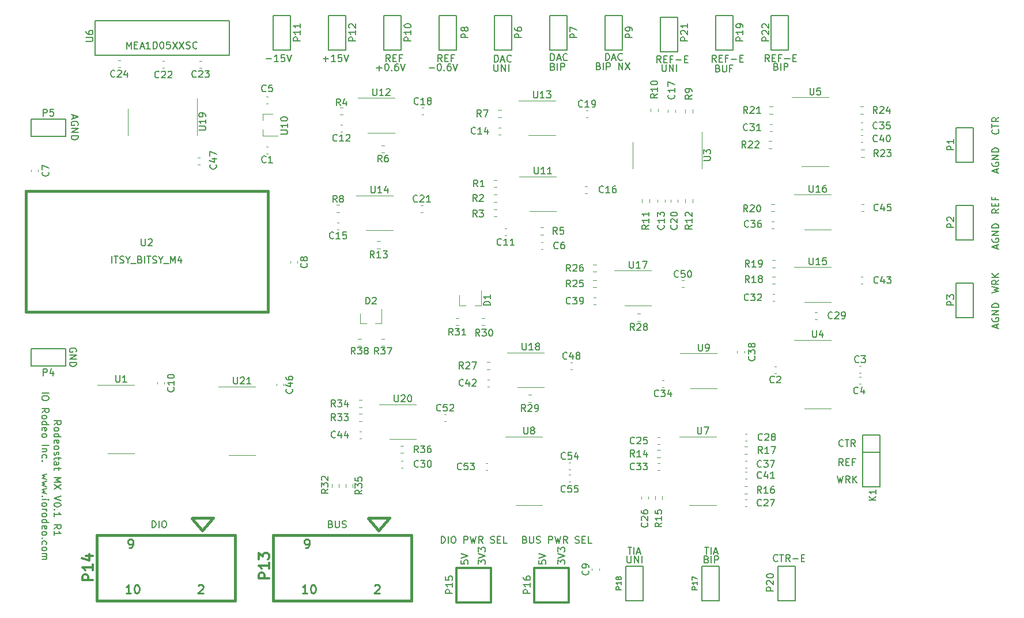
<source format=gto>
%TF.GenerationSoftware,KiCad,Pcbnew,5.1.7-a382d34a8~87~ubuntu18.04.1*%
%TF.CreationDate,2022-10-25T18:28:54-07:00*%
%TF.ProjectId,potentiostat,706f7465-6e74-4696-9f73-7461742e6b69,rev?*%
%TF.SameCoordinates,Original*%
%TF.FileFunction,Legend,Top*%
%TF.FilePolarity,Positive*%
%FSLAX46Y46*%
G04 Gerber Fmt 4.6, Leading zero omitted, Abs format (unit mm)*
G04 Created by KiCad (PCBNEW 5.1.7-a382d34a8~87~ubuntu18.04.1) date 2022-10-25 18:28:54*
%MOMM*%
%LPD*%
G01*
G04 APERTURE LIST*
%ADD10C,0.203200*%
%ADD11C,0.381000*%
%ADD12C,0.152400*%
%ADD13C,0.120000*%
%ADD14C,0.304800*%
%ADD15C,0.200000*%
%ADD16C,0.150000*%
%ADD17C,0.254000*%
G04 APERTURE END LIST*
D10*
X53642380Y-107623428D02*
X54658380Y-107623428D01*
X54658380Y-108300761D02*
X54658380Y-108494285D01*
X54610000Y-108591047D01*
X54513238Y-108687809D01*
X54319714Y-108736190D01*
X53981047Y-108736190D01*
X53787523Y-108687809D01*
X53690761Y-108591047D01*
X53642380Y-108494285D01*
X53642380Y-108300761D01*
X53690761Y-108204000D01*
X53787523Y-108107238D01*
X53981047Y-108058857D01*
X54319714Y-108058857D01*
X54513238Y-108107238D01*
X54610000Y-108204000D01*
X54658380Y-108300761D01*
X53642380Y-110526285D02*
X54126190Y-110187619D01*
X53642380Y-109945714D02*
X54658380Y-109945714D01*
X54658380Y-110332761D01*
X54610000Y-110429523D01*
X54561619Y-110477904D01*
X54464857Y-110526285D01*
X54319714Y-110526285D01*
X54222952Y-110477904D01*
X54174571Y-110429523D01*
X54126190Y-110332761D01*
X54126190Y-109945714D01*
X53642380Y-111106857D02*
X53690761Y-111010095D01*
X53739142Y-110961714D01*
X53835904Y-110913333D01*
X54126190Y-110913333D01*
X54222952Y-110961714D01*
X54271333Y-111010095D01*
X54319714Y-111106857D01*
X54319714Y-111252000D01*
X54271333Y-111348761D01*
X54222952Y-111397142D01*
X54126190Y-111445523D01*
X53835904Y-111445523D01*
X53739142Y-111397142D01*
X53690761Y-111348761D01*
X53642380Y-111252000D01*
X53642380Y-111106857D01*
X53642380Y-112316380D02*
X54658380Y-112316380D01*
X53690761Y-112316380D02*
X53642380Y-112219619D01*
X53642380Y-112026095D01*
X53690761Y-111929333D01*
X53739142Y-111880952D01*
X53835904Y-111832571D01*
X54126190Y-111832571D01*
X54222952Y-111880952D01*
X54271333Y-111929333D01*
X54319714Y-112026095D01*
X54319714Y-112219619D01*
X54271333Y-112316380D01*
X53690761Y-113187238D02*
X53642380Y-113090476D01*
X53642380Y-112896952D01*
X53690761Y-112800190D01*
X53787523Y-112751809D01*
X54174571Y-112751809D01*
X54271333Y-112800190D01*
X54319714Y-112896952D01*
X54319714Y-113090476D01*
X54271333Y-113187238D01*
X54174571Y-113235619D01*
X54077809Y-113235619D01*
X53981047Y-112751809D01*
X53642380Y-113816190D02*
X53690761Y-113719428D01*
X53739142Y-113671047D01*
X53835904Y-113622666D01*
X54126190Y-113622666D01*
X54222952Y-113671047D01*
X54271333Y-113719428D01*
X54319714Y-113816190D01*
X54319714Y-113961333D01*
X54271333Y-114058095D01*
X54222952Y-114106476D01*
X54126190Y-114154857D01*
X53835904Y-114154857D01*
X53739142Y-114106476D01*
X53690761Y-114058095D01*
X53642380Y-113961333D01*
X53642380Y-113816190D01*
X53642380Y-115364380D02*
X54658380Y-115364380D01*
X54319714Y-115848190D02*
X53642380Y-115848190D01*
X54222952Y-115848190D02*
X54271333Y-115896571D01*
X54319714Y-115993333D01*
X54319714Y-116138476D01*
X54271333Y-116235238D01*
X54174571Y-116283619D01*
X53642380Y-116283619D01*
X53690761Y-117202857D02*
X53642380Y-117106095D01*
X53642380Y-116912571D01*
X53690761Y-116815809D01*
X53739142Y-116767428D01*
X53835904Y-116719047D01*
X54126190Y-116719047D01*
X54222952Y-116767428D01*
X54271333Y-116815809D01*
X54319714Y-116912571D01*
X54319714Y-117106095D01*
X54271333Y-117202857D01*
X53739142Y-117638285D02*
X53690761Y-117686666D01*
X53642380Y-117638285D01*
X53690761Y-117589904D01*
X53739142Y-117638285D01*
X53642380Y-117638285D01*
X54319714Y-119573523D02*
X53642380Y-119767047D01*
X54126190Y-119960571D01*
X53642380Y-120154095D01*
X54319714Y-120347619D01*
X54319714Y-120637904D02*
X53642380Y-120831428D01*
X54126190Y-121024952D01*
X53642380Y-121218476D01*
X54319714Y-121412000D01*
X54319714Y-121702285D02*
X53642380Y-121895809D01*
X54126190Y-122089333D01*
X53642380Y-122282857D01*
X54319714Y-122476380D01*
X53739142Y-122863428D02*
X53690761Y-122911809D01*
X53642380Y-122863428D01*
X53690761Y-122815047D01*
X53739142Y-122863428D01*
X53642380Y-122863428D01*
X53642380Y-123347238D02*
X54319714Y-123347238D01*
X54658380Y-123347238D02*
X54610000Y-123298857D01*
X54561619Y-123347238D01*
X54610000Y-123395619D01*
X54658380Y-123347238D01*
X54561619Y-123347238D01*
X53642380Y-123976190D02*
X53690761Y-123879428D01*
X53739142Y-123831047D01*
X53835904Y-123782666D01*
X54126190Y-123782666D01*
X54222952Y-123831047D01*
X54271333Y-123879428D01*
X54319714Y-123976190D01*
X54319714Y-124121333D01*
X54271333Y-124218095D01*
X54222952Y-124266476D01*
X54126190Y-124314857D01*
X53835904Y-124314857D01*
X53739142Y-124266476D01*
X53690761Y-124218095D01*
X53642380Y-124121333D01*
X53642380Y-123976190D01*
X53642380Y-124750285D02*
X54319714Y-124750285D01*
X54126190Y-124750285D02*
X54222952Y-124798666D01*
X54271333Y-124847047D01*
X54319714Y-124943809D01*
X54319714Y-125040571D01*
X53642380Y-125524380D02*
X53690761Y-125427619D01*
X53739142Y-125379238D01*
X53835904Y-125330857D01*
X54126190Y-125330857D01*
X54222952Y-125379238D01*
X54271333Y-125427619D01*
X54319714Y-125524380D01*
X54319714Y-125669523D01*
X54271333Y-125766285D01*
X54222952Y-125814666D01*
X54126190Y-125863047D01*
X53835904Y-125863047D01*
X53739142Y-125814666D01*
X53690761Y-125766285D01*
X53642380Y-125669523D01*
X53642380Y-125524380D01*
X53642380Y-126733904D02*
X54658380Y-126733904D01*
X53690761Y-126733904D02*
X53642380Y-126637142D01*
X53642380Y-126443619D01*
X53690761Y-126346857D01*
X53739142Y-126298476D01*
X53835904Y-126250095D01*
X54126190Y-126250095D01*
X54222952Y-126298476D01*
X54271333Y-126346857D01*
X54319714Y-126443619D01*
X54319714Y-126637142D01*
X54271333Y-126733904D01*
X53690761Y-127604761D02*
X53642380Y-127508000D01*
X53642380Y-127314476D01*
X53690761Y-127217714D01*
X53787523Y-127169333D01*
X54174571Y-127169333D01*
X54271333Y-127217714D01*
X54319714Y-127314476D01*
X54319714Y-127508000D01*
X54271333Y-127604761D01*
X54174571Y-127653142D01*
X54077809Y-127653142D01*
X53981047Y-127169333D01*
X53642380Y-128233714D02*
X53690761Y-128136952D01*
X53739142Y-128088571D01*
X53835904Y-128040190D01*
X54126190Y-128040190D01*
X54222952Y-128088571D01*
X54271333Y-128136952D01*
X54319714Y-128233714D01*
X54319714Y-128378857D01*
X54271333Y-128475619D01*
X54222952Y-128524000D01*
X54126190Y-128572380D01*
X53835904Y-128572380D01*
X53739142Y-128524000D01*
X53690761Y-128475619D01*
X53642380Y-128378857D01*
X53642380Y-128233714D01*
X53739142Y-129007809D02*
X53690761Y-129056190D01*
X53642380Y-129007809D01*
X53690761Y-128959428D01*
X53739142Y-129007809D01*
X53642380Y-129007809D01*
X53690761Y-129927047D02*
X53642380Y-129830285D01*
X53642380Y-129636761D01*
X53690761Y-129540000D01*
X53739142Y-129491619D01*
X53835904Y-129443238D01*
X54126190Y-129443238D01*
X54222952Y-129491619D01*
X54271333Y-129540000D01*
X54319714Y-129636761D01*
X54319714Y-129830285D01*
X54271333Y-129927047D01*
X53642380Y-130507619D02*
X53690761Y-130410857D01*
X53739142Y-130362476D01*
X53835904Y-130314095D01*
X54126190Y-130314095D01*
X54222952Y-130362476D01*
X54271333Y-130410857D01*
X54319714Y-130507619D01*
X54319714Y-130652761D01*
X54271333Y-130749523D01*
X54222952Y-130797904D01*
X54126190Y-130846285D01*
X53835904Y-130846285D01*
X53739142Y-130797904D01*
X53690761Y-130749523D01*
X53642380Y-130652761D01*
X53642380Y-130507619D01*
X53642380Y-131281714D02*
X54319714Y-131281714D01*
X54222952Y-131281714D02*
X54271333Y-131330095D01*
X54319714Y-131426857D01*
X54319714Y-131572000D01*
X54271333Y-131668761D01*
X54174571Y-131717142D01*
X53642380Y-131717142D01*
X54174571Y-131717142D02*
X54271333Y-131765523D01*
X54319714Y-131862285D01*
X54319714Y-132007428D01*
X54271333Y-132104190D01*
X54174571Y-132152571D01*
X53642380Y-132152571D01*
X139651619Y-131625219D02*
X139651619Y-132447695D01*
X139700000Y-132544457D01*
X139748380Y-132592838D01*
X139845142Y-132641219D01*
X140038666Y-132641219D01*
X140135428Y-132592838D01*
X140183809Y-132544457D01*
X140232190Y-132447695D01*
X140232190Y-131625219D01*
X140716000Y-132641219D02*
X140716000Y-131625219D01*
X141296571Y-132641219D01*
X141296571Y-131625219D01*
X141780380Y-132641219D02*
X141780380Y-131625219D01*
X151316266Y-132109028D02*
X151461409Y-132157409D01*
X151509790Y-132205790D01*
X151558171Y-132302552D01*
X151558171Y-132447695D01*
X151509790Y-132544457D01*
X151461409Y-132592838D01*
X151364647Y-132641219D01*
X150977600Y-132641219D01*
X150977600Y-131625219D01*
X151316266Y-131625219D01*
X151413028Y-131673600D01*
X151461409Y-131721980D01*
X151509790Y-131818742D01*
X151509790Y-131915504D01*
X151461409Y-132012266D01*
X151413028Y-132060647D01*
X151316266Y-132109028D01*
X150977600Y-132109028D01*
X151993600Y-132641219D02*
X151993600Y-131625219D01*
X152477409Y-132641219D02*
X152477409Y-131625219D01*
X152864457Y-131625219D01*
X152961219Y-131673600D01*
X153009600Y-131721980D01*
X153057980Y-131818742D01*
X153057980Y-131963885D01*
X153009600Y-132060647D01*
X152961219Y-132109028D01*
X152864457Y-132157409D01*
X152477409Y-132157409D01*
X161527066Y-59617428D02*
X161672209Y-59665809D01*
X161720590Y-59714190D01*
X161768971Y-59810952D01*
X161768971Y-59956095D01*
X161720590Y-60052857D01*
X161672209Y-60101238D01*
X161575447Y-60149619D01*
X161188400Y-60149619D01*
X161188400Y-59133619D01*
X161527066Y-59133619D01*
X161623828Y-59182000D01*
X161672209Y-59230380D01*
X161720590Y-59327142D01*
X161720590Y-59423904D01*
X161672209Y-59520666D01*
X161623828Y-59569047D01*
X161527066Y-59617428D01*
X161188400Y-59617428D01*
X162204400Y-60149619D02*
X162204400Y-59133619D01*
X162688209Y-60149619D02*
X162688209Y-59133619D01*
X163075257Y-59133619D01*
X163172019Y-59182000D01*
X163220400Y-59230380D01*
X163268780Y-59327142D01*
X163268780Y-59472285D01*
X163220400Y-59569047D01*
X163172019Y-59617428D01*
X163075257Y-59665809D01*
X162688209Y-59665809D01*
X152978152Y-59871428D02*
X153123295Y-59919809D01*
X153171676Y-59968190D01*
X153220057Y-60064952D01*
X153220057Y-60210095D01*
X153171676Y-60306857D01*
X153123295Y-60355238D01*
X153026533Y-60403619D01*
X152639485Y-60403619D01*
X152639485Y-59387619D01*
X152978152Y-59387619D01*
X153074914Y-59436000D01*
X153123295Y-59484380D01*
X153171676Y-59581142D01*
X153171676Y-59677904D01*
X153123295Y-59774666D01*
X153074914Y-59823047D01*
X152978152Y-59871428D01*
X152639485Y-59871428D01*
X153655485Y-59387619D02*
X153655485Y-60210095D01*
X153703866Y-60306857D01*
X153752247Y-60355238D01*
X153849009Y-60403619D01*
X154042533Y-60403619D01*
X154139295Y-60355238D01*
X154187676Y-60306857D01*
X154236057Y-60210095D01*
X154236057Y-59387619D01*
X155058533Y-59871428D02*
X154719866Y-59871428D01*
X154719866Y-60403619D02*
X154719866Y-59387619D01*
X155203676Y-59387619D01*
X144782419Y-59336819D02*
X144782419Y-60159295D01*
X144830800Y-60256057D01*
X144879180Y-60304438D01*
X144975942Y-60352819D01*
X145169466Y-60352819D01*
X145266228Y-60304438D01*
X145314609Y-60256057D01*
X145362990Y-60159295D01*
X145362990Y-59336819D01*
X145846800Y-60352819D02*
X145846800Y-59336819D01*
X146427371Y-60352819D01*
X146427371Y-59336819D01*
X146911180Y-60352819D02*
X146911180Y-59336819D01*
X135435219Y-59566628D02*
X135580361Y-59615009D01*
X135628742Y-59663390D01*
X135677123Y-59760152D01*
X135677123Y-59905295D01*
X135628742Y-60002057D01*
X135580361Y-60050438D01*
X135483600Y-60098819D01*
X135096552Y-60098819D01*
X135096552Y-59082819D01*
X135435219Y-59082819D01*
X135531980Y-59131200D01*
X135580361Y-59179580D01*
X135628742Y-59276342D01*
X135628742Y-59373104D01*
X135580361Y-59469866D01*
X135531980Y-59518247D01*
X135435219Y-59566628D01*
X135096552Y-59566628D01*
X136112552Y-60098819D02*
X136112552Y-59082819D01*
X136596361Y-60098819D02*
X136596361Y-59082819D01*
X136983409Y-59082819D01*
X137080171Y-59131200D01*
X137128552Y-59179580D01*
X137176933Y-59276342D01*
X137176933Y-59421485D01*
X137128552Y-59518247D01*
X137080171Y-59566628D01*
X136983409Y-59615009D01*
X136596361Y-59615009D01*
X138386457Y-60098819D02*
X138386457Y-59082819D01*
X138967028Y-60098819D01*
X138967028Y-59082819D01*
X139354076Y-59082819D02*
X140031409Y-60098819D01*
X140031409Y-59082819D02*
X139354076Y-60098819D01*
X110540800Y-59813371D02*
X111314895Y-59813371D01*
X111992228Y-59184419D02*
X112088990Y-59184419D01*
X112185752Y-59232800D01*
X112234133Y-59281180D01*
X112282514Y-59377942D01*
X112330895Y-59571466D01*
X112330895Y-59813371D01*
X112282514Y-60006895D01*
X112234133Y-60103657D01*
X112185752Y-60152038D01*
X112088990Y-60200419D01*
X111992228Y-60200419D01*
X111895466Y-60152038D01*
X111847085Y-60103657D01*
X111798704Y-60006895D01*
X111750323Y-59813371D01*
X111750323Y-59571466D01*
X111798704Y-59377942D01*
X111847085Y-59281180D01*
X111895466Y-59232800D01*
X111992228Y-59184419D01*
X112766323Y-60103657D02*
X112814704Y-60152038D01*
X112766323Y-60200419D01*
X112717942Y-60152038D01*
X112766323Y-60103657D01*
X112766323Y-60200419D01*
X113685561Y-59184419D02*
X113492038Y-59184419D01*
X113395276Y-59232800D01*
X113346895Y-59281180D01*
X113250133Y-59426323D01*
X113201752Y-59619847D01*
X113201752Y-60006895D01*
X113250133Y-60103657D01*
X113298514Y-60152038D01*
X113395276Y-60200419D01*
X113588800Y-60200419D01*
X113685561Y-60152038D01*
X113733942Y-60103657D01*
X113782323Y-60006895D01*
X113782323Y-59764990D01*
X113733942Y-59668228D01*
X113685561Y-59619847D01*
X113588800Y-59571466D01*
X113395276Y-59571466D01*
X113298514Y-59619847D01*
X113250133Y-59668228D01*
X113201752Y-59764990D01*
X114072609Y-59184419D02*
X114411276Y-60200419D01*
X114749942Y-59184419D01*
X102819200Y-59813371D02*
X103593295Y-59813371D01*
X103206247Y-60200419D02*
X103206247Y-59426323D01*
X104270628Y-59184419D02*
X104367390Y-59184419D01*
X104464152Y-59232800D01*
X104512533Y-59281180D01*
X104560914Y-59377942D01*
X104609295Y-59571466D01*
X104609295Y-59813371D01*
X104560914Y-60006895D01*
X104512533Y-60103657D01*
X104464152Y-60152038D01*
X104367390Y-60200419D01*
X104270628Y-60200419D01*
X104173866Y-60152038D01*
X104125485Y-60103657D01*
X104077104Y-60006895D01*
X104028723Y-59813371D01*
X104028723Y-59571466D01*
X104077104Y-59377942D01*
X104125485Y-59281180D01*
X104173866Y-59232800D01*
X104270628Y-59184419D01*
X105044723Y-60103657D02*
X105093104Y-60152038D01*
X105044723Y-60200419D01*
X104996342Y-60152038D01*
X105044723Y-60103657D01*
X105044723Y-60200419D01*
X105963961Y-59184419D02*
X105770438Y-59184419D01*
X105673676Y-59232800D01*
X105625295Y-59281180D01*
X105528533Y-59426323D01*
X105480152Y-59619847D01*
X105480152Y-60006895D01*
X105528533Y-60103657D01*
X105576914Y-60152038D01*
X105673676Y-60200419D01*
X105867200Y-60200419D01*
X105963961Y-60152038D01*
X106012342Y-60103657D01*
X106060723Y-60006895D01*
X106060723Y-59764990D01*
X106012342Y-59668228D01*
X105963961Y-59619847D01*
X105867200Y-59571466D01*
X105673676Y-59571466D01*
X105576914Y-59619847D01*
X105528533Y-59668228D01*
X105480152Y-59764990D01*
X106351009Y-59184419D02*
X106689676Y-60200419D01*
X107028342Y-59184419D01*
X128710266Y-59617428D02*
X128855409Y-59665809D01*
X128903790Y-59714190D01*
X128952171Y-59810952D01*
X128952171Y-59956095D01*
X128903790Y-60052857D01*
X128855409Y-60101238D01*
X128758647Y-60149619D01*
X128371600Y-60149619D01*
X128371600Y-59133619D01*
X128710266Y-59133619D01*
X128807028Y-59182000D01*
X128855409Y-59230380D01*
X128903790Y-59327142D01*
X128903790Y-59423904D01*
X128855409Y-59520666D01*
X128807028Y-59569047D01*
X128710266Y-59617428D01*
X128371600Y-59617428D01*
X129387600Y-60149619D02*
X129387600Y-59133619D01*
X129871409Y-60149619D02*
X129871409Y-59133619D01*
X130258457Y-59133619D01*
X130355219Y-59182000D01*
X130403600Y-59230380D01*
X130451980Y-59327142D01*
X130451980Y-59472285D01*
X130403600Y-59569047D01*
X130355219Y-59617428D01*
X130258457Y-59665809D01*
X129871409Y-59665809D01*
X120093619Y-59286019D02*
X120093619Y-60108495D01*
X120142000Y-60205257D01*
X120190380Y-60253638D01*
X120287142Y-60302019D01*
X120480666Y-60302019D01*
X120577428Y-60253638D01*
X120625809Y-60205257D01*
X120674190Y-60108495D01*
X120674190Y-59286019D01*
X121158000Y-60302019D02*
X121158000Y-59286019D01*
X121738571Y-60302019D01*
X121738571Y-59286019D01*
X122222380Y-60302019D02*
X122222380Y-59286019D01*
X160535257Y-58879619D02*
X160196590Y-58395809D01*
X159954685Y-58879619D02*
X159954685Y-57863619D01*
X160341733Y-57863619D01*
X160438495Y-57912000D01*
X160486876Y-57960380D01*
X160535257Y-58057142D01*
X160535257Y-58202285D01*
X160486876Y-58299047D01*
X160438495Y-58347428D01*
X160341733Y-58395809D01*
X159954685Y-58395809D01*
X160970685Y-58347428D02*
X161309352Y-58347428D01*
X161454495Y-58879619D02*
X160970685Y-58879619D01*
X160970685Y-57863619D01*
X161454495Y-57863619D01*
X162228590Y-58347428D02*
X161889923Y-58347428D01*
X161889923Y-58879619D02*
X161889923Y-57863619D01*
X162373733Y-57863619D01*
X162760780Y-58492571D02*
X163534876Y-58492571D01*
X164018685Y-58347428D02*
X164357352Y-58347428D01*
X164502495Y-58879619D02*
X164018685Y-58879619D01*
X164018685Y-57863619D01*
X164502495Y-57863619D01*
X171377428Y-115424857D02*
X171329047Y-115473238D01*
X171183904Y-115521619D01*
X171087142Y-115521619D01*
X170942000Y-115473238D01*
X170845238Y-115376476D01*
X170796857Y-115279714D01*
X170748476Y-115086190D01*
X170748476Y-114941047D01*
X170796857Y-114747523D01*
X170845238Y-114650761D01*
X170942000Y-114554000D01*
X171087142Y-114505619D01*
X171183904Y-114505619D01*
X171329047Y-114554000D01*
X171377428Y-114602380D01*
X171667714Y-114505619D02*
X172248285Y-114505619D01*
X171958000Y-115521619D02*
X171958000Y-114505619D01*
X173167523Y-115521619D02*
X172828857Y-115037809D01*
X172586952Y-115521619D02*
X172586952Y-114505619D01*
X172974000Y-114505619D01*
X173070761Y-114554000D01*
X173119142Y-114602380D01*
X173167523Y-114699142D01*
X173167523Y-114844285D01*
X173119142Y-114941047D01*
X173070761Y-114989428D01*
X172974000Y-115037809D01*
X172586952Y-115037809D01*
X171377428Y-118315619D02*
X171038761Y-117831809D01*
X170796857Y-118315619D02*
X170796857Y-117299619D01*
X171183904Y-117299619D01*
X171280666Y-117348000D01*
X171329047Y-117396380D01*
X171377428Y-117493142D01*
X171377428Y-117638285D01*
X171329047Y-117735047D01*
X171280666Y-117783428D01*
X171183904Y-117831809D01*
X170796857Y-117831809D01*
X171812857Y-117783428D02*
X172151523Y-117783428D01*
X172296666Y-118315619D02*
X171812857Y-118315619D01*
X171812857Y-117299619D01*
X172296666Y-117299619D01*
X173070761Y-117783428D02*
X172732095Y-117783428D01*
X172732095Y-118315619D02*
X172732095Y-117299619D01*
X173215904Y-117299619D01*
X170506571Y-119839619D02*
X170748476Y-120855619D01*
X170942000Y-120129904D01*
X171135523Y-120855619D01*
X171377428Y-119839619D01*
X172345047Y-120855619D02*
X172006380Y-120371809D01*
X171764476Y-120855619D02*
X171764476Y-119839619D01*
X172151523Y-119839619D01*
X172248285Y-119888000D01*
X172296666Y-119936380D01*
X172345047Y-120033142D01*
X172345047Y-120178285D01*
X172296666Y-120275047D01*
X172248285Y-120323428D01*
X172151523Y-120371809D01*
X171764476Y-120371809D01*
X172780476Y-120855619D02*
X172780476Y-119839619D01*
X173361047Y-120855619D02*
X172925619Y-120275047D01*
X173361047Y-119839619D02*
X172780476Y-120420190D01*
X194164857Y-68906571D02*
X194213238Y-68954952D01*
X194261619Y-69100095D01*
X194261619Y-69196857D01*
X194213238Y-69342000D01*
X194116476Y-69438761D01*
X194019714Y-69487142D01*
X193826190Y-69535523D01*
X193681047Y-69535523D01*
X193487523Y-69487142D01*
X193390761Y-69438761D01*
X193294000Y-69342000D01*
X193245619Y-69196857D01*
X193245619Y-69100095D01*
X193294000Y-68954952D01*
X193342380Y-68906571D01*
X193245619Y-68616285D02*
X193245619Y-68035714D01*
X194261619Y-68326000D02*
X193245619Y-68326000D01*
X194261619Y-67116476D02*
X193777809Y-67455142D01*
X194261619Y-67697047D02*
X193245619Y-67697047D01*
X193245619Y-67310000D01*
X193294000Y-67213238D01*
X193342380Y-67164857D01*
X193439142Y-67116476D01*
X193584285Y-67116476D01*
X193681047Y-67164857D01*
X193729428Y-67213238D01*
X193777809Y-67310000D01*
X193777809Y-67697047D01*
X194261619Y-80590571D02*
X193777809Y-80929238D01*
X194261619Y-81171142D02*
X193245619Y-81171142D01*
X193245619Y-80784095D01*
X193294000Y-80687333D01*
X193342380Y-80638952D01*
X193439142Y-80590571D01*
X193584285Y-80590571D01*
X193681047Y-80638952D01*
X193729428Y-80687333D01*
X193777809Y-80784095D01*
X193777809Y-81171142D01*
X193729428Y-80155142D02*
X193729428Y-79816476D01*
X194261619Y-79671333D02*
X194261619Y-80155142D01*
X193245619Y-80155142D01*
X193245619Y-79671333D01*
X193729428Y-78897238D02*
X193729428Y-79235904D01*
X194261619Y-79235904D02*
X193245619Y-79235904D01*
X193245619Y-78752095D01*
X193245619Y-92891428D02*
X194261619Y-92649523D01*
X193535904Y-92456000D01*
X194261619Y-92262476D01*
X193245619Y-92020571D01*
X194261619Y-91052952D02*
X193777809Y-91391619D01*
X194261619Y-91633523D02*
X193245619Y-91633523D01*
X193245619Y-91246476D01*
X193294000Y-91149714D01*
X193342380Y-91101333D01*
X193439142Y-91052952D01*
X193584285Y-91052952D01*
X193681047Y-91101333D01*
X193729428Y-91149714D01*
X193777809Y-91246476D01*
X193777809Y-91633523D01*
X194261619Y-90617523D02*
X193245619Y-90617523D01*
X194261619Y-90036952D02*
X193681047Y-90472380D01*
X193245619Y-90036952D02*
X193826190Y-90617523D01*
X193971333Y-75196095D02*
X193971333Y-74712285D01*
X194261619Y-75292857D02*
X193245619Y-74954190D01*
X194261619Y-74615523D01*
X193294000Y-73744666D02*
X193245619Y-73841428D01*
X193245619Y-73986571D01*
X193294000Y-74131714D01*
X193390761Y-74228476D01*
X193487523Y-74276857D01*
X193681047Y-74325238D01*
X193826190Y-74325238D01*
X194019714Y-74276857D01*
X194116476Y-74228476D01*
X194213238Y-74131714D01*
X194261619Y-73986571D01*
X194261619Y-73889809D01*
X194213238Y-73744666D01*
X194164857Y-73696285D01*
X193826190Y-73696285D01*
X193826190Y-73889809D01*
X194261619Y-73260857D02*
X193245619Y-73260857D01*
X194261619Y-72680285D01*
X193245619Y-72680285D01*
X194261619Y-72196476D02*
X193245619Y-72196476D01*
X193245619Y-71954571D01*
X193294000Y-71809428D01*
X193390761Y-71712666D01*
X193487523Y-71664285D01*
X193681047Y-71615904D01*
X193826190Y-71615904D01*
X194019714Y-71664285D01*
X194116476Y-71712666D01*
X194213238Y-71809428D01*
X194261619Y-71954571D01*
X194261619Y-72196476D01*
X193971333Y-86372095D02*
X193971333Y-85888285D01*
X194261619Y-86468857D02*
X193245619Y-86130190D01*
X194261619Y-85791523D01*
X193294000Y-84920666D02*
X193245619Y-85017428D01*
X193245619Y-85162571D01*
X193294000Y-85307714D01*
X193390761Y-85404476D01*
X193487523Y-85452857D01*
X193681047Y-85501238D01*
X193826190Y-85501238D01*
X194019714Y-85452857D01*
X194116476Y-85404476D01*
X194213238Y-85307714D01*
X194261619Y-85162571D01*
X194261619Y-85065809D01*
X194213238Y-84920666D01*
X194164857Y-84872285D01*
X193826190Y-84872285D01*
X193826190Y-85065809D01*
X194261619Y-84436857D02*
X193245619Y-84436857D01*
X194261619Y-83856285D01*
X193245619Y-83856285D01*
X194261619Y-83372476D02*
X193245619Y-83372476D01*
X193245619Y-83130571D01*
X193294000Y-82985428D01*
X193390761Y-82888666D01*
X193487523Y-82840285D01*
X193681047Y-82791904D01*
X193826190Y-82791904D01*
X194019714Y-82840285D01*
X194116476Y-82888666D01*
X194213238Y-82985428D01*
X194261619Y-83130571D01*
X194261619Y-83372476D01*
X193971333Y-98056095D02*
X193971333Y-97572285D01*
X194261619Y-98152857D02*
X193245619Y-97814190D01*
X194261619Y-97475523D01*
X193294000Y-96604666D02*
X193245619Y-96701428D01*
X193245619Y-96846571D01*
X193294000Y-96991714D01*
X193390761Y-97088476D01*
X193487523Y-97136857D01*
X193681047Y-97185238D01*
X193826190Y-97185238D01*
X194019714Y-97136857D01*
X194116476Y-97088476D01*
X194213238Y-96991714D01*
X194261619Y-96846571D01*
X194261619Y-96749809D01*
X194213238Y-96604666D01*
X194164857Y-96556285D01*
X193826190Y-96556285D01*
X193826190Y-96749809D01*
X194261619Y-96120857D02*
X193245619Y-96120857D01*
X194261619Y-95540285D01*
X193245619Y-95540285D01*
X194261619Y-95056476D02*
X193245619Y-95056476D01*
X193245619Y-94814571D01*
X193294000Y-94669428D01*
X193390761Y-94572666D01*
X193487523Y-94524285D01*
X193681047Y-94475904D01*
X193826190Y-94475904D01*
X194019714Y-94524285D01*
X194116476Y-94572666D01*
X194213238Y-94669428D01*
X194261619Y-94814571D01*
X194261619Y-95056476D01*
X58250666Y-66789904D02*
X58250666Y-67273714D01*
X57960380Y-66693142D02*
X58976380Y-67031809D01*
X57960380Y-67370476D01*
X58928000Y-68241333D02*
X58976380Y-68144571D01*
X58976380Y-67999428D01*
X58928000Y-67854285D01*
X58831238Y-67757523D01*
X58734476Y-67709142D01*
X58540952Y-67660761D01*
X58395809Y-67660761D01*
X58202285Y-67709142D01*
X58105523Y-67757523D01*
X58008761Y-67854285D01*
X57960380Y-67999428D01*
X57960380Y-68096190D01*
X58008761Y-68241333D01*
X58057142Y-68289714D01*
X58395809Y-68289714D01*
X58395809Y-68096190D01*
X57960380Y-68725142D02*
X58976380Y-68725142D01*
X57960380Y-69305714D01*
X58976380Y-69305714D01*
X57960380Y-69789523D02*
X58976380Y-69789523D01*
X58976380Y-70031428D01*
X58928000Y-70176571D01*
X58831238Y-70273333D01*
X58734476Y-70321714D01*
X58540952Y-70370095D01*
X58395809Y-70370095D01*
X58202285Y-70321714D01*
X58105523Y-70273333D01*
X58008761Y-70176571D01*
X57960380Y-70031428D01*
X57960380Y-69789523D01*
X58674000Y-101587904D02*
X58722380Y-101491142D01*
X58722380Y-101346000D01*
X58674000Y-101200857D01*
X58577238Y-101104095D01*
X58480476Y-101055714D01*
X58286952Y-101007333D01*
X58141809Y-101007333D01*
X57948285Y-101055714D01*
X57851523Y-101104095D01*
X57754761Y-101200857D01*
X57706380Y-101346000D01*
X57706380Y-101442761D01*
X57754761Y-101587904D01*
X57803142Y-101636285D01*
X58141809Y-101636285D01*
X58141809Y-101442761D01*
X57706380Y-102071714D02*
X58722380Y-102071714D01*
X57706380Y-102652285D01*
X58722380Y-102652285D01*
X57706380Y-103136095D02*
X58722380Y-103136095D01*
X58722380Y-103378000D01*
X58674000Y-103523142D01*
X58577238Y-103619904D01*
X58480476Y-103668285D01*
X58286952Y-103716666D01*
X58141809Y-103716666D01*
X57948285Y-103668285D01*
X57851523Y-103619904D01*
X57754761Y-103523142D01*
X57706380Y-103378000D01*
X57706380Y-103136095D01*
X129491619Y-132829904D02*
X129491619Y-132200952D01*
X129878666Y-132539619D01*
X129878666Y-132394476D01*
X129927047Y-132297714D01*
X129975428Y-132249333D01*
X130072190Y-132200952D01*
X130314095Y-132200952D01*
X130410857Y-132249333D01*
X130459238Y-132297714D01*
X130507619Y-132394476D01*
X130507619Y-132684761D01*
X130459238Y-132781523D01*
X130410857Y-132829904D01*
X129491619Y-131910666D02*
X130507619Y-131572000D01*
X129491619Y-131233333D01*
X129491619Y-130991428D02*
X129491619Y-130362476D01*
X129878666Y-130701142D01*
X129878666Y-130556000D01*
X129927047Y-130459238D01*
X129975428Y-130410857D01*
X130072190Y-130362476D01*
X130314095Y-130362476D01*
X130410857Y-130410857D01*
X130459238Y-130459238D01*
X130507619Y-130556000D01*
X130507619Y-130846285D01*
X130459238Y-130943047D01*
X130410857Y-130991428D01*
X126697619Y-132273523D02*
X126697619Y-132757333D01*
X127181428Y-132805714D01*
X127133047Y-132757333D01*
X127084666Y-132660571D01*
X127084666Y-132418666D01*
X127133047Y-132321904D01*
X127181428Y-132273523D01*
X127278190Y-132225142D01*
X127520095Y-132225142D01*
X127616857Y-132273523D01*
X127665238Y-132321904D01*
X127713619Y-132418666D01*
X127713619Y-132660571D01*
X127665238Y-132757333D01*
X127616857Y-132805714D01*
X126697619Y-131934857D02*
X127713619Y-131596190D01*
X126697619Y-131257523D01*
X124617238Y-129213428D02*
X124762380Y-129261809D01*
X124810761Y-129310190D01*
X124859142Y-129406952D01*
X124859142Y-129552095D01*
X124810761Y-129648857D01*
X124762380Y-129697238D01*
X124665619Y-129745619D01*
X124278571Y-129745619D01*
X124278571Y-128729619D01*
X124617238Y-128729619D01*
X124714000Y-128778000D01*
X124762380Y-128826380D01*
X124810761Y-128923142D01*
X124810761Y-129019904D01*
X124762380Y-129116666D01*
X124714000Y-129165047D01*
X124617238Y-129213428D01*
X124278571Y-129213428D01*
X125294571Y-128729619D02*
X125294571Y-129552095D01*
X125342952Y-129648857D01*
X125391333Y-129697238D01*
X125488095Y-129745619D01*
X125681619Y-129745619D01*
X125778380Y-129697238D01*
X125826761Y-129648857D01*
X125875142Y-129552095D01*
X125875142Y-128729619D01*
X126310571Y-129697238D02*
X126455714Y-129745619D01*
X126697619Y-129745619D01*
X126794380Y-129697238D01*
X126842761Y-129648857D01*
X126891142Y-129552095D01*
X126891142Y-129455333D01*
X126842761Y-129358571D01*
X126794380Y-129310190D01*
X126697619Y-129261809D01*
X126504095Y-129213428D01*
X126407333Y-129165047D01*
X126358952Y-129116666D01*
X126310571Y-129019904D01*
X126310571Y-128923142D01*
X126358952Y-128826380D01*
X126407333Y-128778000D01*
X126504095Y-128729619D01*
X126746000Y-128729619D01*
X126891142Y-128778000D01*
X128100666Y-129745619D02*
X128100666Y-128729619D01*
X128487714Y-128729619D01*
X128584476Y-128778000D01*
X128632857Y-128826380D01*
X128681238Y-128923142D01*
X128681238Y-129068285D01*
X128632857Y-129165047D01*
X128584476Y-129213428D01*
X128487714Y-129261809D01*
X128100666Y-129261809D01*
X129019904Y-128729619D02*
X129261809Y-129745619D01*
X129455333Y-129019904D01*
X129648857Y-129745619D01*
X129890761Y-128729619D01*
X130858380Y-129745619D02*
X130519714Y-129261809D01*
X130277809Y-129745619D02*
X130277809Y-128729619D01*
X130664857Y-128729619D01*
X130761619Y-128778000D01*
X130810000Y-128826380D01*
X130858380Y-128923142D01*
X130858380Y-129068285D01*
X130810000Y-129165047D01*
X130761619Y-129213428D01*
X130664857Y-129261809D01*
X130277809Y-129261809D01*
X132019523Y-129697238D02*
X132164666Y-129745619D01*
X132406571Y-129745619D01*
X132503333Y-129697238D01*
X132551714Y-129648857D01*
X132600095Y-129552095D01*
X132600095Y-129455333D01*
X132551714Y-129358571D01*
X132503333Y-129310190D01*
X132406571Y-129261809D01*
X132213047Y-129213428D01*
X132116285Y-129165047D01*
X132067904Y-129116666D01*
X132019523Y-129019904D01*
X132019523Y-128923142D01*
X132067904Y-128826380D01*
X132116285Y-128778000D01*
X132213047Y-128729619D01*
X132454952Y-128729619D01*
X132600095Y-128778000D01*
X133035523Y-129213428D02*
X133374190Y-129213428D01*
X133519333Y-129745619D02*
X133035523Y-129745619D01*
X133035523Y-128729619D01*
X133519333Y-128729619D01*
X134438571Y-129745619D02*
X133954761Y-129745619D01*
X133954761Y-128729619D01*
X112328476Y-129745619D02*
X112328476Y-128729619D01*
X112570380Y-128729619D01*
X112715523Y-128778000D01*
X112812285Y-128874761D01*
X112860666Y-128971523D01*
X112909047Y-129165047D01*
X112909047Y-129310190D01*
X112860666Y-129503714D01*
X112812285Y-129600476D01*
X112715523Y-129697238D01*
X112570380Y-129745619D01*
X112328476Y-129745619D01*
X113344476Y-129745619D02*
X113344476Y-128729619D01*
X114021809Y-128729619D02*
X114215333Y-128729619D01*
X114312095Y-128778000D01*
X114408857Y-128874761D01*
X114457238Y-129068285D01*
X114457238Y-129406952D01*
X114408857Y-129600476D01*
X114312095Y-129697238D01*
X114215333Y-129745619D01*
X114021809Y-129745619D01*
X113925047Y-129697238D01*
X113828285Y-129600476D01*
X113779904Y-129406952D01*
X113779904Y-129068285D01*
X113828285Y-128874761D01*
X113925047Y-128778000D01*
X114021809Y-128729619D01*
X115666761Y-129745619D02*
X115666761Y-128729619D01*
X116053809Y-128729619D01*
X116150571Y-128778000D01*
X116198952Y-128826380D01*
X116247333Y-128923142D01*
X116247333Y-129068285D01*
X116198952Y-129165047D01*
X116150571Y-129213428D01*
X116053809Y-129261809D01*
X115666761Y-129261809D01*
X116586000Y-128729619D02*
X116827904Y-129745619D01*
X117021428Y-129019904D01*
X117214952Y-129745619D01*
X117456857Y-128729619D01*
X118424476Y-129745619D02*
X118085809Y-129261809D01*
X117843904Y-129745619D02*
X117843904Y-128729619D01*
X118230952Y-128729619D01*
X118327714Y-128778000D01*
X118376095Y-128826380D01*
X118424476Y-128923142D01*
X118424476Y-129068285D01*
X118376095Y-129165047D01*
X118327714Y-129213428D01*
X118230952Y-129261809D01*
X117843904Y-129261809D01*
X119585619Y-129697238D02*
X119730761Y-129745619D01*
X119972666Y-129745619D01*
X120069428Y-129697238D01*
X120117809Y-129648857D01*
X120166190Y-129552095D01*
X120166190Y-129455333D01*
X120117809Y-129358571D01*
X120069428Y-129310190D01*
X119972666Y-129261809D01*
X119779142Y-129213428D01*
X119682380Y-129165047D01*
X119634000Y-129116666D01*
X119585619Y-129019904D01*
X119585619Y-128923142D01*
X119634000Y-128826380D01*
X119682380Y-128778000D01*
X119779142Y-128729619D01*
X120021047Y-128729619D01*
X120166190Y-128778000D01*
X120601619Y-129213428D02*
X120940285Y-129213428D01*
X121085428Y-129745619D02*
X120601619Y-129745619D01*
X120601619Y-128729619D01*
X121085428Y-128729619D01*
X122004666Y-129745619D02*
X121520857Y-129745619D01*
X121520857Y-128729619D01*
X117807619Y-132829904D02*
X117807619Y-132200952D01*
X118194666Y-132539619D01*
X118194666Y-132394476D01*
X118243047Y-132297714D01*
X118291428Y-132249333D01*
X118388190Y-132200952D01*
X118630095Y-132200952D01*
X118726857Y-132249333D01*
X118775238Y-132297714D01*
X118823619Y-132394476D01*
X118823619Y-132684761D01*
X118775238Y-132781523D01*
X118726857Y-132829904D01*
X117807619Y-131910666D02*
X118823619Y-131572000D01*
X117807619Y-131233333D01*
X117807619Y-130991428D02*
X117807619Y-130362476D01*
X118194666Y-130701142D01*
X118194666Y-130556000D01*
X118243047Y-130459238D01*
X118291428Y-130410857D01*
X118388190Y-130362476D01*
X118630095Y-130362476D01*
X118726857Y-130410857D01*
X118775238Y-130459238D01*
X118823619Y-130556000D01*
X118823619Y-130846285D01*
X118775238Y-130943047D01*
X118726857Y-130991428D01*
X115267619Y-132273523D02*
X115267619Y-132757333D01*
X115751428Y-132805714D01*
X115703047Y-132757333D01*
X115654666Y-132660571D01*
X115654666Y-132418666D01*
X115703047Y-132321904D01*
X115751428Y-132273523D01*
X115848190Y-132225142D01*
X116090095Y-132225142D01*
X116186857Y-132273523D01*
X116235238Y-132321904D01*
X116283619Y-132418666D01*
X116283619Y-132660571D01*
X116235238Y-132757333D01*
X116186857Y-132805714D01*
X115267619Y-131934857D02*
X116283619Y-131596190D01*
X115267619Y-131257523D01*
X96084571Y-126927428D02*
X96229714Y-126975809D01*
X96278095Y-127024190D01*
X96326476Y-127120952D01*
X96326476Y-127266095D01*
X96278095Y-127362857D01*
X96229714Y-127411238D01*
X96132952Y-127459619D01*
X95745904Y-127459619D01*
X95745904Y-126443619D01*
X96084571Y-126443619D01*
X96181333Y-126492000D01*
X96229714Y-126540380D01*
X96278095Y-126637142D01*
X96278095Y-126733904D01*
X96229714Y-126830666D01*
X96181333Y-126879047D01*
X96084571Y-126927428D01*
X95745904Y-126927428D01*
X96761904Y-126443619D02*
X96761904Y-127266095D01*
X96810285Y-127362857D01*
X96858666Y-127411238D01*
X96955428Y-127459619D01*
X97148952Y-127459619D01*
X97245714Y-127411238D01*
X97294095Y-127362857D01*
X97342476Y-127266095D01*
X97342476Y-126443619D01*
X97777904Y-127411238D02*
X97923047Y-127459619D01*
X98164952Y-127459619D01*
X98261714Y-127411238D01*
X98310095Y-127362857D01*
X98358476Y-127266095D01*
X98358476Y-127169333D01*
X98310095Y-127072571D01*
X98261714Y-127024190D01*
X98164952Y-126975809D01*
X97971428Y-126927428D01*
X97874666Y-126879047D01*
X97826285Y-126830666D01*
X97777904Y-126733904D01*
X97777904Y-126637142D01*
X97826285Y-126540380D01*
X97874666Y-126492000D01*
X97971428Y-126443619D01*
X98213333Y-126443619D01*
X98358476Y-126492000D01*
X69825809Y-127459619D02*
X69825809Y-126443619D01*
X70067714Y-126443619D01*
X70212857Y-126492000D01*
X70309619Y-126588761D01*
X70358000Y-126685523D01*
X70406380Y-126879047D01*
X70406380Y-127024190D01*
X70358000Y-127217714D01*
X70309619Y-127314476D01*
X70212857Y-127411238D01*
X70067714Y-127459619D01*
X69825809Y-127459619D01*
X70841809Y-127459619D02*
X70841809Y-126443619D01*
X71519142Y-126443619D02*
X71712666Y-126443619D01*
X71809428Y-126492000D01*
X71906190Y-126588761D01*
X71954571Y-126782285D01*
X71954571Y-127120952D01*
X71906190Y-127314476D01*
X71809428Y-127411238D01*
X71712666Y-127459619D01*
X71519142Y-127459619D01*
X71422380Y-127411238D01*
X71325619Y-127314476D01*
X71277238Y-127120952D01*
X71277238Y-126782285D01*
X71325619Y-126588761D01*
X71422380Y-126492000D01*
X71519142Y-126443619D01*
X55420380Y-112328476D02*
X55904190Y-111989809D01*
X55420380Y-111747904D02*
X56436380Y-111747904D01*
X56436380Y-112134952D01*
X56388000Y-112231714D01*
X56339619Y-112280095D01*
X56242857Y-112328476D01*
X56097714Y-112328476D01*
X56000952Y-112280095D01*
X55952571Y-112231714D01*
X55904190Y-112134952D01*
X55904190Y-111747904D01*
X55420380Y-112909047D02*
X55468761Y-112812285D01*
X55517142Y-112763904D01*
X55613904Y-112715523D01*
X55904190Y-112715523D01*
X56000952Y-112763904D01*
X56049333Y-112812285D01*
X56097714Y-112909047D01*
X56097714Y-113054190D01*
X56049333Y-113150952D01*
X56000952Y-113199333D01*
X55904190Y-113247714D01*
X55613904Y-113247714D01*
X55517142Y-113199333D01*
X55468761Y-113150952D01*
X55420380Y-113054190D01*
X55420380Y-112909047D01*
X55420380Y-114118571D02*
X56436380Y-114118571D01*
X55468761Y-114118571D02*
X55420380Y-114021809D01*
X55420380Y-113828285D01*
X55468761Y-113731523D01*
X55517142Y-113683142D01*
X55613904Y-113634761D01*
X55904190Y-113634761D01*
X56000952Y-113683142D01*
X56049333Y-113731523D01*
X56097714Y-113828285D01*
X56097714Y-114021809D01*
X56049333Y-114118571D01*
X55468761Y-114989428D02*
X55420380Y-114892666D01*
X55420380Y-114699142D01*
X55468761Y-114602380D01*
X55565523Y-114554000D01*
X55952571Y-114554000D01*
X56049333Y-114602380D01*
X56097714Y-114699142D01*
X56097714Y-114892666D01*
X56049333Y-114989428D01*
X55952571Y-115037809D01*
X55855809Y-115037809D01*
X55759047Y-114554000D01*
X55420380Y-115618380D02*
X55468761Y-115521619D01*
X55517142Y-115473238D01*
X55613904Y-115424857D01*
X55904190Y-115424857D01*
X56000952Y-115473238D01*
X56049333Y-115521619D01*
X56097714Y-115618380D01*
X56097714Y-115763523D01*
X56049333Y-115860285D01*
X56000952Y-115908666D01*
X55904190Y-115957047D01*
X55613904Y-115957047D01*
X55517142Y-115908666D01*
X55468761Y-115860285D01*
X55420380Y-115763523D01*
X55420380Y-115618380D01*
X55468761Y-116344095D02*
X55420380Y-116440857D01*
X55420380Y-116634380D01*
X55468761Y-116731142D01*
X55565523Y-116779523D01*
X55613904Y-116779523D01*
X55710666Y-116731142D01*
X55759047Y-116634380D01*
X55759047Y-116489238D01*
X55807428Y-116392476D01*
X55904190Y-116344095D01*
X55952571Y-116344095D01*
X56049333Y-116392476D01*
X56097714Y-116489238D01*
X56097714Y-116634380D01*
X56049333Y-116731142D01*
X56097714Y-117069809D02*
X56097714Y-117456857D01*
X56436380Y-117214952D02*
X55565523Y-117214952D01*
X55468761Y-117263333D01*
X55420380Y-117360095D01*
X55420380Y-117456857D01*
X55420380Y-118230952D02*
X55952571Y-118230952D01*
X56049333Y-118182571D01*
X56097714Y-118085809D01*
X56097714Y-117892285D01*
X56049333Y-117795523D01*
X55468761Y-118230952D02*
X55420380Y-118134190D01*
X55420380Y-117892285D01*
X55468761Y-117795523D01*
X55565523Y-117747142D01*
X55662285Y-117747142D01*
X55759047Y-117795523D01*
X55807428Y-117892285D01*
X55807428Y-118134190D01*
X55855809Y-118230952D01*
X56097714Y-118569619D02*
X56097714Y-118956666D01*
X56436380Y-118714761D02*
X55565523Y-118714761D01*
X55468761Y-118763142D01*
X55420380Y-118859904D01*
X55420380Y-118956666D01*
X55420380Y-120069428D02*
X56436380Y-120069428D01*
X55710666Y-120408095D01*
X56436380Y-120746761D01*
X55420380Y-120746761D01*
X56436380Y-121133809D02*
X55420380Y-121811142D01*
X56436380Y-121811142D02*
X55420380Y-121133809D01*
X56436380Y-122827142D02*
X55420380Y-123165809D01*
X56436380Y-123504476D01*
X56436380Y-124036666D02*
X56436380Y-124133428D01*
X56388000Y-124230190D01*
X56339619Y-124278571D01*
X56242857Y-124326952D01*
X56049333Y-124375333D01*
X55807428Y-124375333D01*
X55613904Y-124326952D01*
X55517142Y-124278571D01*
X55468761Y-124230190D01*
X55420380Y-124133428D01*
X55420380Y-124036666D01*
X55468761Y-123939904D01*
X55517142Y-123891523D01*
X55613904Y-123843142D01*
X55807428Y-123794761D01*
X56049333Y-123794761D01*
X56242857Y-123843142D01*
X56339619Y-123891523D01*
X56388000Y-123939904D01*
X56436380Y-124036666D01*
X55517142Y-124810761D02*
X55468761Y-124859142D01*
X55420380Y-124810761D01*
X55468761Y-124762380D01*
X55517142Y-124810761D01*
X55420380Y-124810761D01*
X55420380Y-125826761D02*
X55420380Y-125246190D01*
X55420380Y-125536476D02*
X56436380Y-125536476D01*
X56291238Y-125439714D01*
X56194476Y-125342952D01*
X56146095Y-125246190D01*
X55420380Y-127616857D02*
X55904190Y-127278190D01*
X55420380Y-127036285D02*
X56436380Y-127036285D01*
X56436380Y-127423333D01*
X56388000Y-127520095D01*
X56339619Y-127568476D01*
X56242857Y-127616857D01*
X56097714Y-127616857D01*
X56000952Y-127568476D01*
X55952571Y-127520095D01*
X55904190Y-127423333D01*
X55904190Y-127036285D01*
X55420380Y-128584476D02*
X55420380Y-128003904D01*
X55420380Y-128294190D02*
X56436380Y-128294190D01*
X56291238Y-128197428D01*
X56194476Y-128100666D01*
X56146095Y-128003904D01*
X139748380Y-130355219D02*
X140328952Y-130355219D01*
X140038666Y-131371219D02*
X140038666Y-130355219D01*
X140667619Y-131371219D02*
X140667619Y-130355219D01*
X141103047Y-131080933D02*
X141586857Y-131080933D01*
X141006285Y-131371219D02*
X141344952Y-130355219D01*
X141683619Y-131371219D01*
X151025980Y-130355219D02*
X151606552Y-130355219D01*
X151316266Y-131371219D02*
X151316266Y-130355219D01*
X151945219Y-131371219D02*
X151945219Y-130355219D01*
X152380647Y-131080933D02*
X152864457Y-131080933D01*
X152283885Y-131371219D02*
X152622552Y-130355219D01*
X152961219Y-131371219D01*
X144584057Y-59032019D02*
X144245390Y-58548209D01*
X144003485Y-59032019D02*
X144003485Y-58016019D01*
X144390533Y-58016019D01*
X144487295Y-58064400D01*
X144535676Y-58112780D01*
X144584057Y-58209542D01*
X144584057Y-58354685D01*
X144535676Y-58451447D01*
X144487295Y-58499828D01*
X144390533Y-58548209D01*
X144003485Y-58548209D01*
X145019485Y-58499828D02*
X145358152Y-58499828D01*
X145503295Y-59032019D02*
X145019485Y-59032019D01*
X145019485Y-58016019D01*
X145503295Y-58016019D01*
X146277390Y-58499828D02*
X145938723Y-58499828D01*
X145938723Y-59032019D02*
X145938723Y-58016019D01*
X146422533Y-58016019D01*
X146809580Y-58644971D02*
X147583676Y-58644971D01*
X148067485Y-58499828D02*
X148406152Y-58499828D01*
X148551295Y-59032019D02*
X148067485Y-59032019D01*
X148067485Y-58016019D01*
X148551295Y-58016019D01*
X112449428Y-58879619D02*
X112110761Y-58395809D01*
X111868857Y-58879619D02*
X111868857Y-57863619D01*
X112255904Y-57863619D01*
X112352666Y-57912000D01*
X112401047Y-57960380D01*
X112449428Y-58057142D01*
X112449428Y-58202285D01*
X112401047Y-58299047D01*
X112352666Y-58347428D01*
X112255904Y-58395809D01*
X111868857Y-58395809D01*
X112884857Y-58347428D02*
X113223523Y-58347428D01*
X113368666Y-58879619D02*
X112884857Y-58879619D01*
X112884857Y-57863619D01*
X113368666Y-57863619D01*
X114142761Y-58347428D02*
X113804095Y-58347428D01*
X113804095Y-58879619D02*
X113804095Y-57863619D01*
X114287904Y-57863619D01*
X152712057Y-58930419D02*
X152373390Y-58446609D01*
X152131485Y-58930419D02*
X152131485Y-57914419D01*
X152518533Y-57914419D01*
X152615295Y-57962800D01*
X152663676Y-58011180D01*
X152712057Y-58107942D01*
X152712057Y-58253085D01*
X152663676Y-58349847D01*
X152615295Y-58398228D01*
X152518533Y-58446609D01*
X152131485Y-58446609D01*
X153147485Y-58398228D02*
X153486152Y-58398228D01*
X153631295Y-58930419D02*
X153147485Y-58930419D01*
X153147485Y-57914419D01*
X153631295Y-57914419D01*
X154405390Y-58398228D02*
X154066723Y-58398228D01*
X154066723Y-58930419D02*
X154066723Y-57914419D01*
X154550533Y-57914419D01*
X154937580Y-58543371D02*
X155711676Y-58543371D01*
X156195485Y-58398228D02*
X156534152Y-58398228D01*
X156679295Y-58930419D02*
X156195485Y-58930419D01*
X156195485Y-57914419D01*
X156679295Y-57914419D01*
X161754457Y-132341257D02*
X161706076Y-132389638D01*
X161560933Y-132438019D01*
X161464171Y-132438019D01*
X161319028Y-132389638D01*
X161222266Y-132292876D01*
X161173885Y-132196114D01*
X161125504Y-132002590D01*
X161125504Y-131857447D01*
X161173885Y-131663923D01*
X161222266Y-131567161D01*
X161319028Y-131470400D01*
X161464171Y-131422019D01*
X161560933Y-131422019D01*
X161706076Y-131470400D01*
X161754457Y-131518780D01*
X162044742Y-131422019D02*
X162625314Y-131422019D01*
X162335028Y-132438019D02*
X162335028Y-131422019D01*
X163544552Y-132438019D02*
X163205885Y-131954209D01*
X162963980Y-132438019D02*
X162963980Y-131422019D01*
X163351028Y-131422019D01*
X163447790Y-131470400D01*
X163496171Y-131518780D01*
X163544552Y-131615542D01*
X163544552Y-131760685D01*
X163496171Y-131857447D01*
X163447790Y-131905828D01*
X163351028Y-131954209D01*
X162963980Y-131954209D01*
X163979980Y-132050971D02*
X164754076Y-132050971D01*
X165237885Y-131905828D02*
X165576552Y-131905828D01*
X165721695Y-132438019D02*
X165237885Y-132438019D01*
X165237885Y-131422019D01*
X165721695Y-131422019D01*
X136458476Y-58676419D02*
X136458476Y-57660419D01*
X136700380Y-57660419D01*
X136845523Y-57708800D01*
X136942285Y-57805561D01*
X136990666Y-57902323D01*
X137039047Y-58095847D01*
X137039047Y-58240990D01*
X136990666Y-58434514D01*
X136942285Y-58531276D01*
X136845523Y-58628038D01*
X136700380Y-58676419D01*
X136458476Y-58676419D01*
X137426095Y-58386133D02*
X137909904Y-58386133D01*
X137329333Y-58676419D02*
X137668000Y-57660419D01*
X138006666Y-58676419D01*
X138925904Y-58579657D02*
X138877523Y-58628038D01*
X138732380Y-58676419D01*
X138635619Y-58676419D01*
X138490476Y-58628038D01*
X138393714Y-58531276D01*
X138345333Y-58434514D01*
X138296952Y-58240990D01*
X138296952Y-58095847D01*
X138345333Y-57902323D01*
X138393714Y-57805561D01*
X138490476Y-57708800D01*
X138635619Y-57660419D01*
X138732380Y-57660419D01*
X138877523Y-57708800D01*
X138925904Y-57757180D01*
X104829428Y-58879619D02*
X104490761Y-58395809D01*
X104248857Y-58879619D02*
X104248857Y-57863619D01*
X104635904Y-57863619D01*
X104732666Y-57912000D01*
X104781047Y-57960380D01*
X104829428Y-58057142D01*
X104829428Y-58202285D01*
X104781047Y-58299047D01*
X104732666Y-58347428D01*
X104635904Y-58395809D01*
X104248857Y-58395809D01*
X105264857Y-58347428D02*
X105603523Y-58347428D01*
X105748666Y-58879619D02*
X105264857Y-58879619D01*
X105264857Y-57863619D01*
X105748666Y-57863619D01*
X106522761Y-58347428D02*
X106184095Y-58347428D01*
X106184095Y-58879619D02*
X106184095Y-57863619D01*
X106667904Y-57863619D01*
X128381276Y-58727219D02*
X128381276Y-57711219D01*
X128623180Y-57711219D01*
X128768323Y-57759600D01*
X128865085Y-57856361D01*
X128913466Y-57953123D01*
X128961847Y-58146647D01*
X128961847Y-58291790D01*
X128913466Y-58485314D01*
X128865085Y-58582076D01*
X128768323Y-58678838D01*
X128623180Y-58727219D01*
X128381276Y-58727219D01*
X129348895Y-58436933D02*
X129832704Y-58436933D01*
X129252133Y-58727219D02*
X129590800Y-57711219D01*
X129929466Y-58727219D01*
X130848704Y-58630457D02*
X130800323Y-58678838D01*
X130655180Y-58727219D01*
X130558419Y-58727219D01*
X130413276Y-58678838D01*
X130316514Y-58582076D01*
X130268133Y-58485314D01*
X130219752Y-58291790D01*
X130219752Y-58146647D01*
X130268133Y-57953123D01*
X130316514Y-57856361D01*
X130413276Y-57759600D01*
X130558419Y-57711219D01*
X130655180Y-57711219D01*
X130800323Y-57759600D01*
X130848704Y-57807980D01*
X120151676Y-58930419D02*
X120151676Y-57914419D01*
X120393580Y-57914419D01*
X120538723Y-57962800D01*
X120635485Y-58059561D01*
X120683866Y-58156323D01*
X120732247Y-58349847D01*
X120732247Y-58494990D01*
X120683866Y-58688514D01*
X120635485Y-58785276D01*
X120538723Y-58882038D01*
X120393580Y-58930419D01*
X120151676Y-58930419D01*
X121119295Y-58640133D02*
X121603104Y-58640133D01*
X121022533Y-58930419D02*
X121361200Y-57914419D01*
X121699866Y-58930419D01*
X122619104Y-58833657D02*
X122570723Y-58882038D01*
X122425580Y-58930419D01*
X122328819Y-58930419D01*
X122183676Y-58882038D01*
X122086914Y-58785276D01*
X122038533Y-58688514D01*
X121990152Y-58494990D01*
X121990152Y-58349847D01*
X122038533Y-58156323D01*
X122086914Y-58059561D01*
X122183676Y-57962800D01*
X122328819Y-57914419D01*
X122425580Y-57914419D01*
X122570723Y-57962800D01*
X122619104Y-58011180D01*
X94983904Y-58492571D02*
X95758000Y-58492571D01*
X95370952Y-58879619D02*
X95370952Y-58105523D01*
X96774000Y-58879619D02*
X96193428Y-58879619D01*
X96483714Y-58879619D02*
X96483714Y-57863619D01*
X96386952Y-58008761D01*
X96290190Y-58105523D01*
X96193428Y-58153904D01*
X97693238Y-57863619D02*
X97209428Y-57863619D01*
X97161047Y-58347428D01*
X97209428Y-58299047D01*
X97306190Y-58250666D01*
X97548095Y-58250666D01*
X97644857Y-58299047D01*
X97693238Y-58347428D01*
X97741619Y-58444190D01*
X97741619Y-58686095D01*
X97693238Y-58782857D01*
X97644857Y-58831238D01*
X97548095Y-58879619D01*
X97306190Y-58879619D01*
X97209428Y-58831238D01*
X97161047Y-58782857D01*
X98031904Y-57863619D02*
X98370571Y-58879619D01*
X98709238Y-57863619D01*
X86601904Y-58492571D02*
X87376000Y-58492571D01*
X88392000Y-58879619D02*
X87811428Y-58879619D01*
X88101714Y-58879619D02*
X88101714Y-57863619D01*
X88004952Y-58008761D01*
X87908190Y-58105523D01*
X87811428Y-58153904D01*
X89311238Y-57863619D02*
X88827428Y-57863619D01*
X88779047Y-58347428D01*
X88827428Y-58299047D01*
X88924190Y-58250666D01*
X89166095Y-58250666D01*
X89262857Y-58299047D01*
X89311238Y-58347428D01*
X89359619Y-58444190D01*
X89359619Y-58686095D01*
X89311238Y-58782857D01*
X89262857Y-58831238D01*
X89166095Y-58879619D01*
X88924190Y-58879619D01*
X88827428Y-58831238D01*
X88779047Y-58782857D01*
X89649904Y-57863619D02*
X89988571Y-58879619D01*
X90327238Y-57863619D01*
D11*
%TO.C,U2*%
X51270000Y-77910000D02*
X51270000Y-95690000D01*
X86830000Y-77910000D02*
X51270000Y-77910000D01*
X86830000Y-95690000D02*
X86830000Y-77910000D01*
X51270000Y-95690000D02*
X86830000Y-95690000D01*
D12*
%TO.C,P5*%
X52070000Y-69850000D02*
X52070000Y-67310000D01*
X52070000Y-67310000D02*
X57150000Y-67310000D01*
X57150000Y-67310000D02*
X57150000Y-69850000D01*
X57150000Y-69850000D02*
X52070000Y-69850000D01*
D13*
%TO.C,C3*%
X173722420Y-103630000D02*
X174003580Y-103630000D01*
X173722420Y-104650000D02*
X174003580Y-104650000D01*
%TO.C,U11*%
X127254000Y-75799000D02*
X123804000Y-75799000D01*
X127254000Y-75799000D02*
X129204000Y-75799000D01*
X127254000Y-80919000D02*
X125304000Y-80919000D01*
X127254000Y-80919000D02*
X129204000Y-80919000D01*
D12*
%TO.C,K1*%
X174244000Y-113792000D02*
X176784000Y-113792000D01*
X176784000Y-113792000D02*
X176784000Y-121412000D01*
X176784000Y-121412000D02*
X174244000Y-121412000D01*
X174244000Y-121412000D02*
X174244000Y-113792000D01*
X176784000Y-116332000D02*
X174244000Y-116332000D01*
D11*
%TO.C,P14*%
X75722480Y-126085600D02*
X77246480Y-127863600D01*
X77246480Y-127861060D02*
X78770480Y-126083060D01*
X78783180Y-126050040D02*
X75780900Y-126050040D01*
X82042000Y-128524000D02*
X82042000Y-138176000D01*
X61722000Y-128524000D02*
X82042000Y-128524000D01*
X61722000Y-138176000D02*
X61722000Y-128524000D01*
X82042000Y-138176000D02*
X61722000Y-138176000D01*
%TO.C,P13*%
X101630480Y-126085600D02*
X103154480Y-127863600D01*
X103154480Y-127861060D02*
X104678480Y-126083060D01*
X104691180Y-126050040D02*
X101688900Y-126050040D01*
X107950000Y-128524000D02*
X107950000Y-138176000D01*
X87630000Y-128524000D02*
X107950000Y-128524000D01*
X87630000Y-138176000D02*
X87630000Y-128524000D01*
X107950000Y-138176000D02*
X87630000Y-138176000D01*
D12*
%TO.C,P7*%
X128270000Y-52070000D02*
X130810000Y-52070000D01*
X130810000Y-52070000D02*
X130810000Y-57150000D01*
X130810000Y-57150000D02*
X128270000Y-57150000D01*
X128270000Y-57150000D02*
X128270000Y-52070000D01*
%TO.C,P9*%
X136398000Y-52070000D02*
X138938000Y-52070000D01*
X138938000Y-52070000D02*
X138938000Y-57150000D01*
X138938000Y-57150000D02*
X136398000Y-57150000D01*
X136398000Y-57150000D02*
X136398000Y-52070000D01*
%TO.C,P20*%
X161798000Y-133096000D02*
X164338000Y-133096000D01*
X164338000Y-133096000D02*
X164338000Y-138176000D01*
X164338000Y-138176000D02*
X161798000Y-138176000D01*
X161798000Y-138176000D02*
X161798000Y-133096000D01*
%TO.C,P21*%
X144526000Y-57404000D02*
X144526000Y-52324000D01*
X147066000Y-57404000D02*
X144526000Y-57404000D01*
X147066000Y-52324000D02*
X147066000Y-57404000D01*
X144526000Y-52324000D02*
X147066000Y-52324000D01*
%TO.C,P19*%
X152654000Y-52070000D02*
X155194000Y-52070000D01*
X155194000Y-52070000D02*
X155194000Y-57150000D01*
X155194000Y-57150000D02*
X152654000Y-57150000D01*
X152654000Y-57150000D02*
X152654000Y-52070000D01*
%TO.C,P6*%
X120142000Y-52070000D02*
X122682000Y-52070000D01*
X122682000Y-52070000D02*
X122682000Y-57150000D01*
X122682000Y-57150000D02*
X120142000Y-57150000D01*
X120142000Y-57150000D02*
X120142000Y-52070000D01*
%TO.C,P10*%
X103886000Y-52070000D02*
X106426000Y-52070000D01*
X106426000Y-52070000D02*
X106426000Y-57150000D01*
X106426000Y-57150000D02*
X103886000Y-57150000D01*
X103886000Y-57150000D02*
X103886000Y-52070000D01*
%TO.C,P12*%
X95758000Y-52070000D02*
X98298000Y-52070000D01*
X98298000Y-52070000D02*
X98298000Y-57150000D01*
X98298000Y-57150000D02*
X95758000Y-57150000D01*
X95758000Y-57150000D02*
X95758000Y-52070000D01*
%TO.C,P11*%
X87630000Y-52070000D02*
X90170000Y-52070000D01*
X90170000Y-52070000D02*
X90170000Y-57150000D01*
X90170000Y-57150000D02*
X87630000Y-57150000D01*
X87630000Y-57150000D02*
X87630000Y-52070000D01*
%TO.C,P4*%
X57150000Y-101092000D02*
X57150000Y-103632000D01*
X57150000Y-103632000D02*
X52070000Y-103632000D01*
X52070000Y-103632000D02*
X52070000Y-101092000D01*
X52070000Y-101092000D02*
X57150000Y-101092000D01*
%TO.C,P18*%
X139446000Y-133096000D02*
X141986000Y-133096000D01*
X141986000Y-133096000D02*
X141986000Y-138176000D01*
X141986000Y-138176000D02*
X139446000Y-138176000D01*
X139446000Y-138176000D02*
X139446000Y-133096000D01*
%TO.C,P17*%
X150622000Y-133096000D02*
X153162000Y-133096000D01*
X153162000Y-133096000D02*
X153162000Y-138176000D01*
X153162000Y-138176000D02*
X150622000Y-138176000D01*
X150622000Y-138176000D02*
X150622000Y-133096000D01*
%TO.C,P8*%
X112014000Y-52070000D02*
X114554000Y-52070000D01*
X114554000Y-52070000D02*
X114554000Y-57150000D01*
X114554000Y-57150000D02*
X112014000Y-57150000D01*
X112014000Y-57150000D02*
X112014000Y-52070000D01*
D14*
%TO.C,P16*%
X125984000Y-138430000D02*
X125984000Y-133350000D01*
X131064000Y-138430000D02*
X125984000Y-138430000D01*
X131064000Y-133350000D02*
X131064000Y-138430000D01*
X125984000Y-133350000D02*
X131064000Y-133350000D01*
%TO.C,P15*%
X114554000Y-133350000D02*
X119634000Y-133350000D01*
X119634000Y-133350000D02*
X119634000Y-138430000D01*
X119634000Y-138430000D02*
X114554000Y-138430000D01*
X114554000Y-138430000D02*
X114554000Y-133350000D01*
D13*
%TO.C,C1*%
X86881580Y-72392000D02*
X86600420Y-72392000D01*
X86881580Y-71372000D02*
X86600420Y-71372000D01*
%TO.C,C2*%
X161557580Y-103757000D02*
X161276420Y-103757000D01*
X161557580Y-104777000D02*
X161276420Y-104777000D01*
%TO.C,C4*%
X173722420Y-105281000D02*
X174003580Y-105281000D01*
X173722420Y-106301000D02*
X174003580Y-106301000D01*
%TO.C,C5*%
X86881580Y-64006000D02*
X86600420Y-64006000D01*
X86881580Y-65026000D02*
X86600420Y-65026000D01*
%TO.C,C6*%
X127267580Y-86489000D02*
X126986420Y-86489000D01*
X127267580Y-85469000D02*
X126986420Y-85469000D01*
%TO.C,C7*%
X53088000Y-75070580D02*
X53088000Y-74789420D01*
X52068000Y-75070580D02*
X52068000Y-74789420D01*
%TO.C,C8*%
X90168000Y-88532580D02*
X90168000Y-88251420D01*
X91188000Y-88532580D02*
X91188000Y-88251420D01*
%TO.C,C9*%
X135511000Y-133744580D02*
X135511000Y-133463420D01*
X134491000Y-133744580D02*
X134491000Y-133463420D01*
%TO.C,C10*%
X70610000Y-106312580D02*
X70610000Y-106031420D01*
X71630000Y-106312580D02*
X71630000Y-106031420D01*
%TO.C,C11*%
X121933580Y-83437000D02*
X121652420Y-83437000D01*
X121933580Y-84457000D02*
X121652420Y-84457000D01*
%TO.C,C12*%
X97803580Y-69217000D02*
X97522420Y-69217000D01*
X97803580Y-68197000D02*
X97522420Y-68197000D01*
%TO.C,C13*%
X144143000Y-79234420D02*
X144143000Y-79515580D01*
X145163000Y-79234420D02*
X145163000Y-79515580D01*
%TO.C,C14*%
X121044580Y-68578000D02*
X120763420Y-68578000D01*
X121044580Y-69598000D02*
X120763420Y-69598000D01*
%TO.C,C15*%
X97295580Y-82548000D02*
X97014420Y-82548000D01*
X97295580Y-83568000D02*
X97014420Y-83568000D01*
%TO.C,C16*%
X133463420Y-77214000D02*
X133744580Y-77214000D01*
X133463420Y-78234000D02*
X133744580Y-78234000D01*
%TO.C,C17*%
X145667000Y-66307580D02*
X145667000Y-66026420D01*
X146687000Y-66307580D02*
X146687000Y-66026420D01*
%TO.C,C18*%
X109460420Y-65657000D02*
X109741580Y-65657000D01*
X109460420Y-66677000D02*
X109741580Y-66677000D01*
%TO.C,C19*%
X133590420Y-66038000D02*
X133871580Y-66038000D01*
X133590420Y-67058000D02*
X133871580Y-67058000D01*
%TO.C,C20*%
X146048000Y-79234420D02*
X146048000Y-79515580D01*
X147068000Y-79234420D02*
X147068000Y-79515580D01*
%TO.C,C21*%
X109333420Y-81028000D02*
X109614580Y-81028000D01*
X109333420Y-80008000D02*
X109614580Y-80008000D01*
%TO.C,C22*%
X71360420Y-59819000D02*
X71641580Y-59819000D01*
X71360420Y-58799000D02*
X71641580Y-58799000D01*
%TO.C,C23*%
X77102580Y-59819000D02*
X76821420Y-59819000D01*
X77102580Y-58799000D02*
X76821420Y-58799000D01*
%TO.C,C24*%
X64883420Y-58672000D02*
X65164580Y-58672000D01*
X64883420Y-59692000D02*
X65164580Y-59692000D01*
%TO.C,C25*%
X144412580Y-114171000D02*
X144131420Y-114171000D01*
X144412580Y-115191000D02*
X144131420Y-115191000D01*
%TO.C,C26*%
X142750000Y-122922420D02*
X142750000Y-123203580D01*
X141730000Y-122922420D02*
X141730000Y-123203580D01*
%TO.C,C27*%
X156958420Y-124335000D02*
X157239580Y-124335000D01*
X156958420Y-123315000D02*
X157239580Y-123315000D01*
%TO.C,C28*%
X156958420Y-114683000D02*
X157239580Y-114683000D01*
X156958420Y-113663000D02*
X157239580Y-113663000D01*
%TO.C,C29*%
X167526580Y-96776000D02*
X167245420Y-96776000D01*
X167526580Y-95756000D02*
X167245420Y-95756000D01*
%TO.C,C30*%
X106693580Y-117600000D02*
X106412420Y-117600000D01*
X106693580Y-118620000D02*
X106412420Y-118620000D01*
%TO.C,C31*%
X160922580Y-69090000D02*
X160641420Y-69090000D01*
X160922580Y-68070000D02*
X160641420Y-68070000D01*
%TO.C,C32*%
X161303580Y-94109000D02*
X161022420Y-94109000D01*
X161303580Y-93089000D02*
X161022420Y-93089000D01*
%TO.C,C33*%
X144412580Y-117981000D02*
X144131420Y-117981000D01*
X144412580Y-119001000D02*
X144131420Y-119001000D01*
%TO.C,C34*%
X145047580Y-106809000D02*
X144766420Y-106809000D01*
X145047580Y-105789000D02*
X144766420Y-105789000D01*
%TO.C,C35*%
X173976420Y-68836000D02*
X174257580Y-68836000D01*
X173976420Y-67816000D02*
X174257580Y-67816000D01*
%TO.C,C36*%
X161176580Y-83441000D02*
X160895420Y-83441000D01*
X161176580Y-82421000D02*
X160895420Y-82421000D01*
%TO.C,C37*%
X156958420Y-117600000D02*
X157239580Y-117600000D01*
X156958420Y-118620000D02*
X157239580Y-118620000D01*
%TO.C,C38*%
X156847000Y-101740580D02*
X156847000Y-101459420D01*
X155827000Y-101740580D02*
X155827000Y-101459420D01*
%TO.C,C39*%
X135014580Y-93597000D02*
X134733420Y-93597000D01*
X135014580Y-94617000D02*
X134733420Y-94617000D01*
%TO.C,C40*%
X173976420Y-70741000D02*
X174257580Y-70741000D01*
X173976420Y-69721000D02*
X174257580Y-69721000D01*
%TO.C,C41*%
X156958420Y-119251000D02*
X157239580Y-119251000D01*
X156958420Y-120271000D02*
X157239580Y-120271000D01*
%TO.C,C42*%
X119393580Y-105662000D02*
X119112420Y-105662000D01*
X119393580Y-106682000D02*
X119112420Y-106682000D01*
%TO.C,C43*%
X173976420Y-90549000D02*
X174257580Y-90549000D01*
X173976420Y-91569000D02*
X174257580Y-91569000D01*
%TO.C,C44*%
X100597580Y-114302000D02*
X100316420Y-114302000D01*
X100597580Y-113282000D02*
X100316420Y-113282000D01*
%TO.C,C45*%
X174103420Y-80901000D02*
X174384580Y-80901000D01*
X174103420Y-79881000D02*
X174384580Y-79881000D01*
%TO.C,C46*%
X89156000Y-106566580D02*
X89156000Y-106285420D01*
X88136000Y-106566580D02*
X88136000Y-106285420D01*
%TO.C,C47*%
X76567420Y-74043000D02*
X76848580Y-74043000D01*
X76567420Y-73023000D02*
X76848580Y-73023000D01*
%TO.C,C48*%
X131304420Y-104142000D02*
X131585580Y-104142000D01*
X131304420Y-103122000D02*
X131585580Y-103122000D01*
%TO.C,C50*%
X147687420Y-92077000D02*
X147968580Y-92077000D01*
X147687420Y-91057000D02*
X147968580Y-91057000D01*
%TO.C,C52*%
X112762420Y-110742000D02*
X113043580Y-110742000D01*
X112762420Y-111762000D02*
X113043580Y-111762000D01*
%TO.C,D1*%
X115006000Y-94740000D02*
X115006000Y-93280000D01*
X118166000Y-94740000D02*
X118166000Y-92580000D01*
X118166000Y-94740000D02*
X117236000Y-94740000D01*
X115006000Y-94740000D02*
X115936000Y-94740000D01*
%TO.C,D2*%
X100401000Y-97407000D02*
X100401000Y-95947000D01*
X103561000Y-97407000D02*
X103561000Y-95247000D01*
X103561000Y-97407000D02*
X102631000Y-97407000D01*
X100401000Y-97407000D02*
X101331000Y-97407000D01*
D12*
%TO.C,P22*%
X160782000Y-57150000D02*
X160782000Y-52070000D01*
X163322000Y-57150000D02*
X160782000Y-57150000D01*
X163322000Y-52070000D02*
X163322000Y-57150000D01*
X160782000Y-52070000D02*
X163322000Y-52070000D01*
D13*
%TO.C,R1*%
X120506258Y-77357500D02*
X120031742Y-77357500D01*
X120506258Y-76312500D02*
X120031742Y-76312500D01*
%TO.C,R2*%
X120506258Y-79516500D02*
X120031742Y-79516500D01*
X120506258Y-78471500D02*
X120031742Y-78471500D01*
%TO.C,R3*%
X120031742Y-81675500D02*
X120506258Y-81675500D01*
X120031742Y-80630500D02*
X120506258Y-80630500D01*
%TO.C,R4*%
X97900258Y-66689500D02*
X97425742Y-66689500D01*
X97900258Y-65644500D02*
X97425742Y-65644500D01*
%TO.C,R5*%
X127364258Y-83297500D02*
X126889742Y-83297500D01*
X127364258Y-84342500D02*
X126889742Y-84342500D01*
%TO.C,R6*%
X103996258Y-71232500D02*
X103521742Y-71232500D01*
X103996258Y-72277500D02*
X103521742Y-72277500D01*
%TO.C,R7*%
X121141258Y-66025500D02*
X120666742Y-66025500D01*
X121141258Y-67070500D02*
X120666742Y-67070500D01*
%TO.C,R8*%
X97392258Y-81040500D02*
X96917742Y-81040500D01*
X97392258Y-79995500D02*
X96917742Y-79995500D01*
%TO.C,R9*%
X148194500Y-66404258D02*
X148194500Y-65929742D01*
X149239500Y-66404258D02*
X149239500Y-65929742D01*
%TO.C,R10*%
X144159500Y-66277258D02*
X144159500Y-65802742D01*
X143114500Y-66277258D02*
X143114500Y-65802742D01*
%TO.C,R11*%
X142889500Y-79137742D02*
X142889500Y-79612258D01*
X141844500Y-79137742D02*
X141844500Y-79612258D01*
%TO.C,R12*%
X148194500Y-79137742D02*
X148194500Y-79612258D01*
X149239500Y-79137742D02*
X149239500Y-79612258D01*
%TO.C,R13*%
X103361258Y-86374500D02*
X102886742Y-86374500D01*
X103361258Y-85329500D02*
X102886742Y-85329500D01*
%TO.C,R14*%
X144509258Y-117108500D02*
X144034742Y-117108500D01*
X144509258Y-116063500D02*
X144034742Y-116063500D01*
%TO.C,R15*%
X144794500Y-122825742D02*
X144794500Y-123300258D01*
X143749500Y-122825742D02*
X143749500Y-123300258D01*
%TO.C,R16*%
X156861742Y-122442500D02*
X157336258Y-122442500D01*
X156861742Y-121397500D02*
X157336258Y-121397500D01*
%TO.C,R17*%
X156861742Y-115555500D02*
X157336258Y-115555500D01*
X156861742Y-116600500D02*
X157336258Y-116600500D01*
%TO.C,R18*%
X161400258Y-91581500D02*
X160925742Y-91581500D01*
X161400258Y-90536500D02*
X160925742Y-90536500D01*
%TO.C,R19*%
X160925742Y-89168500D02*
X161400258Y-89168500D01*
X160925742Y-88123500D02*
X161400258Y-88123500D01*
%TO.C,R20*%
X161273258Y-79868500D02*
X160798742Y-79868500D01*
X161273258Y-80913500D02*
X160798742Y-80913500D01*
%TO.C,R21*%
X161019258Y-66562500D02*
X160544742Y-66562500D01*
X161019258Y-65517500D02*
X160544742Y-65517500D01*
%TO.C,R22*%
X160892258Y-71642500D02*
X160417742Y-71642500D01*
X160892258Y-70597500D02*
X160417742Y-70597500D01*
%TO.C,R23*%
X174006742Y-72912500D02*
X174481258Y-72912500D01*
X174006742Y-71867500D02*
X174481258Y-71867500D01*
%TO.C,R24*%
X173879742Y-65517500D02*
X174354258Y-65517500D01*
X173879742Y-66562500D02*
X174354258Y-66562500D01*
%TO.C,R25*%
X135111258Y-91044500D02*
X134636742Y-91044500D01*
X135111258Y-92089500D02*
X134636742Y-92089500D01*
%TO.C,R26*%
X135111258Y-88758500D02*
X134636742Y-88758500D01*
X135111258Y-89803500D02*
X134636742Y-89803500D01*
%TO.C,R27*%
X119490258Y-103109500D02*
X119015742Y-103109500D01*
X119490258Y-104154500D02*
X119015742Y-104154500D01*
%TO.C,R28*%
X141588258Y-97042500D02*
X141113742Y-97042500D01*
X141588258Y-95997500D02*
X141113742Y-95997500D01*
%TO.C,R29*%
X125586258Y-108980500D02*
X125111742Y-108980500D01*
X125586258Y-107935500D02*
X125111742Y-107935500D01*
%TO.C,R30*%
X118253742Y-97677500D02*
X118728258Y-97677500D01*
X118253742Y-96632500D02*
X118728258Y-96632500D01*
%TO.C,R31*%
X114443742Y-97677500D02*
X114918258Y-97677500D01*
X114443742Y-96632500D02*
X114918258Y-96632500D01*
%TO.C,R32*%
X96251500Y-121047742D02*
X96251500Y-121522258D01*
X97296500Y-121047742D02*
X97296500Y-121522258D01*
%TO.C,R33*%
X100694258Y-111774500D02*
X100219742Y-111774500D01*
X100694258Y-110729500D02*
X100219742Y-110729500D01*
%TO.C,R34*%
X100694258Y-108697500D02*
X100219742Y-108697500D01*
X100694258Y-109742500D02*
X100219742Y-109742500D01*
%TO.C,R35*%
X98283500Y-121047742D02*
X98283500Y-121522258D01*
X99328500Y-121047742D02*
X99328500Y-121522258D01*
%TO.C,R36*%
X106790258Y-116473500D02*
X106315742Y-116473500D01*
X106790258Y-115428500D02*
X106315742Y-115428500D01*
%TO.C,R37*%
X103521742Y-100725500D02*
X103996258Y-100725500D01*
X103521742Y-99680500D02*
X103996258Y-99680500D01*
%TO.C,R38*%
X100092742Y-99680500D02*
X100567258Y-99680500D01*
X100092742Y-100725500D02*
X100567258Y-100725500D01*
%TO.C,U1*%
X65278000Y-116566000D02*
X67228000Y-116566000D01*
X65278000Y-116566000D02*
X63328000Y-116566000D01*
X65278000Y-106446000D02*
X67228000Y-106446000D01*
X65278000Y-106446000D02*
X61828000Y-106446000D01*
%TO.C,U3*%
X150602000Y-72644000D02*
X150602000Y-69194000D01*
X150602000Y-72644000D02*
X150602000Y-74594000D01*
X140482000Y-72644000D02*
X140482000Y-70694000D01*
X140482000Y-72644000D02*
X140482000Y-74594000D01*
%TO.C,U4*%
X167640000Y-99842000D02*
X164190000Y-99842000D01*
X167640000Y-99842000D02*
X169590000Y-99842000D01*
X167640000Y-109962000D02*
X165690000Y-109962000D01*
X167640000Y-109962000D02*
X169590000Y-109962000D01*
%TO.C,U5*%
X167259000Y-64155000D02*
X163809000Y-64155000D01*
X167259000Y-64155000D02*
X169209000Y-64155000D01*
X167259000Y-74275000D02*
X165309000Y-74275000D01*
X167259000Y-74275000D02*
X169209000Y-74275000D01*
%TO.C,U7*%
X150749000Y-124186000D02*
X152699000Y-124186000D01*
X150749000Y-124186000D02*
X148799000Y-124186000D01*
X150749000Y-114066000D02*
X152699000Y-114066000D01*
X150749000Y-114066000D02*
X147299000Y-114066000D01*
%TO.C,U8*%
X125222000Y-114066000D02*
X121772000Y-114066000D01*
X125222000Y-114066000D02*
X127172000Y-114066000D01*
X125222000Y-124186000D02*
X123272000Y-124186000D01*
X125222000Y-124186000D02*
X127172000Y-124186000D01*
%TO.C,U9*%
X150876000Y-101834000D02*
X147426000Y-101834000D01*
X150876000Y-101834000D02*
X152826000Y-101834000D01*
X150876000Y-106954000D02*
X148926000Y-106954000D01*
X150876000Y-106954000D02*
X152826000Y-106954000D01*
%TO.C,U10*%
X86108000Y-66619000D02*
X86108000Y-67549000D01*
X86108000Y-69779000D02*
X86108000Y-68849000D01*
X86108000Y-69779000D02*
X88268000Y-69779000D01*
X86108000Y-66619000D02*
X87568000Y-66619000D01*
%TO.C,U12*%
X103505000Y-69362000D02*
X105455000Y-69362000D01*
X103505000Y-69362000D02*
X101555000Y-69362000D01*
X103505000Y-64242000D02*
X105455000Y-64242000D01*
X103505000Y-64242000D02*
X100055000Y-64242000D01*
%TO.C,U13*%
X127127000Y-64623000D02*
X123677000Y-64623000D01*
X127127000Y-64623000D02*
X129077000Y-64623000D01*
X127127000Y-69743000D02*
X125177000Y-69743000D01*
X127127000Y-69743000D02*
X129077000Y-69743000D01*
%TO.C,U14*%
X103251000Y-78593000D02*
X99801000Y-78593000D01*
X103251000Y-78593000D02*
X105201000Y-78593000D01*
X103251000Y-83713000D02*
X101301000Y-83713000D01*
X103251000Y-83713000D02*
X105201000Y-83713000D01*
%TO.C,U15*%
X167640000Y-94254000D02*
X169590000Y-94254000D01*
X167640000Y-94254000D02*
X165690000Y-94254000D01*
X167640000Y-89134000D02*
X169590000Y-89134000D01*
X167640000Y-89134000D02*
X164190000Y-89134000D01*
%TO.C,U16*%
X167640000Y-83586000D02*
X169590000Y-83586000D01*
X167640000Y-83586000D02*
X165690000Y-83586000D01*
X167640000Y-78466000D02*
X169590000Y-78466000D01*
X167640000Y-78466000D02*
X164190000Y-78466000D01*
%TO.C,U17*%
X141224000Y-94762000D02*
X143174000Y-94762000D01*
X141224000Y-94762000D02*
X139274000Y-94762000D01*
X141224000Y-89642000D02*
X143174000Y-89642000D01*
X141224000Y-89642000D02*
X137774000Y-89642000D01*
%TO.C,U18*%
X125476000Y-101707000D02*
X122026000Y-101707000D01*
X125476000Y-101707000D02*
X127426000Y-101707000D01*
X125476000Y-106827000D02*
X123526000Y-106827000D01*
X125476000Y-106827000D02*
X127426000Y-106827000D01*
%TO.C,U19*%
X66296000Y-67733000D02*
X66296000Y-69683000D01*
X66296000Y-67733000D02*
X66296000Y-65783000D01*
X76416000Y-67733000D02*
X76416000Y-69683000D01*
X76416000Y-67733000D02*
X76416000Y-64283000D01*
%TO.C,U20*%
X106680000Y-114447000D02*
X108630000Y-114447000D01*
X106680000Y-114447000D02*
X104730000Y-114447000D01*
X106680000Y-109327000D02*
X108630000Y-109327000D01*
X106680000Y-109327000D02*
X103230000Y-109327000D01*
%TO.C,U21*%
X83058000Y-116820000D02*
X85008000Y-116820000D01*
X83058000Y-116820000D02*
X81108000Y-116820000D01*
X83058000Y-106700000D02*
X85008000Y-106700000D01*
X83058000Y-106700000D02*
X79608000Y-106700000D01*
%TO.C,C53*%
X119139580Y-119001000D02*
X118858420Y-119001000D01*
X119139580Y-117981000D02*
X118858420Y-117981000D01*
%TO.C,C54*%
X131063420Y-118874000D02*
X131344580Y-118874000D01*
X131063420Y-117854000D02*
X131344580Y-117854000D01*
%TO.C,C55*%
X131050420Y-120652000D02*
X131331580Y-120652000D01*
X131050420Y-119632000D02*
X131331580Y-119632000D01*
D12*
%TO.C,P1*%
X187960000Y-68580000D02*
X190500000Y-68580000D01*
X190500000Y-68580000D02*
X190500000Y-73660000D01*
X190500000Y-73660000D02*
X187960000Y-73660000D01*
X187960000Y-73660000D02*
X187960000Y-68580000D01*
%TO.C,P2*%
X187960000Y-85090000D02*
X187960000Y-80010000D01*
X190500000Y-85090000D02*
X187960000Y-85090000D01*
X190500000Y-80010000D02*
X190500000Y-85090000D01*
X187960000Y-80010000D02*
X190500000Y-80010000D01*
%TO.C,P3*%
X187960000Y-91440000D02*
X190500000Y-91440000D01*
X190500000Y-91440000D02*
X190500000Y-96520000D01*
X190500000Y-96520000D02*
X187960000Y-96520000D01*
X187960000Y-96520000D02*
X187960000Y-91440000D01*
D15*
%TO.C,U6*%
X80518000Y-52832000D02*
X81153000Y-52832000D01*
X81153000Y-52832000D02*
X81153000Y-57912000D01*
X81153000Y-57912000D02*
X80518000Y-57912000D01*
X61468000Y-52832000D02*
X61468000Y-57912000D01*
X61468000Y-57912000D02*
X80518000Y-57912000D01*
X77978000Y-52832000D02*
X80518000Y-52832000D01*
X61468000Y-52832000D02*
X62738000Y-52832000D01*
X76708000Y-52832000D02*
X77978000Y-52832000D01*
X64008000Y-52832000D02*
X62738000Y-52832000D01*
X64008000Y-52832000D02*
X76708000Y-52832000D01*
%TO.C,U2*%
D10*
X68275904Y-84973619D02*
X68275904Y-85796095D01*
X68324285Y-85892857D01*
X68372666Y-85941238D01*
X68469428Y-85989619D01*
X68662952Y-85989619D01*
X68759714Y-85941238D01*
X68808095Y-85892857D01*
X68856476Y-85796095D01*
X68856476Y-84973619D01*
X69291904Y-85070380D02*
X69340285Y-85022000D01*
X69437047Y-84973619D01*
X69678952Y-84973619D01*
X69775714Y-85022000D01*
X69824095Y-85070380D01*
X69872476Y-85167142D01*
X69872476Y-85263904D01*
X69824095Y-85409047D01*
X69243523Y-85989619D01*
X69872476Y-85989619D01*
D16*
X63930952Y-88522380D02*
X63930952Y-87522380D01*
X64264285Y-87522380D02*
X64835714Y-87522380D01*
X64550000Y-88522380D02*
X64550000Y-87522380D01*
X65121428Y-88474761D02*
X65264285Y-88522380D01*
X65502380Y-88522380D01*
X65597619Y-88474761D01*
X65645238Y-88427142D01*
X65692857Y-88331904D01*
X65692857Y-88236666D01*
X65645238Y-88141428D01*
X65597619Y-88093809D01*
X65502380Y-88046190D01*
X65311904Y-87998571D01*
X65216666Y-87950952D01*
X65169047Y-87903333D01*
X65121428Y-87808095D01*
X65121428Y-87712857D01*
X65169047Y-87617619D01*
X65216666Y-87570000D01*
X65311904Y-87522380D01*
X65550000Y-87522380D01*
X65692857Y-87570000D01*
X66311904Y-88046190D02*
X66311904Y-88522380D01*
X65978571Y-87522380D02*
X66311904Y-88046190D01*
X66645238Y-87522380D01*
X66740476Y-88617619D02*
X67502380Y-88617619D01*
X68073809Y-87998571D02*
X68216666Y-88046190D01*
X68264285Y-88093809D01*
X68311904Y-88189047D01*
X68311904Y-88331904D01*
X68264285Y-88427142D01*
X68216666Y-88474761D01*
X68121428Y-88522380D01*
X67740476Y-88522380D01*
X67740476Y-87522380D01*
X68073809Y-87522380D01*
X68169047Y-87570000D01*
X68216666Y-87617619D01*
X68264285Y-87712857D01*
X68264285Y-87808095D01*
X68216666Y-87903333D01*
X68169047Y-87950952D01*
X68073809Y-87998571D01*
X67740476Y-87998571D01*
X68740476Y-88522380D02*
X68740476Y-87522380D01*
X69073809Y-87522380D02*
X69645238Y-87522380D01*
X69359523Y-88522380D02*
X69359523Y-87522380D01*
X69930952Y-88474761D02*
X70073809Y-88522380D01*
X70311904Y-88522380D01*
X70407142Y-88474761D01*
X70454761Y-88427142D01*
X70502380Y-88331904D01*
X70502380Y-88236666D01*
X70454761Y-88141428D01*
X70407142Y-88093809D01*
X70311904Y-88046190D01*
X70121428Y-87998571D01*
X70026190Y-87950952D01*
X69978571Y-87903333D01*
X69930952Y-87808095D01*
X69930952Y-87712857D01*
X69978571Y-87617619D01*
X70026190Y-87570000D01*
X70121428Y-87522380D01*
X70359523Y-87522380D01*
X70502380Y-87570000D01*
X71121428Y-88046190D02*
X71121428Y-88522380D01*
X70788095Y-87522380D02*
X71121428Y-88046190D01*
X71454761Y-87522380D01*
X71550000Y-88617619D02*
X72311904Y-88617619D01*
X72550000Y-88522380D02*
X72550000Y-87522380D01*
X72883333Y-88236666D01*
X73216666Y-87522380D01*
X73216666Y-88522380D01*
X74121428Y-87855714D02*
X74121428Y-88522380D01*
X73883333Y-87474761D02*
X73645238Y-88189047D01*
X74264285Y-88189047D01*
%TO.C,P5*%
D10*
X53860095Y-66880619D02*
X53860095Y-65864619D01*
X54247142Y-65864619D01*
X54343904Y-65913000D01*
X54392285Y-65961380D01*
X54440666Y-66058142D01*
X54440666Y-66203285D01*
X54392285Y-66300047D01*
X54343904Y-66348428D01*
X54247142Y-66396809D01*
X53860095Y-66396809D01*
X55359904Y-65864619D02*
X54876095Y-65864619D01*
X54827714Y-66348428D01*
X54876095Y-66300047D01*
X54972857Y-66251666D01*
X55214761Y-66251666D01*
X55311523Y-66300047D01*
X55359904Y-66348428D01*
X55408285Y-66445190D01*
X55408285Y-66687095D01*
X55359904Y-66783857D01*
X55311523Y-66832238D01*
X55214761Y-66880619D01*
X54972857Y-66880619D01*
X54876095Y-66832238D01*
X54827714Y-66783857D01*
%TO.C,C3*%
D16*
X173696333Y-103067142D02*
X173648714Y-103114761D01*
X173505857Y-103162380D01*
X173410619Y-103162380D01*
X173267761Y-103114761D01*
X173172523Y-103019523D01*
X173124904Y-102924285D01*
X173077285Y-102733809D01*
X173077285Y-102590952D01*
X173124904Y-102400476D01*
X173172523Y-102305238D01*
X173267761Y-102210000D01*
X173410619Y-102162380D01*
X173505857Y-102162380D01*
X173648714Y-102210000D01*
X173696333Y-102257619D01*
X174029666Y-102162380D02*
X174648714Y-102162380D01*
X174315380Y-102543333D01*
X174458238Y-102543333D01*
X174553476Y-102590952D01*
X174601095Y-102638571D01*
X174648714Y-102733809D01*
X174648714Y-102971904D01*
X174601095Y-103067142D01*
X174553476Y-103114761D01*
X174458238Y-103162380D01*
X174172523Y-103162380D01*
X174077285Y-103114761D01*
X174029666Y-103067142D01*
%TO.C,U11*%
X126015904Y-74411380D02*
X126015904Y-75220904D01*
X126063523Y-75316142D01*
X126111142Y-75363761D01*
X126206380Y-75411380D01*
X126396857Y-75411380D01*
X126492095Y-75363761D01*
X126539714Y-75316142D01*
X126587333Y-75220904D01*
X126587333Y-74411380D01*
X127587333Y-75411380D02*
X127015904Y-75411380D01*
X127301619Y-75411380D02*
X127301619Y-74411380D01*
X127206380Y-74554238D01*
X127111142Y-74649476D01*
X127015904Y-74697095D01*
X128539714Y-75411380D02*
X127968285Y-75411380D01*
X128254000Y-75411380D02*
X128254000Y-74411380D01*
X128158761Y-74554238D01*
X128063523Y-74649476D01*
X127968285Y-74697095D01*
%TO.C,K1*%
D10*
X176227619Y-123431904D02*
X175211619Y-123431904D01*
X176227619Y-122851333D02*
X175647047Y-123286761D01*
X175211619Y-122851333D02*
X175792190Y-123431904D01*
X176227619Y-121883714D02*
X176227619Y-122464285D01*
X176227619Y-122174000D02*
X175211619Y-122174000D01*
X175356761Y-122270761D01*
X175453523Y-122367523D01*
X175501904Y-122464285D01*
%TO.C,P14*%
D14*
X61141428Y-135200571D02*
X59617428Y-135200571D01*
X59617428Y-134620000D01*
X59690000Y-134474857D01*
X59762571Y-134402285D01*
X59907714Y-134329714D01*
X60125428Y-134329714D01*
X60270571Y-134402285D01*
X60343142Y-134474857D01*
X60415714Y-134620000D01*
X60415714Y-135200571D01*
X61141428Y-132878285D02*
X61141428Y-133749142D01*
X61141428Y-133313714D02*
X59617428Y-133313714D01*
X59835142Y-133458857D01*
X59980285Y-133603999D01*
X60052857Y-133749142D01*
X60125428Y-131572000D02*
X61141428Y-131572000D01*
X59544857Y-131934857D02*
X60633428Y-132297714D01*
X60633428Y-131354285D01*
D17*
X76619462Y-135975876D02*
X76679939Y-135915400D01*
X76800891Y-135854923D01*
X77103272Y-135854923D01*
X77224224Y-135915400D01*
X77284700Y-135975876D01*
X77345177Y-136096828D01*
X77345177Y-136217780D01*
X77284700Y-136399209D01*
X76558986Y-137124923D01*
X77345177Y-137124923D01*
X66440715Y-130424403D02*
X66682620Y-130424403D01*
X66803572Y-130363927D01*
X66864048Y-130303451D01*
X66985000Y-130122022D01*
X67045477Y-129880118D01*
X67045477Y-129396308D01*
X66985000Y-129275356D01*
X66924524Y-129214880D01*
X66803572Y-129154403D01*
X66561667Y-129154403D01*
X66440715Y-129214880D01*
X66380239Y-129275356D01*
X66319762Y-129396308D01*
X66319762Y-129698689D01*
X66380239Y-129819641D01*
X66440715Y-129880118D01*
X66561667Y-129940594D01*
X66803572Y-129940594D01*
X66924524Y-129880118D01*
X66985000Y-129819641D01*
X67045477Y-129698689D01*
X66740435Y-137124923D02*
X66014720Y-137124923D01*
X66377578Y-137124923D02*
X66377578Y-135854923D01*
X66256625Y-136036352D01*
X66135673Y-136157304D01*
X66014720Y-136217780D01*
X67526625Y-135854923D02*
X67647578Y-135854923D01*
X67768530Y-135915400D01*
X67829006Y-135975876D01*
X67889482Y-136096828D01*
X67949959Y-136338733D01*
X67949959Y-136641114D01*
X67889482Y-136883019D01*
X67829006Y-137003971D01*
X67768530Y-137064447D01*
X67647578Y-137124923D01*
X67526625Y-137124923D01*
X67405673Y-137064447D01*
X67345197Y-137003971D01*
X67284720Y-136883019D01*
X67224244Y-136641114D01*
X67224244Y-136338733D01*
X67284720Y-136096828D01*
X67345197Y-135975876D01*
X67405673Y-135915400D01*
X67526625Y-135854923D01*
%TO.C,P13*%
D14*
X87049428Y-134946571D02*
X85525428Y-134946571D01*
X85525428Y-134366000D01*
X85598000Y-134220857D01*
X85670571Y-134148285D01*
X85815714Y-134075714D01*
X86033428Y-134075714D01*
X86178571Y-134148285D01*
X86251142Y-134220857D01*
X86323714Y-134366000D01*
X86323714Y-134946571D01*
X87049428Y-132624285D02*
X87049428Y-133495142D01*
X87049428Y-133059714D02*
X85525428Y-133059714D01*
X85743142Y-133204857D01*
X85888285Y-133350000D01*
X85960857Y-133495142D01*
X85525428Y-132116285D02*
X85525428Y-131172857D01*
X86106000Y-131680857D01*
X86106000Y-131463142D01*
X86178571Y-131318000D01*
X86251142Y-131245428D01*
X86396285Y-131172857D01*
X86759142Y-131172857D01*
X86904285Y-131245428D01*
X86976857Y-131318000D01*
X87049428Y-131463142D01*
X87049428Y-131898571D01*
X86976857Y-132043714D01*
X86904285Y-132116285D01*
D17*
X102527462Y-135975876D02*
X102587939Y-135915400D01*
X102708891Y-135854923D01*
X103011272Y-135854923D01*
X103132224Y-135915400D01*
X103192700Y-135975876D01*
X103253177Y-136096828D01*
X103253177Y-136217780D01*
X103192700Y-136399209D01*
X102466986Y-137124923D01*
X103253177Y-137124923D01*
X92348715Y-130424403D02*
X92590620Y-130424403D01*
X92711572Y-130363927D01*
X92772048Y-130303451D01*
X92893000Y-130122022D01*
X92953477Y-129880118D01*
X92953477Y-129396308D01*
X92893000Y-129275356D01*
X92832524Y-129214880D01*
X92711572Y-129154403D01*
X92469667Y-129154403D01*
X92348715Y-129214880D01*
X92288239Y-129275356D01*
X92227762Y-129396308D01*
X92227762Y-129698689D01*
X92288239Y-129819641D01*
X92348715Y-129880118D01*
X92469667Y-129940594D01*
X92711572Y-129940594D01*
X92832524Y-129880118D01*
X92893000Y-129819641D01*
X92953477Y-129698689D01*
X92648435Y-137124923D02*
X91922720Y-137124923D01*
X92285578Y-137124923D02*
X92285578Y-135854923D01*
X92164625Y-136036352D01*
X92043673Y-136157304D01*
X91922720Y-136217780D01*
X93434625Y-135854923D02*
X93555578Y-135854923D01*
X93676530Y-135915400D01*
X93737006Y-135975876D01*
X93797482Y-136096828D01*
X93857959Y-136338733D01*
X93857959Y-136641114D01*
X93797482Y-136883019D01*
X93737006Y-137003971D01*
X93676530Y-137064447D01*
X93555578Y-137124923D01*
X93434625Y-137124923D01*
X93313673Y-137064447D01*
X93253197Y-137003971D01*
X93192720Y-136883019D01*
X93132244Y-136641114D01*
X93132244Y-136338733D01*
X93192720Y-136096828D01*
X93253197Y-135975876D01*
X93313673Y-135915400D01*
X93434625Y-135854923D01*
%TO.C,P7*%
D10*
X132285619Y-55359904D02*
X131269619Y-55359904D01*
X131269619Y-54972857D01*
X131318000Y-54876095D01*
X131366380Y-54827714D01*
X131463142Y-54779333D01*
X131608285Y-54779333D01*
X131705047Y-54827714D01*
X131753428Y-54876095D01*
X131801809Y-54972857D01*
X131801809Y-55359904D01*
X131269619Y-54440666D02*
X131269619Y-53763333D01*
X132285619Y-54198761D01*
%TO.C,P9*%
X140413619Y-55359904D02*
X139397619Y-55359904D01*
X139397619Y-54972857D01*
X139446000Y-54876095D01*
X139494380Y-54827714D01*
X139591142Y-54779333D01*
X139736285Y-54779333D01*
X139833047Y-54827714D01*
X139881428Y-54876095D01*
X139929809Y-54972857D01*
X139929809Y-55359904D01*
X140413619Y-54295523D02*
X140413619Y-54102000D01*
X140365238Y-54005238D01*
X140316857Y-53956857D01*
X140171714Y-53860095D01*
X139978190Y-53811714D01*
X139591142Y-53811714D01*
X139494380Y-53860095D01*
X139446000Y-53908476D01*
X139397619Y-54005238D01*
X139397619Y-54198761D01*
X139446000Y-54295523D01*
X139494380Y-54343904D01*
X139591142Y-54392285D01*
X139833047Y-54392285D01*
X139929809Y-54343904D01*
X139978190Y-54295523D01*
X140026571Y-54198761D01*
X140026571Y-54005238D01*
X139978190Y-53908476D01*
X139929809Y-53860095D01*
X139833047Y-53811714D01*
%TO.C,P20*%
X161140019Y-136768114D02*
X160124019Y-136768114D01*
X160124019Y-136381066D01*
X160172400Y-136284304D01*
X160220780Y-136235923D01*
X160317542Y-136187542D01*
X160462685Y-136187542D01*
X160559447Y-136235923D01*
X160607828Y-136284304D01*
X160656209Y-136381066D01*
X160656209Y-136768114D01*
X160220780Y-135800495D02*
X160172400Y-135752114D01*
X160124019Y-135655352D01*
X160124019Y-135413447D01*
X160172400Y-135316685D01*
X160220780Y-135268304D01*
X160317542Y-135219923D01*
X160414304Y-135219923D01*
X160559447Y-135268304D01*
X161140019Y-135848876D01*
X161140019Y-135219923D01*
X160124019Y-134590971D02*
X160124019Y-134494209D01*
X160172400Y-134397447D01*
X160220780Y-134349066D01*
X160317542Y-134300685D01*
X160511066Y-134252304D01*
X160752971Y-134252304D01*
X160946495Y-134300685D01*
X161043257Y-134349066D01*
X161091638Y-134397447D01*
X161140019Y-134494209D01*
X161140019Y-134590971D01*
X161091638Y-134687733D01*
X161043257Y-134736114D01*
X160946495Y-134784495D01*
X160752971Y-134832876D01*
X160511066Y-134832876D01*
X160317542Y-134784495D01*
X160220780Y-134736114D01*
X160172400Y-134687733D01*
X160124019Y-134590971D01*
%TO.C,P21*%
X148541619Y-55843714D02*
X147525619Y-55843714D01*
X147525619Y-55456666D01*
X147574000Y-55359904D01*
X147622380Y-55311523D01*
X147719142Y-55263142D01*
X147864285Y-55263142D01*
X147961047Y-55311523D01*
X148009428Y-55359904D01*
X148057809Y-55456666D01*
X148057809Y-55843714D01*
X147622380Y-54876095D02*
X147574000Y-54827714D01*
X147525619Y-54730952D01*
X147525619Y-54489047D01*
X147574000Y-54392285D01*
X147622380Y-54343904D01*
X147719142Y-54295523D01*
X147815904Y-54295523D01*
X147961047Y-54343904D01*
X148541619Y-54924476D01*
X148541619Y-54295523D01*
X148541619Y-53327904D02*
X148541619Y-53908476D01*
X148541619Y-53618190D02*
X147525619Y-53618190D01*
X147670761Y-53714952D01*
X147767523Y-53811714D01*
X147815904Y-53908476D01*
%TO.C,P19*%
X156669619Y-55843714D02*
X155653619Y-55843714D01*
X155653619Y-55456666D01*
X155702000Y-55359904D01*
X155750380Y-55311523D01*
X155847142Y-55263142D01*
X155992285Y-55263142D01*
X156089047Y-55311523D01*
X156137428Y-55359904D01*
X156185809Y-55456666D01*
X156185809Y-55843714D01*
X156669619Y-54295523D02*
X156669619Y-54876095D01*
X156669619Y-54585809D02*
X155653619Y-54585809D01*
X155798761Y-54682571D01*
X155895523Y-54779333D01*
X155943904Y-54876095D01*
X156669619Y-53811714D02*
X156669619Y-53618190D01*
X156621238Y-53521428D01*
X156572857Y-53473047D01*
X156427714Y-53376285D01*
X156234190Y-53327904D01*
X155847142Y-53327904D01*
X155750380Y-53376285D01*
X155702000Y-53424666D01*
X155653619Y-53521428D01*
X155653619Y-53714952D01*
X155702000Y-53811714D01*
X155750380Y-53860095D01*
X155847142Y-53908476D01*
X156089047Y-53908476D01*
X156185809Y-53860095D01*
X156234190Y-53811714D01*
X156282571Y-53714952D01*
X156282571Y-53521428D01*
X156234190Y-53424666D01*
X156185809Y-53376285D01*
X156089047Y-53327904D01*
%TO.C,P6*%
X124157619Y-55359904D02*
X123141619Y-55359904D01*
X123141619Y-54972857D01*
X123190000Y-54876095D01*
X123238380Y-54827714D01*
X123335142Y-54779333D01*
X123480285Y-54779333D01*
X123577047Y-54827714D01*
X123625428Y-54876095D01*
X123673809Y-54972857D01*
X123673809Y-55359904D01*
X123141619Y-53908476D02*
X123141619Y-54102000D01*
X123190000Y-54198761D01*
X123238380Y-54247142D01*
X123383523Y-54343904D01*
X123577047Y-54392285D01*
X123964095Y-54392285D01*
X124060857Y-54343904D01*
X124109238Y-54295523D01*
X124157619Y-54198761D01*
X124157619Y-54005238D01*
X124109238Y-53908476D01*
X124060857Y-53860095D01*
X123964095Y-53811714D01*
X123722190Y-53811714D01*
X123625428Y-53860095D01*
X123577047Y-53908476D01*
X123528666Y-54005238D01*
X123528666Y-54198761D01*
X123577047Y-54295523D01*
X123625428Y-54343904D01*
X123722190Y-54392285D01*
%TO.C,P10*%
X107901619Y-55843714D02*
X106885619Y-55843714D01*
X106885619Y-55456666D01*
X106934000Y-55359904D01*
X106982380Y-55311523D01*
X107079142Y-55263142D01*
X107224285Y-55263142D01*
X107321047Y-55311523D01*
X107369428Y-55359904D01*
X107417809Y-55456666D01*
X107417809Y-55843714D01*
X107901619Y-54295523D02*
X107901619Y-54876095D01*
X107901619Y-54585809D02*
X106885619Y-54585809D01*
X107030761Y-54682571D01*
X107127523Y-54779333D01*
X107175904Y-54876095D01*
X106885619Y-53666571D02*
X106885619Y-53569809D01*
X106934000Y-53473047D01*
X106982380Y-53424666D01*
X107079142Y-53376285D01*
X107272666Y-53327904D01*
X107514571Y-53327904D01*
X107708095Y-53376285D01*
X107804857Y-53424666D01*
X107853238Y-53473047D01*
X107901619Y-53569809D01*
X107901619Y-53666571D01*
X107853238Y-53763333D01*
X107804857Y-53811714D01*
X107708095Y-53860095D01*
X107514571Y-53908476D01*
X107272666Y-53908476D01*
X107079142Y-53860095D01*
X106982380Y-53811714D01*
X106934000Y-53763333D01*
X106885619Y-53666571D01*
%TO.C,P12*%
X99773619Y-55843714D02*
X98757619Y-55843714D01*
X98757619Y-55456666D01*
X98806000Y-55359904D01*
X98854380Y-55311523D01*
X98951142Y-55263142D01*
X99096285Y-55263142D01*
X99193047Y-55311523D01*
X99241428Y-55359904D01*
X99289809Y-55456666D01*
X99289809Y-55843714D01*
X99773619Y-54295523D02*
X99773619Y-54876095D01*
X99773619Y-54585809D02*
X98757619Y-54585809D01*
X98902761Y-54682571D01*
X98999523Y-54779333D01*
X99047904Y-54876095D01*
X98854380Y-53908476D02*
X98806000Y-53860095D01*
X98757619Y-53763333D01*
X98757619Y-53521428D01*
X98806000Y-53424666D01*
X98854380Y-53376285D01*
X98951142Y-53327904D01*
X99047904Y-53327904D01*
X99193047Y-53376285D01*
X99773619Y-53956857D01*
X99773619Y-53327904D01*
%TO.C,P11*%
X91645619Y-55843714D02*
X90629619Y-55843714D01*
X90629619Y-55456666D01*
X90678000Y-55359904D01*
X90726380Y-55311523D01*
X90823142Y-55263142D01*
X90968285Y-55263142D01*
X91065047Y-55311523D01*
X91113428Y-55359904D01*
X91161809Y-55456666D01*
X91161809Y-55843714D01*
X91645619Y-54295523D02*
X91645619Y-54876095D01*
X91645619Y-54585809D02*
X90629619Y-54585809D01*
X90774761Y-54682571D01*
X90871523Y-54779333D01*
X90919904Y-54876095D01*
X91645619Y-53327904D02*
X91645619Y-53908476D01*
X91645619Y-53618190D02*
X90629619Y-53618190D01*
X90774761Y-53714952D01*
X90871523Y-53811714D01*
X90919904Y-53908476D01*
%TO.C,P4*%
X53860095Y-105107619D02*
X53860095Y-104091619D01*
X54247142Y-104091619D01*
X54343904Y-104140000D01*
X54392285Y-104188380D01*
X54440666Y-104285142D01*
X54440666Y-104430285D01*
X54392285Y-104527047D01*
X54343904Y-104575428D01*
X54247142Y-104623809D01*
X53860095Y-104623809D01*
X55311523Y-104430285D02*
X55311523Y-105107619D01*
X55069619Y-104043238D02*
X54827714Y-104768952D01*
X55456666Y-104768952D01*
%TO.C,P18*%
D12*
X138774714Y-136561285D02*
X138012714Y-136561285D01*
X138012714Y-136271000D01*
X138049000Y-136198428D01*
X138085285Y-136162142D01*
X138157857Y-136125857D01*
X138266714Y-136125857D01*
X138339285Y-136162142D01*
X138375571Y-136198428D01*
X138411857Y-136271000D01*
X138411857Y-136561285D01*
X138774714Y-135400142D02*
X138774714Y-135835571D01*
X138774714Y-135617857D02*
X138012714Y-135617857D01*
X138121571Y-135690428D01*
X138194142Y-135763000D01*
X138230428Y-135835571D01*
X138339285Y-134964714D02*
X138303000Y-135037285D01*
X138266714Y-135073571D01*
X138194142Y-135109857D01*
X138157857Y-135109857D01*
X138085285Y-135073571D01*
X138049000Y-135037285D01*
X138012714Y-134964714D01*
X138012714Y-134819571D01*
X138049000Y-134747000D01*
X138085285Y-134710714D01*
X138157857Y-134674428D01*
X138194142Y-134674428D01*
X138266714Y-134710714D01*
X138303000Y-134747000D01*
X138339285Y-134819571D01*
X138339285Y-134964714D01*
X138375571Y-135037285D01*
X138411857Y-135073571D01*
X138484428Y-135109857D01*
X138629571Y-135109857D01*
X138702142Y-135073571D01*
X138738428Y-135037285D01*
X138774714Y-134964714D01*
X138774714Y-134819571D01*
X138738428Y-134747000D01*
X138702142Y-134710714D01*
X138629571Y-134674428D01*
X138484428Y-134674428D01*
X138411857Y-134710714D01*
X138375571Y-134747000D01*
X138339285Y-134819571D01*
%TO.C,P17*%
X149950714Y-136561285D02*
X149188714Y-136561285D01*
X149188714Y-136271000D01*
X149225000Y-136198428D01*
X149261285Y-136162142D01*
X149333857Y-136125857D01*
X149442714Y-136125857D01*
X149515285Y-136162142D01*
X149551571Y-136198428D01*
X149587857Y-136271000D01*
X149587857Y-136561285D01*
X149950714Y-135400142D02*
X149950714Y-135835571D01*
X149950714Y-135617857D02*
X149188714Y-135617857D01*
X149297571Y-135690428D01*
X149370142Y-135763000D01*
X149406428Y-135835571D01*
X149188714Y-135146142D02*
X149188714Y-134638142D01*
X149950714Y-134964714D01*
%TO.C,P8*%
D10*
X116283619Y-55359904D02*
X115267619Y-55359904D01*
X115267619Y-54972857D01*
X115316000Y-54876095D01*
X115364380Y-54827714D01*
X115461142Y-54779333D01*
X115606285Y-54779333D01*
X115703047Y-54827714D01*
X115751428Y-54876095D01*
X115799809Y-54972857D01*
X115799809Y-55359904D01*
X115703047Y-54198761D02*
X115654666Y-54295523D01*
X115606285Y-54343904D01*
X115509523Y-54392285D01*
X115461142Y-54392285D01*
X115364380Y-54343904D01*
X115316000Y-54295523D01*
X115267619Y-54198761D01*
X115267619Y-54005238D01*
X115316000Y-53908476D01*
X115364380Y-53860095D01*
X115461142Y-53811714D01*
X115509523Y-53811714D01*
X115606285Y-53860095D01*
X115654666Y-53908476D01*
X115703047Y-54005238D01*
X115703047Y-54198761D01*
X115751428Y-54295523D01*
X115799809Y-54343904D01*
X115896571Y-54392285D01*
X116090095Y-54392285D01*
X116186857Y-54343904D01*
X116235238Y-54295523D01*
X116283619Y-54198761D01*
X116283619Y-54005238D01*
X116235238Y-53908476D01*
X116186857Y-53860095D01*
X116090095Y-53811714D01*
X115896571Y-53811714D01*
X115799809Y-53860095D01*
X115751428Y-53908476D01*
X115703047Y-54005238D01*
%TO.C,P16*%
X125427619Y-137123714D02*
X124411619Y-137123714D01*
X124411619Y-136736666D01*
X124460000Y-136639904D01*
X124508380Y-136591523D01*
X124605142Y-136543142D01*
X124750285Y-136543142D01*
X124847047Y-136591523D01*
X124895428Y-136639904D01*
X124943809Y-136736666D01*
X124943809Y-137123714D01*
X125427619Y-135575523D02*
X125427619Y-136156095D01*
X125427619Y-135865809D02*
X124411619Y-135865809D01*
X124556761Y-135962571D01*
X124653523Y-136059333D01*
X124701904Y-136156095D01*
X124411619Y-134704666D02*
X124411619Y-134898190D01*
X124460000Y-134994952D01*
X124508380Y-135043333D01*
X124653523Y-135140095D01*
X124847047Y-135188476D01*
X125234095Y-135188476D01*
X125330857Y-135140095D01*
X125379238Y-135091714D01*
X125427619Y-134994952D01*
X125427619Y-134801428D01*
X125379238Y-134704666D01*
X125330857Y-134656285D01*
X125234095Y-134607904D01*
X124992190Y-134607904D01*
X124895428Y-134656285D01*
X124847047Y-134704666D01*
X124798666Y-134801428D01*
X124798666Y-134994952D01*
X124847047Y-135091714D01*
X124895428Y-135140095D01*
X124992190Y-135188476D01*
%TO.C,P15*%
X113997619Y-137123714D02*
X112981619Y-137123714D01*
X112981619Y-136736666D01*
X113030000Y-136639904D01*
X113078380Y-136591523D01*
X113175142Y-136543142D01*
X113320285Y-136543142D01*
X113417047Y-136591523D01*
X113465428Y-136639904D01*
X113513809Y-136736666D01*
X113513809Y-137123714D01*
X113997619Y-135575523D02*
X113997619Y-136156095D01*
X113997619Y-135865809D02*
X112981619Y-135865809D01*
X113126761Y-135962571D01*
X113223523Y-136059333D01*
X113271904Y-136156095D01*
X112981619Y-134656285D02*
X112981619Y-135140095D01*
X113465428Y-135188476D01*
X113417047Y-135140095D01*
X113368666Y-135043333D01*
X113368666Y-134801428D01*
X113417047Y-134704666D01*
X113465428Y-134656285D01*
X113562190Y-134607904D01*
X113804095Y-134607904D01*
X113900857Y-134656285D01*
X113949238Y-134704666D01*
X113997619Y-134801428D01*
X113997619Y-135043333D01*
X113949238Y-135140095D01*
X113900857Y-135188476D01*
%TO.C,C1*%
D16*
X86574333Y-73669142D02*
X86526714Y-73716761D01*
X86383857Y-73764380D01*
X86288619Y-73764380D01*
X86145761Y-73716761D01*
X86050523Y-73621523D01*
X86002904Y-73526285D01*
X85955285Y-73335809D01*
X85955285Y-73192952D01*
X86002904Y-73002476D01*
X86050523Y-72907238D01*
X86145761Y-72812000D01*
X86288619Y-72764380D01*
X86383857Y-72764380D01*
X86526714Y-72812000D01*
X86574333Y-72859619D01*
X87526714Y-73764380D02*
X86955285Y-73764380D01*
X87241000Y-73764380D02*
X87241000Y-72764380D01*
X87145761Y-72907238D01*
X87050523Y-73002476D01*
X86955285Y-73050095D01*
%TO.C,C2*%
X161250333Y-106054142D02*
X161202714Y-106101761D01*
X161059857Y-106149380D01*
X160964619Y-106149380D01*
X160821761Y-106101761D01*
X160726523Y-106006523D01*
X160678904Y-105911285D01*
X160631285Y-105720809D01*
X160631285Y-105577952D01*
X160678904Y-105387476D01*
X160726523Y-105292238D01*
X160821761Y-105197000D01*
X160964619Y-105149380D01*
X161059857Y-105149380D01*
X161202714Y-105197000D01*
X161250333Y-105244619D01*
X161631285Y-105244619D02*
X161678904Y-105197000D01*
X161774142Y-105149380D01*
X162012238Y-105149380D01*
X162107476Y-105197000D01*
X162155095Y-105244619D01*
X162202714Y-105339857D01*
X162202714Y-105435095D01*
X162155095Y-105577952D01*
X161583666Y-106149380D01*
X162202714Y-106149380D01*
%TO.C,C4*%
X173569333Y-107672142D02*
X173521714Y-107719761D01*
X173378857Y-107767380D01*
X173283619Y-107767380D01*
X173140761Y-107719761D01*
X173045523Y-107624523D01*
X172997904Y-107529285D01*
X172950285Y-107338809D01*
X172950285Y-107195952D01*
X172997904Y-107005476D01*
X173045523Y-106910238D01*
X173140761Y-106815000D01*
X173283619Y-106767380D01*
X173378857Y-106767380D01*
X173521714Y-106815000D01*
X173569333Y-106862619D01*
X174426476Y-107100714D02*
X174426476Y-107767380D01*
X174188380Y-106719761D02*
X173950285Y-107434047D01*
X174569333Y-107434047D01*
%TO.C,C5*%
X86574333Y-63222142D02*
X86526714Y-63269761D01*
X86383857Y-63317380D01*
X86288619Y-63317380D01*
X86145761Y-63269761D01*
X86050523Y-63174523D01*
X86002904Y-63079285D01*
X85955285Y-62888809D01*
X85955285Y-62745952D01*
X86002904Y-62555476D01*
X86050523Y-62460238D01*
X86145761Y-62365000D01*
X86288619Y-62317380D01*
X86383857Y-62317380D01*
X86526714Y-62365000D01*
X86574333Y-62412619D01*
X87479095Y-62317380D02*
X87002904Y-62317380D01*
X86955285Y-62793571D01*
X87002904Y-62745952D01*
X87098142Y-62698333D01*
X87336238Y-62698333D01*
X87431476Y-62745952D01*
X87479095Y-62793571D01*
X87526714Y-62888809D01*
X87526714Y-63126904D01*
X87479095Y-63222142D01*
X87431476Y-63269761D01*
X87336238Y-63317380D01*
X87098142Y-63317380D01*
X87002904Y-63269761D01*
X86955285Y-63222142D01*
%TO.C,C6*%
X129500333Y-86336142D02*
X129452714Y-86383761D01*
X129309857Y-86431380D01*
X129214619Y-86431380D01*
X129071761Y-86383761D01*
X128976523Y-86288523D01*
X128928904Y-86193285D01*
X128881285Y-86002809D01*
X128881285Y-85859952D01*
X128928904Y-85669476D01*
X128976523Y-85574238D01*
X129071761Y-85479000D01*
X129214619Y-85431380D01*
X129309857Y-85431380D01*
X129452714Y-85479000D01*
X129500333Y-85526619D01*
X130357476Y-85431380D02*
X130167000Y-85431380D01*
X130071761Y-85479000D01*
X130024142Y-85526619D01*
X129928904Y-85669476D01*
X129881285Y-85859952D01*
X129881285Y-86240904D01*
X129928904Y-86336142D01*
X129976523Y-86383761D01*
X130071761Y-86431380D01*
X130262238Y-86431380D01*
X130357476Y-86383761D01*
X130405095Y-86336142D01*
X130452714Y-86240904D01*
X130452714Y-86002809D01*
X130405095Y-85907571D01*
X130357476Y-85859952D01*
X130262238Y-85812333D01*
X130071761Y-85812333D01*
X129976523Y-85859952D01*
X129928904Y-85907571D01*
X129881285Y-86002809D01*
%TO.C,C7*%
X54586142Y-75096666D02*
X54633761Y-75144285D01*
X54681380Y-75287142D01*
X54681380Y-75382380D01*
X54633761Y-75525238D01*
X54538523Y-75620476D01*
X54443285Y-75668095D01*
X54252809Y-75715714D01*
X54109952Y-75715714D01*
X53919476Y-75668095D01*
X53824238Y-75620476D01*
X53729000Y-75525238D01*
X53681380Y-75382380D01*
X53681380Y-75287142D01*
X53729000Y-75144285D01*
X53776619Y-75096666D01*
X53681380Y-74763333D02*
X53681380Y-74096666D01*
X54681380Y-74525238D01*
%TO.C,C8*%
X92559142Y-88558666D02*
X92606761Y-88606285D01*
X92654380Y-88749142D01*
X92654380Y-88844380D01*
X92606761Y-88987238D01*
X92511523Y-89082476D01*
X92416285Y-89130095D01*
X92225809Y-89177714D01*
X92082952Y-89177714D01*
X91892476Y-89130095D01*
X91797238Y-89082476D01*
X91702000Y-88987238D01*
X91654380Y-88844380D01*
X91654380Y-88749142D01*
X91702000Y-88606285D01*
X91749619Y-88558666D01*
X92082952Y-87987238D02*
X92035333Y-88082476D01*
X91987714Y-88130095D01*
X91892476Y-88177714D01*
X91844857Y-88177714D01*
X91749619Y-88130095D01*
X91702000Y-88082476D01*
X91654380Y-87987238D01*
X91654380Y-87796761D01*
X91702000Y-87701523D01*
X91749619Y-87653904D01*
X91844857Y-87606285D01*
X91892476Y-87606285D01*
X91987714Y-87653904D01*
X92035333Y-87701523D01*
X92082952Y-87796761D01*
X92082952Y-87987238D01*
X92130571Y-88082476D01*
X92178190Y-88130095D01*
X92273428Y-88177714D01*
X92463904Y-88177714D01*
X92559142Y-88130095D01*
X92606761Y-88082476D01*
X92654380Y-87987238D01*
X92654380Y-87796761D01*
X92606761Y-87701523D01*
X92559142Y-87653904D01*
X92463904Y-87606285D01*
X92273428Y-87606285D01*
X92178190Y-87653904D01*
X92130571Y-87701523D01*
X92082952Y-87796761D01*
%TO.C,C9*%
X133928142Y-133770666D02*
X133975761Y-133818285D01*
X134023380Y-133961142D01*
X134023380Y-134056380D01*
X133975761Y-134199238D01*
X133880523Y-134294476D01*
X133785285Y-134342095D01*
X133594809Y-134389714D01*
X133451952Y-134389714D01*
X133261476Y-134342095D01*
X133166238Y-134294476D01*
X133071000Y-134199238D01*
X133023380Y-134056380D01*
X133023380Y-133961142D01*
X133071000Y-133818285D01*
X133118619Y-133770666D01*
X134023380Y-133294476D02*
X134023380Y-133104000D01*
X133975761Y-133008761D01*
X133928142Y-132961142D01*
X133785285Y-132865904D01*
X133594809Y-132818285D01*
X133213857Y-132818285D01*
X133118619Y-132865904D01*
X133071000Y-132913523D01*
X133023380Y-133008761D01*
X133023380Y-133199238D01*
X133071000Y-133294476D01*
X133118619Y-133342095D01*
X133213857Y-133389714D01*
X133451952Y-133389714D01*
X133547190Y-133342095D01*
X133594809Y-133294476D01*
X133642428Y-133199238D01*
X133642428Y-133008761D01*
X133594809Y-132913523D01*
X133547190Y-132865904D01*
X133451952Y-132818285D01*
%TO.C,C10*%
X73001142Y-106814857D02*
X73048761Y-106862476D01*
X73096380Y-107005333D01*
X73096380Y-107100571D01*
X73048761Y-107243428D01*
X72953523Y-107338666D01*
X72858285Y-107386285D01*
X72667809Y-107433904D01*
X72524952Y-107433904D01*
X72334476Y-107386285D01*
X72239238Y-107338666D01*
X72144000Y-107243428D01*
X72096380Y-107100571D01*
X72096380Y-107005333D01*
X72144000Y-106862476D01*
X72191619Y-106814857D01*
X73096380Y-105862476D02*
X73096380Y-106433904D01*
X73096380Y-106148190D02*
X72096380Y-106148190D01*
X72239238Y-106243428D01*
X72334476Y-106338666D01*
X72382095Y-106433904D01*
X72096380Y-105243428D02*
X72096380Y-105148190D01*
X72144000Y-105052952D01*
X72191619Y-105005333D01*
X72286857Y-104957714D01*
X72477333Y-104910095D01*
X72715428Y-104910095D01*
X72905904Y-104957714D01*
X73001142Y-105005333D01*
X73048761Y-105052952D01*
X73096380Y-105148190D01*
X73096380Y-105243428D01*
X73048761Y-105338666D01*
X73001142Y-105386285D01*
X72905904Y-105433904D01*
X72715428Y-105481523D01*
X72477333Y-105481523D01*
X72286857Y-105433904D01*
X72191619Y-105386285D01*
X72144000Y-105338666D01*
X72096380Y-105243428D01*
%TO.C,C11*%
X121150142Y-85828142D02*
X121102523Y-85875761D01*
X120959666Y-85923380D01*
X120864428Y-85923380D01*
X120721571Y-85875761D01*
X120626333Y-85780523D01*
X120578714Y-85685285D01*
X120531095Y-85494809D01*
X120531095Y-85351952D01*
X120578714Y-85161476D01*
X120626333Y-85066238D01*
X120721571Y-84971000D01*
X120864428Y-84923380D01*
X120959666Y-84923380D01*
X121102523Y-84971000D01*
X121150142Y-85018619D01*
X122102523Y-85923380D02*
X121531095Y-85923380D01*
X121816809Y-85923380D02*
X121816809Y-84923380D01*
X121721571Y-85066238D01*
X121626333Y-85161476D01*
X121531095Y-85209095D01*
X123054904Y-85923380D02*
X122483476Y-85923380D01*
X122769190Y-85923380D02*
X122769190Y-84923380D01*
X122673952Y-85066238D01*
X122578714Y-85161476D01*
X122483476Y-85209095D01*
%TO.C,C12*%
X97020142Y-70494142D02*
X96972523Y-70541761D01*
X96829666Y-70589380D01*
X96734428Y-70589380D01*
X96591571Y-70541761D01*
X96496333Y-70446523D01*
X96448714Y-70351285D01*
X96401095Y-70160809D01*
X96401095Y-70017952D01*
X96448714Y-69827476D01*
X96496333Y-69732238D01*
X96591571Y-69637000D01*
X96734428Y-69589380D01*
X96829666Y-69589380D01*
X96972523Y-69637000D01*
X97020142Y-69684619D01*
X97972523Y-70589380D02*
X97401095Y-70589380D01*
X97686809Y-70589380D02*
X97686809Y-69589380D01*
X97591571Y-69732238D01*
X97496333Y-69827476D01*
X97401095Y-69875095D01*
X98353476Y-69684619D02*
X98401095Y-69637000D01*
X98496333Y-69589380D01*
X98734428Y-69589380D01*
X98829666Y-69637000D01*
X98877285Y-69684619D01*
X98924904Y-69779857D01*
X98924904Y-69875095D01*
X98877285Y-70017952D01*
X98305857Y-70589380D01*
X98924904Y-70589380D01*
%TO.C,C13*%
X145010142Y-82938857D02*
X145057761Y-82986476D01*
X145105380Y-83129333D01*
X145105380Y-83224571D01*
X145057761Y-83367428D01*
X144962523Y-83462666D01*
X144867285Y-83510285D01*
X144676809Y-83557904D01*
X144533952Y-83557904D01*
X144343476Y-83510285D01*
X144248238Y-83462666D01*
X144153000Y-83367428D01*
X144105380Y-83224571D01*
X144105380Y-83129333D01*
X144153000Y-82986476D01*
X144200619Y-82938857D01*
X145105380Y-81986476D02*
X145105380Y-82557904D01*
X145105380Y-82272190D02*
X144105380Y-82272190D01*
X144248238Y-82367428D01*
X144343476Y-82462666D01*
X144391095Y-82557904D01*
X144105380Y-81653142D02*
X144105380Y-81034095D01*
X144486333Y-81367428D01*
X144486333Y-81224571D01*
X144533952Y-81129333D01*
X144581571Y-81081714D01*
X144676809Y-81034095D01*
X144914904Y-81034095D01*
X145010142Y-81081714D01*
X145057761Y-81129333D01*
X145105380Y-81224571D01*
X145105380Y-81510285D01*
X145057761Y-81605523D01*
X145010142Y-81653142D01*
%TO.C,C14*%
X117340142Y-69445142D02*
X117292523Y-69492761D01*
X117149666Y-69540380D01*
X117054428Y-69540380D01*
X116911571Y-69492761D01*
X116816333Y-69397523D01*
X116768714Y-69302285D01*
X116721095Y-69111809D01*
X116721095Y-68968952D01*
X116768714Y-68778476D01*
X116816333Y-68683238D01*
X116911571Y-68588000D01*
X117054428Y-68540380D01*
X117149666Y-68540380D01*
X117292523Y-68588000D01*
X117340142Y-68635619D01*
X118292523Y-69540380D02*
X117721095Y-69540380D01*
X118006809Y-69540380D02*
X118006809Y-68540380D01*
X117911571Y-68683238D01*
X117816333Y-68778476D01*
X117721095Y-68826095D01*
X119149666Y-68873714D02*
X119149666Y-69540380D01*
X118911571Y-68492761D02*
X118673476Y-69207047D01*
X119292523Y-69207047D01*
%TO.C,C15*%
X96512142Y-84845142D02*
X96464523Y-84892761D01*
X96321666Y-84940380D01*
X96226428Y-84940380D01*
X96083571Y-84892761D01*
X95988333Y-84797523D01*
X95940714Y-84702285D01*
X95893095Y-84511809D01*
X95893095Y-84368952D01*
X95940714Y-84178476D01*
X95988333Y-84083238D01*
X96083571Y-83988000D01*
X96226428Y-83940380D01*
X96321666Y-83940380D01*
X96464523Y-83988000D01*
X96512142Y-84035619D01*
X97464523Y-84940380D02*
X96893095Y-84940380D01*
X97178809Y-84940380D02*
X97178809Y-83940380D01*
X97083571Y-84083238D01*
X96988333Y-84178476D01*
X96893095Y-84226095D01*
X98369285Y-83940380D02*
X97893095Y-83940380D01*
X97845476Y-84416571D01*
X97893095Y-84368952D01*
X97988333Y-84321333D01*
X98226428Y-84321333D01*
X98321666Y-84368952D01*
X98369285Y-84416571D01*
X98416904Y-84511809D01*
X98416904Y-84749904D01*
X98369285Y-84845142D01*
X98321666Y-84892761D01*
X98226428Y-84940380D01*
X97988333Y-84940380D01*
X97893095Y-84892761D01*
X97845476Y-84845142D01*
%TO.C,C16*%
X136136142Y-78081142D02*
X136088523Y-78128761D01*
X135945666Y-78176380D01*
X135850428Y-78176380D01*
X135707571Y-78128761D01*
X135612333Y-78033523D01*
X135564714Y-77938285D01*
X135517095Y-77747809D01*
X135517095Y-77604952D01*
X135564714Y-77414476D01*
X135612333Y-77319238D01*
X135707571Y-77224000D01*
X135850428Y-77176380D01*
X135945666Y-77176380D01*
X136088523Y-77224000D01*
X136136142Y-77271619D01*
X137088523Y-78176380D02*
X136517095Y-78176380D01*
X136802809Y-78176380D02*
X136802809Y-77176380D01*
X136707571Y-77319238D01*
X136612333Y-77414476D01*
X136517095Y-77462095D01*
X137945666Y-77176380D02*
X137755190Y-77176380D01*
X137659952Y-77224000D01*
X137612333Y-77271619D01*
X137517095Y-77414476D01*
X137469476Y-77604952D01*
X137469476Y-77985904D01*
X137517095Y-78081142D01*
X137564714Y-78128761D01*
X137659952Y-78176380D01*
X137850428Y-78176380D01*
X137945666Y-78128761D01*
X137993285Y-78081142D01*
X138040904Y-77985904D01*
X138040904Y-77747809D01*
X137993285Y-77652571D01*
X137945666Y-77604952D01*
X137850428Y-77557333D01*
X137659952Y-77557333D01*
X137564714Y-77604952D01*
X137517095Y-77652571D01*
X137469476Y-77747809D01*
%TO.C,C17*%
X146534142Y-63761857D02*
X146581761Y-63809476D01*
X146629380Y-63952333D01*
X146629380Y-64047571D01*
X146581761Y-64190428D01*
X146486523Y-64285666D01*
X146391285Y-64333285D01*
X146200809Y-64380904D01*
X146057952Y-64380904D01*
X145867476Y-64333285D01*
X145772238Y-64285666D01*
X145677000Y-64190428D01*
X145629380Y-64047571D01*
X145629380Y-63952333D01*
X145677000Y-63809476D01*
X145724619Y-63761857D01*
X146629380Y-62809476D02*
X146629380Y-63380904D01*
X146629380Y-63095190D02*
X145629380Y-63095190D01*
X145772238Y-63190428D01*
X145867476Y-63285666D01*
X145915095Y-63380904D01*
X145629380Y-62476142D02*
X145629380Y-61809476D01*
X146629380Y-62238047D01*
%TO.C,C18*%
X108958142Y-65094142D02*
X108910523Y-65141761D01*
X108767666Y-65189380D01*
X108672428Y-65189380D01*
X108529571Y-65141761D01*
X108434333Y-65046523D01*
X108386714Y-64951285D01*
X108339095Y-64760809D01*
X108339095Y-64617952D01*
X108386714Y-64427476D01*
X108434333Y-64332238D01*
X108529571Y-64237000D01*
X108672428Y-64189380D01*
X108767666Y-64189380D01*
X108910523Y-64237000D01*
X108958142Y-64284619D01*
X109910523Y-65189380D02*
X109339095Y-65189380D01*
X109624809Y-65189380D02*
X109624809Y-64189380D01*
X109529571Y-64332238D01*
X109434333Y-64427476D01*
X109339095Y-64475095D01*
X110481952Y-64617952D02*
X110386714Y-64570333D01*
X110339095Y-64522714D01*
X110291476Y-64427476D01*
X110291476Y-64379857D01*
X110339095Y-64284619D01*
X110386714Y-64237000D01*
X110481952Y-64189380D01*
X110672428Y-64189380D01*
X110767666Y-64237000D01*
X110815285Y-64284619D01*
X110862904Y-64379857D01*
X110862904Y-64427476D01*
X110815285Y-64522714D01*
X110767666Y-64570333D01*
X110672428Y-64617952D01*
X110481952Y-64617952D01*
X110386714Y-64665571D01*
X110339095Y-64713190D01*
X110291476Y-64808428D01*
X110291476Y-64998904D01*
X110339095Y-65094142D01*
X110386714Y-65141761D01*
X110481952Y-65189380D01*
X110672428Y-65189380D01*
X110767666Y-65141761D01*
X110815285Y-65094142D01*
X110862904Y-64998904D01*
X110862904Y-64808428D01*
X110815285Y-64713190D01*
X110767666Y-64665571D01*
X110672428Y-64617952D01*
%TO.C,C19*%
X133088142Y-65475142D02*
X133040523Y-65522761D01*
X132897666Y-65570380D01*
X132802428Y-65570380D01*
X132659571Y-65522761D01*
X132564333Y-65427523D01*
X132516714Y-65332285D01*
X132469095Y-65141809D01*
X132469095Y-64998952D01*
X132516714Y-64808476D01*
X132564333Y-64713238D01*
X132659571Y-64618000D01*
X132802428Y-64570380D01*
X132897666Y-64570380D01*
X133040523Y-64618000D01*
X133088142Y-64665619D01*
X134040523Y-65570380D02*
X133469095Y-65570380D01*
X133754809Y-65570380D02*
X133754809Y-64570380D01*
X133659571Y-64713238D01*
X133564333Y-64808476D01*
X133469095Y-64856095D01*
X134516714Y-65570380D02*
X134707190Y-65570380D01*
X134802428Y-65522761D01*
X134850047Y-65475142D01*
X134945285Y-65332285D01*
X134992904Y-65141809D01*
X134992904Y-64760857D01*
X134945285Y-64665619D01*
X134897666Y-64618000D01*
X134802428Y-64570380D01*
X134611952Y-64570380D01*
X134516714Y-64618000D01*
X134469095Y-64665619D01*
X134421476Y-64760857D01*
X134421476Y-64998952D01*
X134469095Y-65094190D01*
X134516714Y-65141809D01*
X134611952Y-65189428D01*
X134802428Y-65189428D01*
X134897666Y-65141809D01*
X134945285Y-65094190D01*
X134992904Y-64998952D01*
%TO.C,C20*%
X146915142Y-82938857D02*
X146962761Y-82986476D01*
X147010380Y-83129333D01*
X147010380Y-83224571D01*
X146962761Y-83367428D01*
X146867523Y-83462666D01*
X146772285Y-83510285D01*
X146581809Y-83557904D01*
X146438952Y-83557904D01*
X146248476Y-83510285D01*
X146153238Y-83462666D01*
X146058000Y-83367428D01*
X146010380Y-83224571D01*
X146010380Y-83129333D01*
X146058000Y-82986476D01*
X146105619Y-82938857D01*
X146105619Y-82557904D02*
X146058000Y-82510285D01*
X146010380Y-82415047D01*
X146010380Y-82176952D01*
X146058000Y-82081714D01*
X146105619Y-82034095D01*
X146200857Y-81986476D01*
X146296095Y-81986476D01*
X146438952Y-82034095D01*
X147010380Y-82605523D01*
X147010380Y-81986476D01*
X146010380Y-81367428D02*
X146010380Y-81272190D01*
X146058000Y-81176952D01*
X146105619Y-81129333D01*
X146200857Y-81081714D01*
X146391333Y-81034095D01*
X146629428Y-81034095D01*
X146819904Y-81081714D01*
X146915142Y-81129333D01*
X146962761Y-81176952D01*
X147010380Y-81272190D01*
X147010380Y-81367428D01*
X146962761Y-81462666D01*
X146915142Y-81510285D01*
X146819904Y-81557904D01*
X146629428Y-81605523D01*
X146391333Y-81605523D01*
X146200857Y-81557904D01*
X146105619Y-81510285D01*
X146058000Y-81462666D01*
X146010380Y-81367428D01*
%TO.C,C21*%
X108831142Y-79445142D02*
X108783523Y-79492761D01*
X108640666Y-79540380D01*
X108545428Y-79540380D01*
X108402571Y-79492761D01*
X108307333Y-79397523D01*
X108259714Y-79302285D01*
X108212095Y-79111809D01*
X108212095Y-78968952D01*
X108259714Y-78778476D01*
X108307333Y-78683238D01*
X108402571Y-78588000D01*
X108545428Y-78540380D01*
X108640666Y-78540380D01*
X108783523Y-78588000D01*
X108831142Y-78635619D01*
X109212095Y-78635619D02*
X109259714Y-78588000D01*
X109354952Y-78540380D01*
X109593047Y-78540380D01*
X109688285Y-78588000D01*
X109735904Y-78635619D01*
X109783523Y-78730857D01*
X109783523Y-78826095D01*
X109735904Y-78968952D01*
X109164476Y-79540380D01*
X109783523Y-79540380D01*
X110735904Y-79540380D02*
X110164476Y-79540380D01*
X110450190Y-79540380D02*
X110450190Y-78540380D01*
X110354952Y-78683238D01*
X110259714Y-78778476D01*
X110164476Y-78826095D01*
%TO.C,C22*%
X70858142Y-61190142D02*
X70810523Y-61237761D01*
X70667666Y-61285380D01*
X70572428Y-61285380D01*
X70429571Y-61237761D01*
X70334333Y-61142523D01*
X70286714Y-61047285D01*
X70239095Y-60856809D01*
X70239095Y-60713952D01*
X70286714Y-60523476D01*
X70334333Y-60428238D01*
X70429571Y-60333000D01*
X70572428Y-60285380D01*
X70667666Y-60285380D01*
X70810523Y-60333000D01*
X70858142Y-60380619D01*
X71239095Y-60380619D02*
X71286714Y-60333000D01*
X71381952Y-60285380D01*
X71620047Y-60285380D01*
X71715285Y-60333000D01*
X71762904Y-60380619D01*
X71810523Y-60475857D01*
X71810523Y-60571095D01*
X71762904Y-60713952D01*
X71191476Y-61285380D01*
X71810523Y-61285380D01*
X72191476Y-60380619D02*
X72239095Y-60333000D01*
X72334333Y-60285380D01*
X72572428Y-60285380D01*
X72667666Y-60333000D01*
X72715285Y-60380619D01*
X72762904Y-60475857D01*
X72762904Y-60571095D01*
X72715285Y-60713952D01*
X72143857Y-61285380D01*
X72762904Y-61285380D01*
%TO.C,C23*%
X76319142Y-61096142D02*
X76271523Y-61143761D01*
X76128666Y-61191380D01*
X76033428Y-61191380D01*
X75890571Y-61143761D01*
X75795333Y-61048523D01*
X75747714Y-60953285D01*
X75700095Y-60762809D01*
X75700095Y-60619952D01*
X75747714Y-60429476D01*
X75795333Y-60334238D01*
X75890571Y-60239000D01*
X76033428Y-60191380D01*
X76128666Y-60191380D01*
X76271523Y-60239000D01*
X76319142Y-60286619D01*
X76700095Y-60286619D02*
X76747714Y-60239000D01*
X76842952Y-60191380D01*
X77081047Y-60191380D01*
X77176285Y-60239000D01*
X77223904Y-60286619D01*
X77271523Y-60381857D01*
X77271523Y-60477095D01*
X77223904Y-60619952D01*
X76652476Y-61191380D01*
X77271523Y-61191380D01*
X77604857Y-60191380D02*
X78223904Y-60191380D01*
X77890571Y-60572333D01*
X78033428Y-60572333D01*
X78128666Y-60619952D01*
X78176285Y-60667571D01*
X78223904Y-60762809D01*
X78223904Y-61000904D01*
X78176285Y-61096142D01*
X78128666Y-61143761D01*
X78033428Y-61191380D01*
X77747714Y-61191380D01*
X77652476Y-61143761D01*
X77604857Y-61096142D01*
%TO.C,C24*%
X64381142Y-61063142D02*
X64333523Y-61110761D01*
X64190666Y-61158380D01*
X64095428Y-61158380D01*
X63952571Y-61110761D01*
X63857333Y-61015523D01*
X63809714Y-60920285D01*
X63762095Y-60729809D01*
X63762095Y-60586952D01*
X63809714Y-60396476D01*
X63857333Y-60301238D01*
X63952571Y-60206000D01*
X64095428Y-60158380D01*
X64190666Y-60158380D01*
X64333523Y-60206000D01*
X64381142Y-60253619D01*
X64762095Y-60253619D02*
X64809714Y-60206000D01*
X64904952Y-60158380D01*
X65143047Y-60158380D01*
X65238285Y-60206000D01*
X65285904Y-60253619D01*
X65333523Y-60348857D01*
X65333523Y-60444095D01*
X65285904Y-60586952D01*
X64714476Y-61158380D01*
X65333523Y-61158380D01*
X66190666Y-60491714D02*
X66190666Y-61158380D01*
X65952571Y-60110761D02*
X65714476Y-60825047D01*
X66333523Y-60825047D01*
%TO.C,C25*%
X140708142Y-115038142D02*
X140660523Y-115085761D01*
X140517666Y-115133380D01*
X140422428Y-115133380D01*
X140279571Y-115085761D01*
X140184333Y-114990523D01*
X140136714Y-114895285D01*
X140089095Y-114704809D01*
X140089095Y-114561952D01*
X140136714Y-114371476D01*
X140184333Y-114276238D01*
X140279571Y-114181000D01*
X140422428Y-114133380D01*
X140517666Y-114133380D01*
X140660523Y-114181000D01*
X140708142Y-114228619D01*
X141089095Y-114228619D02*
X141136714Y-114181000D01*
X141231952Y-114133380D01*
X141470047Y-114133380D01*
X141565285Y-114181000D01*
X141612904Y-114228619D01*
X141660523Y-114323857D01*
X141660523Y-114419095D01*
X141612904Y-114561952D01*
X141041476Y-115133380D01*
X141660523Y-115133380D01*
X142565285Y-114133380D02*
X142089095Y-114133380D01*
X142041476Y-114609571D01*
X142089095Y-114561952D01*
X142184333Y-114514333D01*
X142422428Y-114514333D01*
X142517666Y-114561952D01*
X142565285Y-114609571D01*
X142612904Y-114704809D01*
X142612904Y-114942904D01*
X142565285Y-115038142D01*
X142517666Y-115085761D01*
X142422428Y-115133380D01*
X142184333Y-115133380D01*
X142089095Y-115085761D01*
X142041476Y-115038142D01*
%TO.C,C26*%
X142597142Y-126753857D02*
X142644761Y-126801476D01*
X142692380Y-126944333D01*
X142692380Y-127039571D01*
X142644761Y-127182428D01*
X142549523Y-127277666D01*
X142454285Y-127325285D01*
X142263809Y-127372904D01*
X142120952Y-127372904D01*
X141930476Y-127325285D01*
X141835238Y-127277666D01*
X141740000Y-127182428D01*
X141692380Y-127039571D01*
X141692380Y-126944333D01*
X141740000Y-126801476D01*
X141787619Y-126753857D01*
X141787619Y-126372904D02*
X141740000Y-126325285D01*
X141692380Y-126230047D01*
X141692380Y-125991952D01*
X141740000Y-125896714D01*
X141787619Y-125849095D01*
X141882857Y-125801476D01*
X141978095Y-125801476D01*
X142120952Y-125849095D01*
X142692380Y-126420523D01*
X142692380Y-125801476D01*
X141692380Y-124944333D02*
X141692380Y-125134809D01*
X141740000Y-125230047D01*
X141787619Y-125277666D01*
X141930476Y-125372904D01*
X142120952Y-125420523D01*
X142501904Y-125420523D01*
X142597142Y-125372904D01*
X142644761Y-125325285D01*
X142692380Y-125230047D01*
X142692380Y-125039571D01*
X142644761Y-124944333D01*
X142597142Y-124896714D01*
X142501904Y-124849095D01*
X142263809Y-124849095D01*
X142168571Y-124896714D01*
X142120952Y-124944333D01*
X142073333Y-125039571D01*
X142073333Y-125230047D01*
X142120952Y-125325285D01*
X142168571Y-125372904D01*
X142263809Y-125420523D01*
%TO.C,C27*%
X159377142Y-124182142D02*
X159329523Y-124229761D01*
X159186666Y-124277380D01*
X159091428Y-124277380D01*
X158948571Y-124229761D01*
X158853333Y-124134523D01*
X158805714Y-124039285D01*
X158758095Y-123848809D01*
X158758095Y-123705952D01*
X158805714Y-123515476D01*
X158853333Y-123420238D01*
X158948571Y-123325000D01*
X159091428Y-123277380D01*
X159186666Y-123277380D01*
X159329523Y-123325000D01*
X159377142Y-123372619D01*
X159758095Y-123372619D02*
X159805714Y-123325000D01*
X159900952Y-123277380D01*
X160139047Y-123277380D01*
X160234285Y-123325000D01*
X160281904Y-123372619D01*
X160329523Y-123467857D01*
X160329523Y-123563095D01*
X160281904Y-123705952D01*
X159710476Y-124277380D01*
X160329523Y-124277380D01*
X160662857Y-123277380D02*
X161329523Y-123277380D01*
X160900952Y-124277380D01*
%TO.C,C28*%
X159504142Y-114530142D02*
X159456523Y-114577761D01*
X159313666Y-114625380D01*
X159218428Y-114625380D01*
X159075571Y-114577761D01*
X158980333Y-114482523D01*
X158932714Y-114387285D01*
X158885095Y-114196809D01*
X158885095Y-114053952D01*
X158932714Y-113863476D01*
X158980333Y-113768238D01*
X159075571Y-113673000D01*
X159218428Y-113625380D01*
X159313666Y-113625380D01*
X159456523Y-113673000D01*
X159504142Y-113720619D01*
X159885095Y-113720619D02*
X159932714Y-113673000D01*
X160027952Y-113625380D01*
X160266047Y-113625380D01*
X160361285Y-113673000D01*
X160408904Y-113720619D01*
X160456523Y-113815857D01*
X160456523Y-113911095D01*
X160408904Y-114053952D01*
X159837476Y-114625380D01*
X160456523Y-114625380D01*
X161027952Y-114053952D02*
X160932714Y-114006333D01*
X160885095Y-113958714D01*
X160837476Y-113863476D01*
X160837476Y-113815857D01*
X160885095Y-113720619D01*
X160932714Y-113673000D01*
X161027952Y-113625380D01*
X161218428Y-113625380D01*
X161313666Y-113673000D01*
X161361285Y-113720619D01*
X161408904Y-113815857D01*
X161408904Y-113863476D01*
X161361285Y-113958714D01*
X161313666Y-114006333D01*
X161218428Y-114053952D01*
X161027952Y-114053952D01*
X160932714Y-114101571D01*
X160885095Y-114149190D01*
X160837476Y-114244428D01*
X160837476Y-114434904D01*
X160885095Y-114530142D01*
X160932714Y-114577761D01*
X161027952Y-114625380D01*
X161218428Y-114625380D01*
X161313666Y-114577761D01*
X161361285Y-114530142D01*
X161408904Y-114434904D01*
X161408904Y-114244428D01*
X161361285Y-114149190D01*
X161313666Y-114101571D01*
X161218428Y-114053952D01*
%TO.C,C29*%
X169791142Y-96623142D02*
X169743523Y-96670761D01*
X169600666Y-96718380D01*
X169505428Y-96718380D01*
X169362571Y-96670761D01*
X169267333Y-96575523D01*
X169219714Y-96480285D01*
X169172095Y-96289809D01*
X169172095Y-96146952D01*
X169219714Y-95956476D01*
X169267333Y-95861238D01*
X169362571Y-95766000D01*
X169505428Y-95718380D01*
X169600666Y-95718380D01*
X169743523Y-95766000D01*
X169791142Y-95813619D01*
X170172095Y-95813619D02*
X170219714Y-95766000D01*
X170314952Y-95718380D01*
X170553047Y-95718380D01*
X170648285Y-95766000D01*
X170695904Y-95813619D01*
X170743523Y-95908857D01*
X170743523Y-96004095D01*
X170695904Y-96146952D01*
X170124476Y-96718380D01*
X170743523Y-96718380D01*
X171219714Y-96718380D02*
X171410190Y-96718380D01*
X171505428Y-96670761D01*
X171553047Y-96623142D01*
X171648285Y-96480285D01*
X171695904Y-96289809D01*
X171695904Y-95908857D01*
X171648285Y-95813619D01*
X171600666Y-95766000D01*
X171505428Y-95718380D01*
X171314952Y-95718380D01*
X171219714Y-95766000D01*
X171172095Y-95813619D01*
X171124476Y-95908857D01*
X171124476Y-96146952D01*
X171172095Y-96242190D01*
X171219714Y-96289809D01*
X171314952Y-96337428D01*
X171505428Y-96337428D01*
X171600666Y-96289809D01*
X171648285Y-96242190D01*
X171695904Y-96146952D01*
%TO.C,C30*%
X108958142Y-118467142D02*
X108910523Y-118514761D01*
X108767666Y-118562380D01*
X108672428Y-118562380D01*
X108529571Y-118514761D01*
X108434333Y-118419523D01*
X108386714Y-118324285D01*
X108339095Y-118133809D01*
X108339095Y-117990952D01*
X108386714Y-117800476D01*
X108434333Y-117705238D01*
X108529571Y-117610000D01*
X108672428Y-117562380D01*
X108767666Y-117562380D01*
X108910523Y-117610000D01*
X108958142Y-117657619D01*
X109291476Y-117562380D02*
X109910523Y-117562380D01*
X109577190Y-117943333D01*
X109720047Y-117943333D01*
X109815285Y-117990952D01*
X109862904Y-118038571D01*
X109910523Y-118133809D01*
X109910523Y-118371904D01*
X109862904Y-118467142D01*
X109815285Y-118514761D01*
X109720047Y-118562380D01*
X109434333Y-118562380D01*
X109339095Y-118514761D01*
X109291476Y-118467142D01*
X110529571Y-117562380D02*
X110624809Y-117562380D01*
X110720047Y-117610000D01*
X110767666Y-117657619D01*
X110815285Y-117752857D01*
X110862904Y-117943333D01*
X110862904Y-118181428D01*
X110815285Y-118371904D01*
X110767666Y-118467142D01*
X110720047Y-118514761D01*
X110624809Y-118562380D01*
X110529571Y-118562380D01*
X110434333Y-118514761D01*
X110386714Y-118467142D01*
X110339095Y-118371904D01*
X110291476Y-118181428D01*
X110291476Y-117943333D01*
X110339095Y-117752857D01*
X110386714Y-117657619D01*
X110434333Y-117610000D01*
X110529571Y-117562380D01*
%TO.C,C31*%
X157345142Y-68937142D02*
X157297523Y-68984761D01*
X157154666Y-69032380D01*
X157059428Y-69032380D01*
X156916571Y-68984761D01*
X156821333Y-68889523D01*
X156773714Y-68794285D01*
X156726095Y-68603809D01*
X156726095Y-68460952D01*
X156773714Y-68270476D01*
X156821333Y-68175238D01*
X156916571Y-68080000D01*
X157059428Y-68032380D01*
X157154666Y-68032380D01*
X157297523Y-68080000D01*
X157345142Y-68127619D01*
X157678476Y-68032380D02*
X158297523Y-68032380D01*
X157964190Y-68413333D01*
X158107047Y-68413333D01*
X158202285Y-68460952D01*
X158249904Y-68508571D01*
X158297523Y-68603809D01*
X158297523Y-68841904D01*
X158249904Y-68937142D01*
X158202285Y-68984761D01*
X158107047Y-69032380D01*
X157821333Y-69032380D01*
X157726095Y-68984761D01*
X157678476Y-68937142D01*
X159249904Y-69032380D02*
X158678476Y-69032380D01*
X158964190Y-69032380D02*
X158964190Y-68032380D01*
X158868952Y-68175238D01*
X158773714Y-68270476D01*
X158678476Y-68318095D01*
%TO.C,C32*%
X157472142Y-93956142D02*
X157424523Y-94003761D01*
X157281666Y-94051380D01*
X157186428Y-94051380D01*
X157043571Y-94003761D01*
X156948333Y-93908523D01*
X156900714Y-93813285D01*
X156853095Y-93622809D01*
X156853095Y-93479952D01*
X156900714Y-93289476D01*
X156948333Y-93194238D01*
X157043571Y-93099000D01*
X157186428Y-93051380D01*
X157281666Y-93051380D01*
X157424523Y-93099000D01*
X157472142Y-93146619D01*
X157805476Y-93051380D02*
X158424523Y-93051380D01*
X158091190Y-93432333D01*
X158234047Y-93432333D01*
X158329285Y-93479952D01*
X158376904Y-93527571D01*
X158424523Y-93622809D01*
X158424523Y-93860904D01*
X158376904Y-93956142D01*
X158329285Y-94003761D01*
X158234047Y-94051380D01*
X157948333Y-94051380D01*
X157853095Y-94003761D01*
X157805476Y-93956142D01*
X158805476Y-93146619D02*
X158853095Y-93099000D01*
X158948333Y-93051380D01*
X159186428Y-93051380D01*
X159281666Y-93099000D01*
X159329285Y-93146619D01*
X159376904Y-93241857D01*
X159376904Y-93337095D01*
X159329285Y-93479952D01*
X158757857Y-94051380D01*
X159376904Y-94051380D01*
%TO.C,C33*%
X140708142Y-118848142D02*
X140660523Y-118895761D01*
X140517666Y-118943380D01*
X140422428Y-118943380D01*
X140279571Y-118895761D01*
X140184333Y-118800523D01*
X140136714Y-118705285D01*
X140089095Y-118514809D01*
X140089095Y-118371952D01*
X140136714Y-118181476D01*
X140184333Y-118086238D01*
X140279571Y-117991000D01*
X140422428Y-117943380D01*
X140517666Y-117943380D01*
X140660523Y-117991000D01*
X140708142Y-118038619D01*
X141041476Y-117943380D02*
X141660523Y-117943380D01*
X141327190Y-118324333D01*
X141470047Y-118324333D01*
X141565285Y-118371952D01*
X141612904Y-118419571D01*
X141660523Y-118514809D01*
X141660523Y-118752904D01*
X141612904Y-118848142D01*
X141565285Y-118895761D01*
X141470047Y-118943380D01*
X141184333Y-118943380D01*
X141089095Y-118895761D01*
X141041476Y-118848142D01*
X141993857Y-117943380D02*
X142612904Y-117943380D01*
X142279571Y-118324333D01*
X142422428Y-118324333D01*
X142517666Y-118371952D01*
X142565285Y-118419571D01*
X142612904Y-118514809D01*
X142612904Y-118752904D01*
X142565285Y-118848142D01*
X142517666Y-118895761D01*
X142422428Y-118943380D01*
X142136714Y-118943380D01*
X142041476Y-118895761D01*
X141993857Y-118848142D01*
%TO.C,C34*%
X144264142Y-108086142D02*
X144216523Y-108133761D01*
X144073666Y-108181380D01*
X143978428Y-108181380D01*
X143835571Y-108133761D01*
X143740333Y-108038523D01*
X143692714Y-107943285D01*
X143645095Y-107752809D01*
X143645095Y-107609952D01*
X143692714Y-107419476D01*
X143740333Y-107324238D01*
X143835571Y-107229000D01*
X143978428Y-107181380D01*
X144073666Y-107181380D01*
X144216523Y-107229000D01*
X144264142Y-107276619D01*
X144597476Y-107181380D02*
X145216523Y-107181380D01*
X144883190Y-107562333D01*
X145026047Y-107562333D01*
X145121285Y-107609952D01*
X145168904Y-107657571D01*
X145216523Y-107752809D01*
X145216523Y-107990904D01*
X145168904Y-108086142D01*
X145121285Y-108133761D01*
X145026047Y-108181380D01*
X144740333Y-108181380D01*
X144645095Y-108133761D01*
X144597476Y-108086142D01*
X146073666Y-107514714D02*
X146073666Y-108181380D01*
X145835571Y-107133761D02*
X145597476Y-107848047D01*
X146216523Y-107848047D01*
%TO.C,C35*%
X176395142Y-68683142D02*
X176347523Y-68730761D01*
X176204666Y-68778380D01*
X176109428Y-68778380D01*
X175966571Y-68730761D01*
X175871333Y-68635523D01*
X175823714Y-68540285D01*
X175776095Y-68349809D01*
X175776095Y-68206952D01*
X175823714Y-68016476D01*
X175871333Y-67921238D01*
X175966571Y-67826000D01*
X176109428Y-67778380D01*
X176204666Y-67778380D01*
X176347523Y-67826000D01*
X176395142Y-67873619D01*
X176728476Y-67778380D02*
X177347523Y-67778380D01*
X177014190Y-68159333D01*
X177157047Y-68159333D01*
X177252285Y-68206952D01*
X177299904Y-68254571D01*
X177347523Y-68349809D01*
X177347523Y-68587904D01*
X177299904Y-68683142D01*
X177252285Y-68730761D01*
X177157047Y-68778380D01*
X176871333Y-68778380D01*
X176776095Y-68730761D01*
X176728476Y-68683142D01*
X178252285Y-67778380D02*
X177776095Y-67778380D01*
X177728476Y-68254571D01*
X177776095Y-68206952D01*
X177871333Y-68159333D01*
X178109428Y-68159333D01*
X178204666Y-68206952D01*
X178252285Y-68254571D01*
X178299904Y-68349809D01*
X178299904Y-68587904D01*
X178252285Y-68683142D01*
X178204666Y-68730761D01*
X178109428Y-68778380D01*
X177871333Y-68778380D01*
X177776095Y-68730761D01*
X177728476Y-68683142D01*
%TO.C,C36*%
X157472142Y-83161142D02*
X157424523Y-83208761D01*
X157281666Y-83256380D01*
X157186428Y-83256380D01*
X157043571Y-83208761D01*
X156948333Y-83113523D01*
X156900714Y-83018285D01*
X156853095Y-82827809D01*
X156853095Y-82684952D01*
X156900714Y-82494476D01*
X156948333Y-82399238D01*
X157043571Y-82304000D01*
X157186428Y-82256380D01*
X157281666Y-82256380D01*
X157424523Y-82304000D01*
X157472142Y-82351619D01*
X157805476Y-82256380D02*
X158424523Y-82256380D01*
X158091190Y-82637333D01*
X158234047Y-82637333D01*
X158329285Y-82684952D01*
X158376904Y-82732571D01*
X158424523Y-82827809D01*
X158424523Y-83065904D01*
X158376904Y-83161142D01*
X158329285Y-83208761D01*
X158234047Y-83256380D01*
X157948333Y-83256380D01*
X157853095Y-83208761D01*
X157805476Y-83161142D01*
X159281666Y-82256380D02*
X159091190Y-82256380D01*
X158995952Y-82304000D01*
X158948333Y-82351619D01*
X158853095Y-82494476D01*
X158805476Y-82684952D01*
X158805476Y-83065904D01*
X158853095Y-83161142D01*
X158900714Y-83208761D01*
X158995952Y-83256380D01*
X159186428Y-83256380D01*
X159281666Y-83208761D01*
X159329285Y-83161142D01*
X159376904Y-83065904D01*
X159376904Y-82827809D01*
X159329285Y-82732571D01*
X159281666Y-82684952D01*
X159186428Y-82637333D01*
X158995952Y-82637333D01*
X158900714Y-82684952D01*
X158853095Y-82732571D01*
X158805476Y-82827809D01*
%TO.C,C37*%
X159377142Y-118467142D02*
X159329523Y-118514761D01*
X159186666Y-118562380D01*
X159091428Y-118562380D01*
X158948571Y-118514761D01*
X158853333Y-118419523D01*
X158805714Y-118324285D01*
X158758095Y-118133809D01*
X158758095Y-117990952D01*
X158805714Y-117800476D01*
X158853333Y-117705238D01*
X158948571Y-117610000D01*
X159091428Y-117562380D01*
X159186666Y-117562380D01*
X159329523Y-117610000D01*
X159377142Y-117657619D01*
X159710476Y-117562380D02*
X160329523Y-117562380D01*
X159996190Y-117943333D01*
X160139047Y-117943333D01*
X160234285Y-117990952D01*
X160281904Y-118038571D01*
X160329523Y-118133809D01*
X160329523Y-118371904D01*
X160281904Y-118467142D01*
X160234285Y-118514761D01*
X160139047Y-118562380D01*
X159853333Y-118562380D01*
X159758095Y-118514761D01*
X159710476Y-118467142D01*
X160662857Y-117562380D02*
X161329523Y-117562380D01*
X160900952Y-118562380D01*
%TO.C,C38*%
X158345142Y-102242857D02*
X158392761Y-102290476D01*
X158440380Y-102433333D01*
X158440380Y-102528571D01*
X158392761Y-102671428D01*
X158297523Y-102766666D01*
X158202285Y-102814285D01*
X158011809Y-102861904D01*
X157868952Y-102861904D01*
X157678476Y-102814285D01*
X157583238Y-102766666D01*
X157488000Y-102671428D01*
X157440380Y-102528571D01*
X157440380Y-102433333D01*
X157488000Y-102290476D01*
X157535619Y-102242857D01*
X157440380Y-101909523D02*
X157440380Y-101290476D01*
X157821333Y-101623809D01*
X157821333Y-101480952D01*
X157868952Y-101385714D01*
X157916571Y-101338095D01*
X158011809Y-101290476D01*
X158249904Y-101290476D01*
X158345142Y-101338095D01*
X158392761Y-101385714D01*
X158440380Y-101480952D01*
X158440380Y-101766666D01*
X158392761Y-101861904D01*
X158345142Y-101909523D01*
X157868952Y-100719047D02*
X157821333Y-100814285D01*
X157773714Y-100861904D01*
X157678476Y-100909523D01*
X157630857Y-100909523D01*
X157535619Y-100861904D01*
X157488000Y-100814285D01*
X157440380Y-100719047D01*
X157440380Y-100528571D01*
X157488000Y-100433333D01*
X157535619Y-100385714D01*
X157630857Y-100338095D01*
X157678476Y-100338095D01*
X157773714Y-100385714D01*
X157821333Y-100433333D01*
X157868952Y-100528571D01*
X157868952Y-100719047D01*
X157916571Y-100814285D01*
X157964190Y-100861904D01*
X158059428Y-100909523D01*
X158249904Y-100909523D01*
X158345142Y-100861904D01*
X158392761Y-100814285D01*
X158440380Y-100719047D01*
X158440380Y-100528571D01*
X158392761Y-100433333D01*
X158345142Y-100385714D01*
X158249904Y-100338095D01*
X158059428Y-100338095D01*
X157964190Y-100385714D01*
X157916571Y-100433333D01*
X157868952Y-100528571D01*
%TO.C,C39*%
X131310142Y-94464142D02*
X131262523Y-94511761D01*
X131119666Y-94559380D01*
X131024428Y-94559380D01*
X130881571Y-94511761D01*
X130786333Y-94416523D01*
X130738714Y-94321285D01*
X130691095Y-94130809D01*
X130691095Y-93987952D01*
X130738714Y-93797476D01*
X130786333Y-93702238D01*
X130881571Y-93607000D01*
X131024428Y-93559380D01*
X131119666Y-93559380D01*
X131262523Y-93607000D01*
X131310142Y-93654619D01*
X131643476Y-93559380D02*
X132262523Y-93559380D01*
X131929190Y-93940333D01*
X132072047Y-93940333D01*
X132167285Y-93987952D01*
X132214904Y-94035571D01*
X132262523Y-94130809D01*
X132262523Y-94368904D01*
X132214904Y-94464142D01*
X132167285Y-94511761D01*
X132072047Y-94559380D01*
X131786333Y-94559380D01*
X131691095Y-94511761D01*
X131643476Y-94464142D01*
X132738714Y-94559380D02*
X132929190Y-94559380D01*
X133024428Y-94511761D01*
X133072047Y-94464142D01*
X133167285Y-94321285D01*
X133214904Y-94130809D01*
X133214904Y-93749857D01*
X133167285Y-93654619D01*
X133119666Y-93607000D01*
X133024428Y-93559380D01*
X132833952Y-93559380D01*
X132738714Y-93607000D01*
X132691095Y-93654619D01*
X132643476Y-93749857D01*
X132643476Y-93987952D01*
X132691095Y-94083190D01*
X132738714Y-94130809D01*
X132833952Y-94178428D01*
X133024428Y-94178428D01*
X133119666Y-94130809D01*
X133167285Y-94083190D01*
X133214904Y-93987952D01*
%TO.C,C40*%
X176395142Y-70588142D02*
X176347523Y-70635761D01*
X176204666Y-70683380D01*
X176109428Y-70683380D01*
X175966571Y-70635761D01*
X175871333Y-70540523D01*
X175823714Y-70445285D01*
X175776095Y-70254809D01*
X175776095Y-70111952D01*
X175823714Y-69921476D01*
X175871333Y-69826238D01*
X175966571Y-69731000D01*
X176109428Y-69683380D01*
X176204666Y-69683380D01*
X176347523Y-69731000D01*
X176395142Y-69778619D01*
X177252285Y-70016714D02*
X177252285Y-70683380D01*
X177014190Y-69635761D02*
X176776095Y-70350047D01*
X177395142Y-70350047D01*
X177966571Y-69683380D02*
X178061809Y-69683380D01*
X178157047Y-69731000D01*
X178204666Y-69778619D01*
X178252285Y-69873857D01*
X178299904Y-70064333D01*
X178299904Y-70302428D01*
X178252285Y-70492904D01*
X178204666Y-70588142D01*
X178157047Y-70635761D01*
X178061809Y-70683380D01*
X177966571Y-70683380D01*
X177871333Y-70635761D01*
X177823714Y-70588142D01*
X177776095Y-70492904D01*
X177728476Y-70302428D01*
X177728476Y-70064333D01*
X177776095Y-69873857D01*
X177823714Y-69778619D01*
X177871333Y-69731000D01*
X177966571Y-69683380D01*
%TO.C,C41*%
X159377142Y-120118142D02*
X159329523Y-120165761D01*
X159186666Y-120213380D01*
X159091428Y-120213380D01*
X158948571Y-120165761D01*
X158853333Y-120070523D01*
X158805714Y-119975285D01*
X158758095Y-119784809D01*
X158758095Y-119641952D01*
X158805714Y-119451476D01*
X158853333Y-119356238D01*
X158948571Y-119261000D01*
X159091428Y-119213380D01*
X159186666Y-119213380D01*
X159329523Y-119261000D01*
X159377142Y-119308619D01*
X160234285Y-119546714D02*
X160234285Y-120213380D01*
X159996190Y-119165761D02*
X159758095Y-119880047D01*
X160377142Y-119880047D01*
X161281904Y-120213380D02*
X160710476Y-120213380D01*
X160996190Y-120213380D02*
X160996190Y-119213380D01*
X160900952Y-119356238D01*
X160805714Y-119451476D01*
X160710476Y-119499095D01*
%TO.C,C42*%
X115562142Y-106529142D02*
X115514523Y-106576761D01*
X115371666Y-106624380D01*
X115276428Y-106624380D01*
X115133571Y-106576761D01*
X115038333Y-106481523D01*
X114990714Y-106386285D01*
X114943095Y-106195809D01*
X114943095Y-106052952D01*
X114990714Y-105862476D01*
X115038333Y-105767238D01*
X115133571Y-105672000D01*
X115276428Y-105624380D01*
X115371666Y-105624380D01*
X115514523Y-105672000D01*
X115562142Y-105719619D01*
X116419285Y-105957714D02*
X116419285Y-106624380D01*
X116181190Y-105576761D02*
X115943095Y-106291047D01*
X116562142Y-106291047D01*
X116895476Y-105719619D02*
X116943095Y-105672000D01*
X117038333Y-105624380D01*
X117276428Y-105624380D01*
X117371666Y-105672000D01*
X117419285Y-105719619D01*
X117466904Y-105814857D01*
X117466904Y-105910095D01*
X117419285Y-106052952D01*
X116847857Y-106624380D01*
X117466904Y-106624380D01*
%TO.C,C43*%
X176522142Y-91416142D02*
X176474523Y-91463761D01*
X176331666Y-91511380D01*
X176236428Y-91511380D01*
X176093571Y-91463761D01*
X175998333Y-91368523D01*
X175950714Y-91273285D01*
X175903095Y-91082809D01*
X175903095Y-90939952D01*
X175950714Y-90749476D01*
X175998333Y-90654238D01*
X176093571Y-90559000D01*
X176236428Y-90511380D01*
X176331666Y-90511380D01*
X176474523Y-90559000D01*
X176522142Y-90606619D01*
X177379285Y-90844714D02*
X177379285Y-91511380D01*
X177141190Y-90463761D02*
X176903095Y-91178047D01*
X177522142Y-91178047D01*
X177807857Y-90511380D02*
X178426904Y-90511380D01*
X178093571Y-90892333D01*
X178236428Y-90892333D01*
X178331666Y-90939952D01*
X178379285Y-90987571D01*
X178426904Y-91082809D01*
X178426904Y-91320904D01*
X178379285Y-91416142D01*
X178331666Y-91463761D01*
X178236428Y-91511380D01*
X177950714Y-91511380D01*
X177855476Y-91463761D01*
X177807857Y-91416142D01*
%TO.C,C44*%
X96766142Y-114149142D02*
X96718523Y-114196761D01*
X96575666Y-114244380D01*
X96480428Y-114244380D01*
X96337571Y-114196761D01*
X96242333Y-114101523D01*
X96194714Y-114006285D01*
X96147095Y-113815809D01*
X96147095Y-113672952D01*
X96194714Y-113482476D01*
X96242333Y-113387238D01*
X96337571Y-113292000D01*
X96480428Y-113244380D01*
X96575666Y-113244380D01*
X96718523Y-113292000D01*
X96766142Y-113339619D01*
X97623285Y-113577714D02*
X97623285Y-114244380D01*
X97385190Y-113196761D02*
X97147095Y-113911047D01*
X97766142Y-113911047D01*
X98575666Y-113577714D02*
X98575666Y-114244380D01*
X98337571Y-113196761D02*
X98099476Y-113911047D01*
X98718523Y-113911047D01*
%TO.C,C45*%
X176522142Y-80748142D02*
X176474523Y-80795761D01*
X176331666Y-80843380D01*
X176236428Y-80843380D01*
X176093571Y-80795761D01*
X175998333Y-80700523D01*
X175950714Y-80605285D01*
X175903095Y-80414809D01*
X175903095Y-80271952D01*
X175950714Y-80081476D01*
X175998333Y-79986238D01*
X176093571Y-79891000D01*
X176236428Y-79843380D01*
X176331666Y-79843380D01*
X176474523Y-79891000D01*
X176522142Y-79938619D01*
X177379285Y-80176714D02*
X177379285Y-80843380D01*
X177141190Y-79795761D02*
X176903095Y-80510047D01*
X177522142Y-80510047D01*
X178379285Y-79843380D02*
X177903095Y-79843380D01*
X177855476Y-80319571D01*
X177903095Y-80271952D01*
X177998333Y-80224333D01*
X178236428Y-80224333D01*
X178331666Y-80271952D01*
X178379285Y-80319571D01*
X178426904Y-80414809D01*
X178426904Y-80652904D01*
X178379285Y-80748142D01*
X178331666Y-80795761D01*
X178236428Y-80843380D01*
X177998333Y-80843380D01*
X177903095Y-80795761D01*
X177855476Y-80748142D01*
%TO.C,C46*%
X90400142Y-107068857D02*
X90447761Y-107116476D01*
X90495380Y-107259333D01*
X90495380Y-107354571D01*
X90447761Y-107497428D01*
X90352523Y-107592666D01*
X90257285Y-107640285D01*
X90066809Y-107687904D01*
X89923952Y-107687904D01*
X89733476Y-107640285D01*
X89638238Y-107592666D01*
X89543000Y-107497428D01*
X89495380Y-107354571D01*
X89495380Y-107259333D01*
X89543000Y-107116476D01*
X89590619Y-107068857D01*
X89828714Y-106211714D02*
X90495380Y-106211714D01*
X89447761Y-106449809D02*
X90162047Y-106687904D01*
X90162047Y-106068857D01*
X89495380Y-105259333D02*
X89495380Y-105449809D01*
X89543000Y-105545047D01*
X89590619Y-105592666D01*
X89733476Y-105687904D01*
X89923952Y-105735523D01*
X90304904Y-105735523D01*
X90400142Y-105687904D01*
X90447761Y-105640285D01*
X90495380Y-105545047D01*
X90495380Y-105354571D01*
X90447761Y-105259333D01*
X90400142Y-105211714D01*
X90304904Y-105164095D01*
X90066809Y-105164095D01*
X89971571Y-105211714D01*
X89923952Y-105259333D01*
X89876333Y-105354571D01*
X89876333Y-105545047D01*
X89923952Y-105640285D01*
X89971571Y-105687904D01*
X90066809Y-105735523D01*
%TO.C,C47*%
X79224142Y-74048857D02*
X79271761Y-74096476D01*
X79319380Y-74239333D01*
X79319380Y-74334571D01*
X79271761Y-74477428D01*
X79176523Y-74572666D01*
X79081285Y-74620285D01*
X78890809Y-74667904D01*
X78747952Y-74667904D01*
X78557476Y-74620285D01*
X78462238Y-74572666D01*
X78367000Y-74477428D01*
X78319380Y-74334571D01*
X78319380Y-74239333D01*
X78367000Y-74096476D01*
X78414619Y-74048857D01*
X78652714Y-73191714D02*
X79319380Y-73191714D01*
X78271761Y-73429809D02*
X78986047Y-73667904D01*
X78986047Y-73048857D01*
X78319380Y-72763142D02*
X78319380Y-72096476D01*
X79319380Y-72525047D01*
%TO.C,C48*%
X130802142Y-102559142D02*
X130754523Y-102606761D01*
X130611666Y-102654380D01*
X130516428Y-102654380D01*
X130373571Y-102606761D01*
X130278333Y-102511523D01*
X130230714Y-102416285D01*
X130183095Y-102225809D01*
X130183095Y-102082952D01*
X130230714Y-101892476D01*
X130278333Y-101797238D01*
X130373571Y-101702000D01*
X130516428Y-101654380D01*
X130611666Y-101654380D01*
X130754523Y-101702000D01*
X130802142Y-101749619D01*
X131659285Y-101987714D02*
X131659285Y-102654380D01*
X131421190Y-101606761D02*
X131183095Y-102321047D01*
X131802142Y-102321047D01*
X132325952Y-102082952D02*
X132230714Y-102035333D01*
X132183095Y-101987714D01*
X132135476Y-101892476D01*
X132135476Y-101844857D01*
X132183095Y-101749619D01*
X132230714Y-101702000D01*
X132325952Y-101654380D01*
X132516428Y-101654380D01*
X132611666Y-101702000D01*
X132659285Y-101749619D01*
X132706904Y-101844857D01*
X132706904Y-101892476D01*
X132659285Y-101987714D01*
X132611666Y-102035333D01*
X132516428Y-102082952D01*
X132325952Y-102082952D01*
X132230714Y-102130571D01*
X132183095Y-102178190D01*
X132135476Y-102273428D01*
X132135476Y-102463904D01*
X132183095Y-102559142D01*
X132230714Y-102606761D01*
X132325952Y-102654380D01*
X132516428Y-102654380D01*
X132611666Y-102606761D01*
X132659285Y-102559142D01*
X132706904Y-102463904D01*
X132706904Y-102273428D01*
X132659285Y-102178190D01*
X132611666Y-102130571D01*
X132516428Y-102082952D01*
%TO.C,C50*%
X147185142Y-90527142D02*
X147137523Y-90574761D01*
X146994666Y-90622380D01*
X146899428Y-90622380D01*
X146756571Y-90574761D01*
X146661333Y-90479523D01*
X146613714Y-90384285D01*
X146566095Y-90193809D01*
X146566095Y-90050952D01*
X146613714Y-89860476D01*
X146661333Y-89765238D01*
X146756571Y-89670000D01*
X146899428Y-89622380D01*
X146994666Y-89622380D01*
X147137523Y-89670000D01*
X147185142Y-89717619D01*
X148089904Y-89622380D02*
X147613714Y-89622380D01*
X147566095Y-90098571D01*
X147613714Y-90050952D01*
X147708952Y-90003333D01*
X147947047Y-90003333D01*
X148042285Y-90050952D01*
X148089904Y-90098571D01*
X148137523Y-90193809D01*
X148137523Y-90431904D01*
X148089904Y-90527142D01*
X148042285Y-90574761D01*
X147947047Y-90622380D01*
X147708952Y-90622380D01*
X147613714Y-90574761D01*
X147566095Y-90527142D01*
X148756571Y-89622380D02*
X148851809Y-89622380D01*
X148947047Y-89670000D01*
X148994666Y-89717619D01*
X149042285Y-89812857D01*
X149089904Y-90003333D01*
X149089904Y-90241428D01*
X149042285Y-90431904D01*
X148994666Y-90527142D01*
X148947047Y-90574761D01*
X148851809Y-90622380D01*
X148756571Y-90622380D01*
X148661333Y-90574761D01*
X148613714Y-90527142D01*
X148566095Y-90431904D01*
X148518476Y-90241428D01*
X148518476Y-90003333D01*
X148566095Y-89812857D01*
X148613714Y-89717619D01*
X148661333Y-89670000D01*
X148756571Y-89622380D01*
%TO.C,C52*%
X112260142Y-110212142D02*
X112212523Y-110259761D01*
X112069666Y-110307380D01*
X111974428Y-110307380D01*
X111831571Y-110259761D01*
X111736333Y-110164523D01*
X111688714Y-110069285D01*
X111641095Y-109878809D01*
X111641095Y-109735952D01*
X111688714Y-109545476D01*
X111736333Y-109450238D01*
X111831571Y-109355000D01*
X111974428Y-109307380D01*
X112069666Y-109307380D01*
X112212523Y-109355000D01*
X112260142Y-109402619D01*
X113164904Y-109307380D02*
X112688714Y-109307380D01*
X112641095Y-109783571D01*
X112688714Y-109735952D01*
X112783952Y-109688333D01*
X113022047Y-109688333D01*
X113117285Y-109735952D01*
X113164904Y-109783571D01*
X113212523Y-109878809D01*
X113212523Y-110116904D01*
X113164904Y-110212142D01*
X113117285Y-110259761D01*
X113022047Y-110307380D01*
X112783952Y-110307380D01*
X112688714Y-110259761D01*
X112641095Y-110212142D01*
X113593476Y-109402619D02*
X113641095Y-109355000D01*
X113736333Y-109307380D01*
X113974428Y-109307380D01*
X114069666Y-109355000D01*
X114117285Y-109402619D01*
X114164904Y-109497857D01*
X114164904Y-109593095D01*
X114117285Y-109735952D01*
X113545857Y-110307380D01*
X114164904Y-110307380D01*
%TO.C,D1*%
X119538380Y-94718095D02*
X118538380Y-94718095D01*
X118538380Y-94480000D01*
X118586000Y-94337142D01*
X118681238Y-94241904D01*
X118776476Y-94194285D01*
X118966952Y-94146666D01*
X119109809Y-94146666D01*
X119300285Y-94194285D01*
X119395523Y-94241904D01*
X119490761Y-94337142D01*
X119538380Y-94480000D01*
X119538380Y-94718095D01*
X119538380Y-93194285D02*
X119538380Y-93765714D01*
X119538380Y-93480000D02*
X118538380Y-93480000D01*
X118681238Y-93575238D01*
X118776476Y-93670476D01*
X118824095Y-93765714D01*
%TO.C,D2*%
X101242904Y-94559380D02*
X101242904Y-93559380D01*
X101481000Y-93559380D01*
X101623857Y-93607000D01*
X101719095Y-93702238D01*
X101766714Y-93797476D01*
X101814333Y-93987952D01*
X101814333Y-94130809D01*
X101766714Y-94321285D01*
X101719095Y-94416523D01*
X101623857Y-94511761D01*
X101481000Y-94559380D01*
X101242904Y-94559380D01*
X102195285Y-93654619D02*
X102242904Y-93607000D01*
X102338142Y-93559380D01*
X102576238Y-93559380D01*
X102671476Y-93607000D01*
X102719095Y-93654619D01*
X102766714Y-93749857D01*
X102766714Y-93845095D01*
X102719095Y-93987952D01*
X102147666Y-94559380D01*
X102766714Y-94559380D01*
%TO.C,P22*%
D10*
X160479619Y-55843714D02*
X159463619Y-55843714D01*
X159463619Y-55456666D01*
X159512000Y-55359904D01*
X159560380Y-55311523D01*
X159657142Y-55263142D01*
X159802285Y-55263142D01*
X159899047Y-55311523D01*
X159947428Y-55359904D01*
X159995809Y-55456666D01*
X159995809Y-55843714D01*
X159560380Y-54876095D02*
X159512000Y-54827714D01*
X159463619Y-54730952D01*
X159463619Y-54489047D01*
X159512000Y-54392285D01*
X159560380Y-54343904D01*
X159657142Y-54295523D01*
X159753904Y-54295523D01*
X159899047Y-54343904D01*
X160479619Y-54924476D01*
X160479619Y-54295523D01*
X159560380Y-53908476D02*
X159512000Y-53860095D01*
X159463619Y-53763333D01*
X159463619Y-53521428D01*
X159512000Y-53424666D01*
X159560380Y-53376285D01*
X159657142Y-53327904D01*
X159753904Y-53327904D01*
X159899047Y-53376285D01*
X160479619Y-53956857D01*
X160479619Y-53327904D01*
%TO.C,R1*%
D16*
X117689333Y-77287380D02*
X117356000Y-76811190D01*
X117117904Y-77287380D02*
X117117904Y-76287380D01*
X117498857Y-76287380D01*
X117594095Y-76335000D01*
X117641714Y-76382619D01*
X117689333Y-76477857D01*
X117689333Y-76620714D01*
X117641714Y-76715952D01*
X117594095Y-76763571D01*
X117498857Y-76811190D01*
X117117904Y-76811190D01*
X118641714Y-77287380D02*
X118070285Y-77287380D01*
X118356000Y-77287380D02*
X118356000Y-76287380D01*
X118260761Y-76430238D01*
X118165523Y-76525476D01*
X118070285Y-76573095D01*
%TO.C,R2*%
X117562333Y-79446380D02*
X117229000Y-78970190D01*
X116990904Y-79446380D02*
X116990904Y-78446380D01*
X117371857Y-78446380D01*
X117467095Y-78494000D01*
X117514714Y-78541619D01*
X117562333Y-78636857D01*
X117562333Y-78779714D01*
X117514714Y-78874952D01*
X117467095Y-78922571D01*
X117371857Y-78970190D01*
X116990904Y-78970190D01*
X117943285Y-78541619D02*
X117990904Y-78494000D01*
X118086142Y-78446380D01*
X118324238Y-78446380D01*
X118419476Y-78494000D01*
X118467095Y-78541619D01*
X118514714Y-78636857D01*
X118514714Y-78732095D01*
X118467095Y-78874952D01*
X117895666Y-79446380D01*
X118514714Y-79446380D01*
%TO.C,R3*%
X117562333Y-81732380D02*
X117229000Y-81256190D01*
X116990904Y-81732380D02*
X116990904Y-80732380D01*
X117371857Y-80732380D01*
X117467095Y-80780000D01*
X117514714Y-80827619D01*
X117562333Y-80922857D01*
X117562333Y-81065714D01*
X117514714Y-81160952D01*
X117467095Y-81208571D01*
X117371857Y-81256190D01*
X116990904Y-81256190D01*
X117895666Y-80732380D02*
X118514714Y-80732380D01*
X118181380Y-81113333D01*
X118324238Y-81113333D01*
X118419476Y-81160952D01*
X118467095Y-81208571D01*
X118514714Y-81303809D01*
X118514714Y-81541904D01*
X118467095Y-81637142D01*
X118419476Y-81684761D01*
X118324238Y-81732380D01*
X118038523Y-81732380D01*
X117943285Y-81684761D01*
X117895666Y-81637142D01*
%TO.C,R4*%
X97496333Y-65349380D02*
X97163000Y-64873190D01*
X96924904Y-65349380D02*
X96924904Y-64349380D01*
X97305857Y-64349380D01*
X97401095Y-64397000D01*
X97448714Y-64444619D01*
X97496333Y-64539857D01*
X97496333Y-64682714D01*
X97448714Y-64777952D01*
X97401095Y-64825571D01*
X97305857Y-64873190D01*
X96924904Y-64873190D01*
X98353476Y-64682714D02*
X98353476Y-65349380D01*
X98115380Y-64301761D02*
X97877285Y-65016047D01*
X98496333Y-65016047D01*
%TO.C,R5*%
X129373333Y-84272380D02*
X129040000Y-83796190D01*
X128801904Y-84272380D02*
X128801904Y-83272380D01*
X129182857Y-83272380D01*
X129278095Y-83320000D01*
X129325714Y-83367619D01*
X129373333Y-83462857D01*
X129373333Y-83605714D01*
X129325714Y-83700952D01*
X129278095Y-83748571D01*
X129182857Y-83796190D01*
X128801904Y-83796190D01*
X130278095Y-83272380D02*
X129801904Y-83272380D01*
X129754285Y-83748571D01*
X129801904Y-83700952D01*
X129897142Y-83653333D01*
X130135238Y-83653333D01*
X130230476Y-83700952D01*
X130278095Y-83748571D01*
X130325714Y-83843809D01*
X130325714Y-84081904D01*
X130278095Y-84177142D01*
X130230476Y-84224761D01*
X130135238Y-84272380D01*
X129897142Y-84272380D01*
X129801904Y-84224761D01*
X129754285Y-84177142D01*
%TO.C,R6*%
X103592333Y-73637380D02*
X103259000Y-73161190D01*
X103020904Y-73637380D02*
X103020904Y-72637380D01*
X103401857Y-72637380D01*
X103497095Y-72685000D01*
X103544714Y-72732619D01*
X103592333Y-72827857D01*
X103592333Y-72970714D01*
X103544714Y-73065952D01*
X103497095Y-73113571D01*
X103401857Y-73161190D01*
X103020904Y-73161190D01*
X104449476Y-72637380D02*
X104259000Y-72637380D01*
X104163761Y-72685000D01*
X104116142Y-72732619D01*
X104020904Y-72875476D01*
X103973285Y-73065952D01*
X103973285Y-73446904D01*
X104020904Y-73542142D01*
X104068523Y-73589761D01*
X104163761Y-73637380D01*
X104354238Y-73637380D01*
X104449476Y-73589761D01*
X104497095Y-73542142D01*
X104544714Y-73446904D01*
X104544714Y-73208809D01*
X104497095Y-73113571D01*
X104449476Y-73065952D01*
X104354238Y-73018333D01*
X104163761Y-73018333D01*
X104068523Y-73065952D01*
X104020904Y-73113571D01*
X103973285Y-73208809D01*
%TO.C,R7*%
X118197333Y-67000380D02*
X117864000Y-66524190D01*
X117625904Y-67000380D02*
X117625904Y-66000380D01*
X118006857Y-66000380D01*
X118102095Y-66048000D01*
X118149714Y-66095619D01*
X118197333Y-66190857D01*
X118197333Y-66333714D01*
X118149714Y-66428952D01*
X118102095Y-66476571D01*
X118006857Y-66524190D01*
X117625904Y-66524190D01*
X118530666Y-66000380D02*
X119197333Y-66000380D01*
X118768761Y-67000380D01*
%TO.C,R8*%
X96988333Y-79573380D02*
X96655000Y-79097190D01*
X96416904Y-79573380D02*
X96416904Y-78573380D01*
X96797857Y-78573380D01*
X96893095Y-78621000D01*
X96940714Y-78668619D01*
X96988333Y-78763857D01*
X96988333Y-78906714D01*
X96940714Y-79001952D01*
X96893095Y-79049571D01*
X96797857Y-79097190D01*
X96416904Y-79097190D01*
X97559761Y-79001952D02*
X97464523Y-78954333D01*
X97416904Y-78906714D01*
X97369285Y-78811476D01*
X97369285Y-78763857D01*
X97416904Y-78668619D01*
X97464523Y-78621000D01*
X97559761Y-78573380D01*
X97750238Y-78573380D01*
X97845476Y-78621000D01*
X97893095Y-78668619D01*
X97940714Y-78763857D01*
X97940714Y-78811476D01*
X97893095Y-78906714D01*
X97845476Y-78954333D01*
X97750238Y-79001952D01*
X97559761Y-79001952D01*
X97464523Y-79049571D01*
X97416904Y-79097190D01*
X97369285Y-79192428D01*
X97369285Y-79382904D01*
X97416904Y-79478142D01*
X97464523Y-79525761D01*
X97559761Y-79573380D01*
X97750238Y-79573380D01*
X97845476Y-79525761D01*
X97893095Y-79478142D01*
X97940714Y-79382904D01*
X97940714Y-79192428D01*
X97893095Y-79097190D01*
X97845476Y-79049571D01*
X97750238Y-79001952D01*
%TO.C,R9*%
X149169380Y-63793666D02*
X148693190Y-64127000D01*
X149169380Y-64365095D02*
X148169380Y-64365095D01*
X148169380Y-63984142D01*
X148217000Y-63888904D01*
X148264619Y-63841285D01*
X148359857Y-63793666D01*
X148502714Y-63793666D01*
X148597952Y-63841285D01*
X148645571Y-63888904D01*
X148693190Y-63984142D01*
X148693190Y-64365095D01*
X149169380Y-63317476D02*
X149169380Y-63127000D01*
X149121761Y-63031761D01*
X149074142Y-62984142D01*
X148931285Y-62888904D01*
X148740809Y-62841285D01*
X148359857Y-62841285D01*
X148264619Y-62888904D01*
X148217000Y-62936523D01*
X148169380Y-63031761D01*
X148169380Y-63222238D01*
X148217000Y-63317476D01*
X148264619Y-63365095D01*
X148359857Y-63412714D01*
X148597952Y-63412714D01*
X148693190Y-63365095D01*
X148740809Y-63317476D01*
X148788428Y-63222238D01*
X148788428Y-63031761D01*
X148740809Y-62936523D01*
X148693190Y-62888904D01*
X148597952Y-62841285D01*
%TO.C,R10*%
X144089380Y-63634857D02*
X143613190Y-63968190D01*
X144089380Y-64206285D02*
X143089380Y-64206285D01*
X143089380Y-63825333D01*
X143137000Y-63730095D01*
X143184619Y-63682476D01*
X143279857Y-63634857D01*
X143422714Y-63634857D01*
X143517952Y-63682476D01*
X143565571Y-63730095D01*
X143613190Y-63825333D01*
X143613190Y-64206285D01*
X144089380Y-62682476D02*
X144089380Y-63253904D01*
X144089380Y-62968190D02*
X143089380Y-62968190D01*
X143232238Y-63063428D01*
X143327476Y-63158666D01*
X143375095Y-63253904D01*
X143089380Y-62063428D02*
X143089380Y-61968190D01*
X143137000Y-61872952D01*
X143184619Y-61825333D01*
X143279857Y-61777714D01*
X143470333Y-61730095D01*
X143708428Y-61730095D01*
X143898904Y-61777714D01*
X143994142Y-61825333D01*
X144041761Y-61872952D01*
X144089380Y-61968190D01*
X144089380Y-62063428D01*
X144041761Y-62158666D01*
X143994142Y-62206285D01*
X143898904Y-62253904D01*
X143708428Y-62301523D01*
X143470333Y-62301523D01*
X143279857Y-62253904D01*
X143184619Y-62206285D01*
X143137000Y-62158666D01*
X143089380Y-62063428D01*
%TO.C,R11*%
X142819380Y-82938857D02*
X142343190Y-83272190D01*
X142819380Y-83510285D02*
X141819380Y-83510285D01*
X141819380Y-83129333D01*
X141867000Y-83034095D01*
X141914619Y-82986476D01*
X142009857Y-82938857D01*
X142152714Y-82938857D01*
X142247952Y-82986476D01*
X142295571Y-83034095D01*
X142343190Y-83129333D01*
X142343190Y-83510285D01*
X142819380Y-81986476D02*
X142819380Y-82557904D01*
X142819380Y-82272190D02*
X141819380Y-82272190D01*
X141962238Y-82367428D01*
X142057476Y-82462666D01*
X142105095Y-82557904D01*
X142819380Y-81034095D02*
X142819380Y-81605523D01*
X142819380Y-81319809D02*
X141819380Y-81319809D01*
X141962238Y-81415047D01*
X142057476Y-81510285D01*
X142105095Y-81605523D01*
%TO.C,R12*%
X149169380Y-82938857D02*
X148693190Y-83272190D01*
X149169380Y-83510285D02*
X148169380Y-83510285D01*
X148169380Y-83129333D01*
X148217000Y-83034095D01*
X148264619Y-82986476D01*
X148359857Y-82938857D01*
X148502714Y-82938857D01*
X148597952Y-82986476D01*
X148645571Y-83034095D01*
X148693190Y-83129333D01*
X148693190Y-83510285D01*
X149169380Y-81986476D02*
X149169380Y-82557904D01*
X149169380Y-82272190D02*
X148169380Y-82272190D01*
X148312238Y-82367428D01*
X148407476Y-82462666D01*
X148455095Y-82557904D01*
X148264619Y-81605523D02*
X148217000Y-81557904D01*
X148169380Y-81462666D01*
X148169380Y-81224571D01*
X148217000Y-81129333D01*
X148264619Y-81081714D01*
X148359857Y-81034095D01*
X148455095Y-81034095D01*
X148597952Y-81081714D01*
X149169380Y-81653142D01*
X149169380Y-81034095D01*
%TO.C,R13*%
X102481142Y-87734380D02*
X102147809Y-87258190D01*
X101909714Y-87734380D02*
X101909714Y-86734380D01*
X102290666Y-86734380D01*
X102385904Y-86782000D01*
X102433523Y-86829619D01*
X102481142Y-86924857D01*
X102481142Y-87067714D01*
X102433523Y-87162952D01*
X102385904Y-87210571D01*
X102290666Y-87258190D01*
X101909714Y-87258190D01*
X103433523Y-87734380D02*
X102862095Y-87734380D01*
X103147809Y-87734380D02*
X103147809Y-86734380D01*
X103052571Y-86877238D01*
X102957333Y-86972476D01*
X102862095Y-87020095D01*
X103766857Y-86734380D02*
X104385904Y-86734380D01*
X104052571Y-87115333D01*
X104195428Y-87115333D01*
X104290666Y-87162952D01*
X104338285Y-87210571D01*
X104385904Y-87305809D01*
X104385904Y-87543904D01*
X104338285Y-87639142D01*
X104290666Y-87686761D01*
X104195428Y-87734380D01*
X103909714Y-87734380D01*
X103814476Y-87686761D01*
X103766857Y-87639142D01*
%TO.C,R14*%
X140708142Y-117038380D02*
X140374809Y-116562190D01*
X140136714Y-117038380D02*
X140136714Y-116038380D01*
X140517666Y-116038380D01*
X140612904Y-116086000D01*
X140660523Y-116133619D01*
X140708142Y-116228857D01*
X140708142Y-116371714D01*
X140660523Y-116466952D01*
X140612904Y-116514571D01*
X140517666Y-116562190D01*
X140136714Y-116562190D01*
X141660523Y-117038380D02*
X141089095Y-117038380D01*
X141374809Y-117038380D02*
X141374809Y-116038380D01*
X141279571Y-116181238D01*
X141184333Y-116276476D01*
X141089095Y-116324095D01*
X142517666Y-116371714D02*
X142517666Y-117038380D01*
X142279571Y-115990761D02*
X142041476Y-116705047D01*
X142660523Y-116705047D01*
%TO.C,R15*%
X144724380Y-126753857D02*
X144248190Y-127087190D01*
X144724380Y-127325285D02*
X143724380Y-127325285D01*
X143724380Y-126944333D01*
X143772000Y-126849095D01*
X143819619Y-126801476D01*
X143914857Y-126753857D01*
X144057714Y-126753857D01*
X144152952Y-126801476D01*
X144200571Y-126849095D01*
X144248190Y-126944333D01*
X144248190Y-127325285D01*
X144724380Y-125801476D02*
X144724380Y-126372904D01*
X144724380Y-126087190D02*
X143724380Y-126087190D01*
X143867238Y-126182428D01*
X143962476Y-126277666D01*
X144010095Y-126372904D01*
X143724380Y-124896714D02*
X143724380Y-125372904D01*
X144200571Y-125420523D01*
X144152952Y-125372904D01*
X144105333Y-125277666D01*
X144105333Y-125039571D01*
X144152952Y-124944333D01*
X144200571Y-124896714D01*
X144295809Y-124849095D01*
X144533904Y-124849095D01*
X144629142Y-124896714D01*
X144676761Y-124944333D01*
X144724380Y-125039571D01*
X144724380Y-125277666D01*
X144676761Y-125372904D01*
X144629142Y-125420523D01*
%TO.C,R16*%
X159377142Y-122372380D02*
X159043809Y-121896190D01*
X158805714Y-122372380D02*
X158805714Y-121372380D01*
X159186666Y-121372380D01*
X159281904Y-121420000D01*
X159329523Y-121467619D01*
X159377142Y-121562857D01*
X159377142Y-121705714D01*
X159329523Y-121800952D01*
X159281904Y-121848571D01*
X159186666Y-121896190D01*
X158805714Y-121896190D01*
X160329523Y-122372380D02*
X159758095Y-122372380D01*
X160043809Y-122372380D02*
X160043809Y-121372380D01*
X159948571Y-121515238D01*
X159853333Y-121610476D01*
X159758095Y-121658095D01*
X161186666Y-121372380D02*
X160996190Y-121372380D01*
X160900952Y-121420000D01*
X160853333Y-121467619D01*
X160758095Y-121610476D01*
X160710476Y-121800952D01*
X160710476Y-122181904D01*
X160758095Y-122277142D01*
X160805714Y-122324761D01*
X160900952Y-122372380D01*
X161091428Y-122372380D01*
X161186666Y-122324761D01*
X161234285Y-122277142D01*
X161281904Y-122181904D01*
X161281904Y-121943809D01*
X161234285Y-121848571D01*
X161186666Y-121800952D01*
X161091428Y-121753333D01*
X160900952Y-121753333D01*
X160805714Y-121800952D01*
X160758095Y-121848571D01*
X160710476Y-121943809D01*
%TO.C,R17*%
X159504142Y-116530380D02*
X159170809Y-116054190D01*
X158932714Y-116530380D02*
X158932714Y-115530380D01*
X159313666Y-115530380D01*
X159408904Y-115578000D01*
X159456523Y-115625619D01*
X159504142Y-115720857D01*
X159504142Y-115863714D01*
X159456523Y-115958952D01*
X159408904Y-116006571D01*
X159313666Y-116054190D01*
X158932714Y-116054190D01*
X160456523Y-116530380D02*
X159885095Y-116530380D01*
X160170809Y-116530380D02*
X160170809Y-115530380D01*
X160075571Y-115673238D01*
X159980333Y-115768476D01*
X159885095Y-115816095D01*
X160789857Y-115530380D02*
X161456523Y-115530380D01*
X161027952Y-116530380D01*
%TO.C,R18*%
X157599142Y-91384380D02*
X157265809Y-90908190D01*
X157027714Y-91384380D02*
X157027714Y-90384380D01*
X157408666Y-90384380D01*
X157503904Y-90432000D01*
X157551523Y-90479619D01*
X157599142Y-90574857D01*
X157599142Y-90717714D01*
X157551523Y-90812952D01*
X157503904Y-90860571D01*
X157408666Y-90908190D01*
X157027714Y-90908190D01*
X158551523Y-91384380D02*
X157980095Y-91384380D01*
X158265809Y-91384380D02*
X158265809Y-90384380D01*
X158170571Y-90527238D01*
X158075333Y-90622476D01*
X157980095Y-90670095D01*
X159122952Y-90812952D02*
X159027714Y-90765333D01*
X158980095Y-90717714D01*
X158932476Y-90622476D01*
X158932476Y-90574857D01*
X158980095Y-90479619D01*
X159027714Y-90432000D01*
X159122952Y-90384380D01*
X159313428Y-90384380D01*
X159408666Y-90432000D01*
X159456285Y-90479619D01*
X159503904Y-90574857D01*
X159503904Y-90622476D01*
X159456285Y-90717714D01*
X159408666Y-90765333D01*
X159313428Y-90812952D01*
X159122952Y-90812952D01*
X159027714Y-90860571D01*
X158980095Y-90908190D01*
X158932476Y-91003428D01*
X158932476Y-91193904D01*
X158980095Y-91289142D01*
X159027714Y-91336761D01*
X159122952Y-91384380D01*
X159313428Y-91384380D01*
X159408666Y-91336761D01*
X159456285Y-91289142D01*
X159503904Y-91193904D01*
X159503904Y-91003428D01*
X159456285Y-90908190D01*
X159408666Y-90860571D01*
X159313428Y-90812952D01*
%TO.C,R19*%
X157599142Y-89098380D02*
X157265809Y-88622190D01*
X157027714Y-89098380D02*
X157027714Y-88098380D01*
X157408666Y-88098380D01*
X157503904Y-88146000D01*
X157551523Y-88193619D01*
X157599142Y-88288857D01*
X157599142Y-88431714D01*
X157551523Y-88526952D01*
X157503904Y-88574571D01*
X157408666Y-88622190D01*
X157027714Y-88622190D01*
X158551523Y-89098380D02*
X157980095Y-89098380D01*
X158265809Y-89098380D02*
X158265809Y-88098380D01*
X158170571Y-88241238D01*
X158075333Y-88336476D01*
X157980095Y-88384095D01*
X159027714Y-89098380D02*
X159218190Y-89098380D01*
X159313428Y-89050761D01*
X159361047Y-89003142D01*
X159456285Y-88860285D01*
X159503904Y-88669809D01*
X159503904Y-88288857D01*
X159456285Y-88193619D01*
X159408666Y-88146000D01*
X159313428Y-88098380D01*
X159122952Y-88098380D01*
X159027714Y-88146000D01*
X158980095Y-88193619D01*
X158932476Y-88288857D01*
X158932476Y-88526952D01*
X158980095Y-88622190D01*
X159027714Y-88669809D01*
X159122952Y-88717428D01*
X159313428Y-88717428D01*
X159408666Y-88669809D01*
X159456285Y-88622190D01*
X159503904Y-88526952D01*
%TO.C,R20*%
X157345142Y-80970380D02*
X157011809Y-80494190D01*
X156773714Y-80970380D02*
X156773714Y-79970380D01*
X157154666Y-79970380D01*
X157249904Y-80018000D01*
X157297523Y-80065619D01*
X157345142Y-80160857D01*
X157345142Y-80303714D01*
X157297523Y-80398952D01*
X157249904Y-80446571D01*
X157154666Y-80494190D01*
X156773714Y-80494190D01*
X157726095Y-80065619D02*
X157773714Y-80018000D01*
X157868952Y-79970380D01*
X158107047Y-79970380D01*
X158202285Y-80018000D01*
X158249904Y-80065619D01*
X158297523Y-80160857D01*
X158297523Y-80256095D01*
X158249904Y-80398952D01*
X157678476Y-80970380D01*
X158297523Y-80970380D01*
X158916571Y-79970380D02*
X159011809Y-79970380D01*
X159107047Y-80018000D01*
X159154666Y-80065619D01*
X159202285Y-80160857D01*
X159249904Y-80351333D01*
X159249904Y-80589428D01*
X159202285Y-80779904D01*
X159154666Y-80875142D01*
X159107047Y-80922761D01*
X159011809Y-80970380D01*
X158916571Y-80970380D01*
X158821333Y-80922761D01*
X158773714Y-80875142D01*
X158726095Y-80779904D01*
X158678476Y-80589428D01*
X158678476Y-80351333D01*
X158726095Y-80160857D01*
X158773714Y-80065619D01*
X158821333Y-80018000D01*
X158916571Y-79970380D01*
%TO.C,R21*%
X157345142Y-66492380D02*
X157011809Y-66016190D01*
X156773714Y-66492380D02*
X156773714Y-65492380D01*
X157154666Y-65492380D01*
X157249904Y-65540000D01*
X157297523Y-65587619D01*
X157345142Y-65682857D01*
X157345142Y-65825714D01*
X157297523Y-65920952D01*
X157249904Y-65968571D01*
X157154666Y-66016190D01*
X156773714Y-66016190D01*
X157726095Y-65587619D02*
X157773714Y-65540000D01*
X157868952Y-65492380D01*
X158107047Y-65492380D01*
X158202285Y-65540000D01*
X158249904Y-65587619D01*
X158297523Y-65682857D01*
X158297523Y-65778095D01*
X158249904Y-65920952D01*
X157678476Y-66492380D01*
X158297523Y-66492380D01*
X159249904Y-66492380D02*
X158678476Y-66492380D01*
X158964190Y-66492380D02*
X158964190Y-65492380D01*
X158868952Y-65635238D01*
X158773714Y-65730476D01*
X158678476Y-65778095D01*
%TO.C,R22*%
X157091142Y-71572380D02*
X156757809Y-71096190D01*
X156519714Y-71572380D02*
X156519714Y-70572380D01*
X156900666Y-70572380D01*
X156995904Y-70620000D01*
X157043523Y-70667619D01*
X157091142Y-70762857D01*
X157091142Y-70905714D01*
X157043523Y-71000952D01*
X156995904Y-71048571D01*
X156900666Y-71096190D01*
X156519714Y-71096190D01*
X157472095Y-70667619D02*
X157519714Y-70620000D01*
X157614952Y-70572380D01*
X157853047Y-70572380D01*
X157948285Y-70620000D01*
X157995904Y-70667619D01*
X158043523Y-70762857D01*
X158043523Y-70858095D01*
X157995904Y-71000952D01*
X157424476Y-71572380D01*
X158043523Y-71572380D01*
X158424476Y-70667619D02*
X158472095Y-70620000D01*
X158567333Y-70572380D01*
X158805428Y-70572380D01*
X158900666Y-70620000D01*
X158948285Y-70667619D01*
X158995904Y-70762857D01*
X158995904Y-70858095D01*
X158948285Y-71000952D01*
X158376857Y-71572380D01*
X158995904Y-71572380D01*
%TO.C,R23*%
X176522142Y-72842380D02*
X176188809Y-72366190D01*
X175950714Y-72842380D02*
X175950714Y-71842380D01*
X176331666Y-71842380D01*
X176426904Y-71890000D01*
X176474523Y-71937619D01*
X176522142Y-72032857D01*
X176522142Y-72175714D01*
X176474523Y-72270952D01*
X176426904Y-72318571D01*
X176331666Y-72366190D01*
X175950714Y-72366190D01*
X176903095Y-71937619D02*
X176950714Y-71890000D01*
X177045952Y-71842380D01*
X177284047Y-71842380D01*
X177379285Y-71890000D01*
X177426904Y-71937619D01*
X177474523Y-72032857D01*
X177474523Y-72128095D01*
X177426904Y-72270952D01*
X176855476Y-72842380D01*
X177474523Y-72842380D01*
X177807857Y-71842380D02*
X178426904Y-71842380D01*
X178093571Y-72223333D01*
X178236428Y-72223333D01*
X178331666Y-72270952D01*
X178379285Y-72318571D01*
X178426904Y-72413809D01*
X178426904Y-72651904D01*
X178379285Y-72747142D01*
X178331666Y-72794761D01*
X178236428Y-72842380D01*
X177950714Y-72842380D01*
X177855476Y-72794761D01*
X177807857Y-72747142D01*
%TO.C,R24*%
X176395142Y-66492380D02*
X176061809Y-66016190D01*
X175823714Y-66492380D02*
X175823714Y-65492380D01*
X176204666Y-65492380D01*
X176299904Y-65540000D01*
X176347523Y-65587619D01*
X176395142Y-65682857D01*
X176395142Y-65825714D01*
X176347523Y-65920952D01*
X176299904Y-65968571D01*
X176204666Y-66016190D01*
X175823714Y-66016190D01*
X176776095Y-65587619D02*
X176823714Y-65540000D01*
X176918952Y-65492380D01*
X177157047Y-65492380D01*
X177252285Y-65540000D01*
X177299904Y-65587619D01*
X177347523Y-65682857D01*
X177347523Y-65778095D01*
X177299904Y-65920952D01*
X176728476Y-66492380D01*
X177347523Y-66492380D01*
X178204666Y-65825714D02*
X178204666Y-66492380D01*
X177966571Y-65444761D02*
X177728476Y-66159047D01*
X178347523Y-66159047D01*
%TO.C,R25*%
X131310142Y-92019380D02*
X130976809Y-91543190D01*
X130738714Y-92019380D02*
X130738714Y-91019380D01*
X131119666Y-91019380D01*
X131214904Y-91067000D01*
X131262523Y-91114619D01*
X131310142Y-91209857D01*
X131310142Y-91352714D01*
X131262523Y-91447952D01*
X131214904Y-91495571D01*
X131119666Y-91543190D01*
X130738714Y-91543190D01*
X131691095Y-91114619D02*
X131738714Y-91067000D01*
X131833952Y-91019380D01*
X132072047Y-91019380D01*
X132167285Y-91067000D01*
X132214904Y-91114619D01*
X132262523Y-91209857D01*
X132262523Y-91305095D01*
X132214904Y-91447952D01*
X131643476Y-92019380D01*
X132262523Y-92019380D01*
X133167285Y-91019380D02*
X132691095Y-91019380D01*
X132643476Y-91495571D01*
X132691095Y-91447952D01*
X132786333Y-91400333D01*
X133024428Y-91400333D01*
X133119666Y-91447952D01*
X133167285Y-91495571D01*
X133214904Y-91590809D01*
X133214904Y-91828904D01*
X133167285Y-91924142D01*
X133119666Y-91971761D01*
X133024428Y-92019380D01*
X132786333Y-92019380D01*
X132691095Y-91971761D01*
X132643476Y-91924142D01*
%TO.C,R26*%
X131310142Y-89733380D02*
X130976809Y-89257190D01*
X130738714Y-89733380D02*
X130738714Y-88733380D01*
X131119666Y-88733380D01*
X131214904Y-88781000D01*
X131262523Y-88828619D01*
X131310142Y-88923857D01*
X131310142Y-89066714D01*
X131262523Y-89161952D01*
X131214904Y-89209571D01*
X131119666Y-89257190D01*
X130738714Y-89257190D01*
X131691095Y-88828619D02*
X131738714Y-88781000D01*
X131833952Y-88733380D01*
X132072047Y-88733380D01*
X132167285Y-88781000D01*
X132214904Y-88828619D01*
X132262523Y-88923857D01*
X132262523Y-89019095D01*
X132214904Y-89161952D01*
X131643476Y-89733380D01*
X132262523Y-89733380D01*
X133119666Y-88733380D02*
X132929190Y-88733380D01*
X132833952Y-88781000D01*
X132786333Y-88828619D01*
X132691095Y-88971476D01*
X132643476Y-89161952D01*
X132643476Y-89542904D01*
X132691095Y-89638142D01*
X132738714Y-89685761D01*
X132833952Y-89733380D01*
X133024428Y-89733380D01*
X133119666Y-89685761D01*
X133167285Y-89638142D01*
X133214904Y-89542904D01*
X133214904Y-89304809D01*
X133167285Y-89209571D01*
X133119666Y-89161952D01*
X133024428Y-89114333D01*
X132833952Y-89114333D01*
X132738714Y-89161952D01*
X132691095Y-89209571D01*
X132643476Y-89304809D01*
%TO.C,R27*%
X115562142Y-104084380D02*
X115228809Y-103608190D01*
X114990714Y-104084380D02*
X114990714Y-103084380D01*
X115371666Y-103084380D01*
X115466904Y-103132000D01*
X115514523Y-103179619D01*
X115562142Y-103274857D01*
X115562142Y-103417714D01*
X115514523Y-103512952D01*
X115466904Y-103560571D01*
X115371666Y-103608190D01*
X114990714Y-103608190D01*
X115943095Y-103179619D02*
X115990714Y-103132000D01*
X116085952Y-103084380D01*
X116324047Y-103084380D01*
X116419285Y-103132000D01*
X116466904Y-103179619D01*
X116514523Y-103274857D01*
X116514523Y-103370095D01*
X116466904Y-103512952D01*
X115895476Y-104084380D01*
X116514523Y-104084380D01*
X116847857Y-103084380D02*
X117514523Y-103084380D01*
X117085952Y-104084380D01*
%TO.C,R28*%
X140708142Y-98402380D02*
X140374809Y-97926190D01*
X140136714Y-98402380D02*
X140136714Y-97402380D01*
X140517666Y-97402380D01*
X140612904Y-97450000D01*
X140660523Y-97497619D01*
X140708142Y-97592857D01*
X140708142Y-97735714D01*
X140660523Y-97830952D01*
X140612904Y-97878571D01*
X140517666Y-97926190D01*
X140136714Y-97926190D01*
X141089095Y-97497619D02*
X141136714Y-97450000D01*
X141231952Y-97402380D01*
X141470047Y-97402380D01*
X141565285Y-97450000D01*
X141612904Y-97497619D01*
X141660523Y-97592857D01*
X141660523Y-97688095D01*
X141612904Y-97830952D01*
X141041476Y-98402380D01*
X141660523Y-98402380D01*
X142231952Y-97830952D02*
X142136714Y-97783333D01*
X142089095Y-97735714D01*
X142041476Y-97640476D01*
X142041476Y-97592857D01*
X142089095Y-97497619D01*
X142136714Y-97450000D01*
X142231952Y-97402380D01*
X142422428Y-97402380D01*
X142517666Y-97450000D01*
X142565285Y-97497619D01*
X142612904Y-97592857D01*
X142612904Y-97640476D01*
X142565285Y-97735714D01*
X142517666Y-97783333D01*
X142422428Y-97830952D01*
X142231952Y-97830952D01*
X142136714Y-97878571D01*
X142089095Y-97926190D01*
X142041476Y-98021428D01*
X142041476Y-98211904D01*
X142089095Y-98307142D01*
X142136714Y-98354761D01*
X142231952Y-98402380D01*
X142422428Y-98402380D01*
X142517666Y-98354761D01*
X142565285Y-98307142D01*
X142612904Y-98211904D01*
X142612904Y-98021428D01*
X142565285Y-97926190D01*
X142517666Y-97878571D01*
X142422428Y-97830952D01*
%TO.C,R29*%
X124706142Y-110340380D02*
X124372809Y-109864190D01*
X124134714Y-110340380D02*
X124134714Y-109340380D01*
X124515666Y-109340380D01*
X124610904Y-109388000D01*
X124658523Y-109435619D01*
X124706142Y-109530857D01*
X124706142Y-109673714D01*
X124658523Y-109768952D01*
X124610904Y-109816571D01*
X124515666Y-109864190D01*
X124134714Y-109864190D01*
X125087095Y-109435619D02*
X125134714Y-109388000D01*
X125229952Y-109340380D01*
X125468047Y-109340380D01*
X125563285Y-109388000D01*
X125610904Y-109435619D01*
X125658523Y-109530857D01*
X125658523Y-109626095D01*
X125610904Y-109768952D01*
X125039476Y-110340380D01*
X125658523Y-110340380D01*
X126134714Y-110340380D02*
X126325190Y-110340380D01*
X126420428Y-110292761D01*
X126468047Y-110245142D01*
X126563285Y-110102285D01*
X126610904Y-109911809D01*
X126610904Y-109530857D01*
X126563285Y-109435619D01*
X126515666Y-109388000D01*
X126420428Y-109340380D01*
X126229952Y-109340380D01*
X126134714Y-109388000D01*
X126087095Y-109435619D01*
X126039476Y-109530857D01*
X126039476Y-109768952D01*
X126087095Y-109864190D01*
X126134714Y-109911809D01*
X126229952Y-109959428D01*
X126420428Y-109959428D01*
X126515666Y-109911809D01*
X126563285Y-109864190D01*
X126610904Y-109768952D01*
%TO.C,R30*%
X117975142Y-99258380D02*
X117641809Y-98782190D01*
X117403714Y-99258380D02*
X117403714Y-98258380D01*
X117784666Y-98258380D01*
X117879904Y-98306000D01*
X117927523Y-98353619D01*
X117975142Y-98448857D01*
X117975142Y-98591714D01*
X117927523Y-98686952D01*
X117879904Y-98734571D01*
X117784666Y-98782190D01*
X117403714Y-98782190D01*
X118308476Y-98258380D02*
X118927523Y-98258380D01*
X118594190Y-98639333D01*
X118737047Y-98639333D01*
X118832285Y-98686952D01*
X118879904Y-98734571D01*
X118927523Y-98829809D01*
X118927523Y-99067904D01*
X118879904Y-99163142D01*
X118832285Y-99210761D01*
X118737047Y-99258380D01*
X118451333Y-99258380D01*
X118356095Y-99210761D01*
X118308476Y-99163142D01*
X119546571Y-98258380D02*
X119641809Y-98258380D01*
X119737047Y-98306000D01*
X119784666Y-98353619D01*
X119832285Y-98448857D01*
X119879904Y-98639333D01*
X119879904Y-98877428D01*
X119832285Y-99067904D01*
X119784666Y-99163142D01*
X119737047Y-99210761D01*
X119641809Y-99258380D01*
X119546571Y-99258380D01*
X119451333Y-99210761D01*
X119403714Y-99163142D01*
X119356095Y-99067904D01*
X119308476Y-98877428D01*
X119308476Y-98639333D01*
X119356095Y-98448857D01*
X119403714Y-98353619D01*
X119451333Y-98306000D01*
X119546571Y-98258380D01*
%TO.C,R31*%
X114038142Y-99131380D02*
X113704809Y-98655190D01*
X113466714Y-99131380D02*
X113466714Y-98131380D01*
X113847666Y-98131380D01*
X113942904Y-98179000D01*
X113990523Y-98226619D01*
X114038142Y-98321857D01*
X114038142Y-98464714D01*
X113990523Y-98559952D01*
X113942904Y-98607571D01*
X113847666Y-98655190D01*
X113466714Y-98655190D01*
X114371476Y-98131380D02*
X114990523Y-98131380D01*
X114657190Y-98512333D01*
X114800047Y-98512333D01*
X114895285Y-98559952D01*
X114942904Y-98607571D01*
X114990523Y-98702809D01*
X114990523Y-98940904D01*
X114942904Y-99036142D01*
X114895285Y-99083761D01*
X114800047Y-99131380D01*
X114514333Y-99131380D01*
X114419095Y-99083761D01*
X114371476Y-99036142D01*
X115942904Y-99131380D02*
X115371476Y-99131380D01*
X115657190Y-99131380D02*
X115657190Y-98131380D01*
X115561952Y-98274238D01*
X115466714Y-98369476D01*
X115371476Y-98417095D01*
%TO.C,R32*%
X95702380Y-121800857D02*
X95226190Y-122134190D01*
X95702380Y-122372285D02*
X94702380Y-122372285D01*
X94702380Y-121991333D01*
X94750000Y-121896095D01*
X94797619Y-121848476D01*
X94892857Y-121800857D01*
X95035714Y-121800857D01*
X95130952Y-121848476D01*
X95178571Y-121896095D01*
X95226190Y-121991333D01*
X95226190Y-122372285D01*
X94702380Y-121467523D02*
X94702380Y-120848476D01*
X95083333Y-121181809D01*
X95083333Y-121038952D01*
X95130952Y-120943714D01*
X95178571Y-120896095D01*
X95273809Y-120848476D01*
X95511904Y-120848476D01*
X95607142Y-120896095D01*
X95654761Y-120943714D01*
X95702380Y-121038952D01*
X95702380Y-121324666D01*
X95654761Y-121419904D01*
X95607142Y-121467523D01*
X94797619Y-120467523D02*
X94750000Y-120419904D01*
X94702380Y-120324666D01*
X94702380Y-120086571D01*
X94750000Y-119991333D01*
X94797619Y-119943714D01*
X94892857Y-119896095D01*
X94988095Y-119896095D01*
X95130952Y-119943714D01*
X95702380Y-120515142D01*
X95702380Y-119896095D01*
%TO.C,R33*%
X96766142Y-111704380D02*
X96432809Y-111228190D01*
X96194714Y-111704380D02*
X96194714Y-110704380D01*
X96575666Y-110704380D01*
X96670904Y-110752000D01*
X96718523Y-110799619D01*
X96766142Y-110894857D01*
X96766142Y-111037714D01*
X96718523Y-111132952D01*
X96670904Y-111180571D01*
X96575666Y-111228190D01*
X96194714Y-111228190D01*
X97099476Y-110704380D02*
X97718523Y-110704380D01*
X97385190Y-111085333D01*
X97528047Y-111085333D01*
X97623285Y-111132952D01*
X97670904Y-111180571D01*
X97718523Y-111275809D01*
X97718523Y-111513904D01*
X97670904Y-111609142D01*
X97623285Y-111656761D01*
X97528047Y-111704380D01*
X97242333Y-111704380D01*
X97147095Y-111656761D01*
X97099476Y-111609142D01*
X98051857Y-110704380D02*
X98670904Y-110704380D01*
X98337571Y-111085333D01*
X98480428Y-111085333D01*
X98575666Y-111132952D01*
X98623285Y-111180571D01*
X98670904Y-111275809D01*
X98670904Y-111513904D01*
X98623285Y-111609142D01*
X98575666Y-111656761D01*
X98480428Y-111704380D01*
X98194714Y-111704380D01*
X98099476Y-111656761D01*
X98051857Y-111609142D01*
%TO.C,R34*%
X96766142Y-109672380D02*
X96432809Y-109196190D01*
X96194714Y-109672380D02*
X96194714Y-108672380D01*
X96575666Y-108672380D01*
X96670904Y-108720000D01*
X96718523Y-108767619D01*
X96766142Y-108862857D01*
X96766142Y-109005714D01*
X96718523Y-109100952D01*
X96670904Y-109148571D01*
X96575666Y-109196190D01*
X96194714Y-109196190D01*
X97099476Y-108672380D02*
X97718523Y-108672380D01*
X97385190Y-109053333D01*
X97528047Y-109053333D01*
X97623285Y-109100952D01*
X97670904Y-109148571D01*
X97718523Y-109243809D01*
X97718523Y-109481904D01*
X97670904Y-109577142D01*
X97623285Y-109624761D01*
X97528047Y-109672380D01*
X97242333Y-109672380D01*
X97147095Y-109624761D01*
X97099476Y-109577142D01*
X98575666Y-109005714D02*
X98575666Y-109672380D01*
X98337571Y-108624761D02*
X98099476Y-109339047D01*
X98718523Y-109339047D01*
%TO.C,R35*%
X100688380Y-121927857D02*
X100212190Y-122261190D01*
X100688380Y-122499285D02*
X99688380Y-122499285D01*
X99688380Y-122118333D01*
X99736000Y-122023095D01*
X99783619Y-121975476D01*
X99878857Y-121927857D01*
X100021714Y-121927857D01*
X100116952Y-121975476D01*
X100164571Y-122023095D01*
X100212190Y-122118333D01*
X100212190Y-122499285D01*
X99688380Y-121594523D02*
X99688380Y-120975476D01*
X100069333Y-121308809D01*
X100069333Y-121165952D01*
X100116952Y-121070714D01*
X100164571Y-121023095D01*
X100259809Y-120975476D01*
X100497904Y-120975476D01*
X100593142Y-121023095D01*
X100640761Y-121070714D01*
X100688380Y-121165952D01*
X100688380Y-121451666D01*
X100640761Y-121546904D01*
X100593142Y-121594523D01*
X99688380Y-120070714D02*
X99688380Y-120546904D01*
X100164571Y-120594523D01*
X100116952Y-120546904D01*
X100069333Y-120451666D01*
X100069333Y-120213571D01*
X100116952Y-120118333D01*
X100164571Y-120070714D01*
X100259809Y-120023095D01*
X100497904Y-120023095D01*
X100593142Y-120070714D01*
X100640761Y-120118333D01*
X100688380Y-120213571D01*
X100688380Y-120451666D01*
X100640761Y-120546904D01*
X100593142Y-120594523D01*
%TO.C,R36*%
X108958142Y-116403380D02*
X108624809Y-115927190D01*
X108386714Y-116403380D02*
X108386714Y-115403380D01*
X108767666Y-115403380D01*
X108862904Y-115451000D01*
X108910523Y-115498619D01*
X108958142Y-115593857D01*
X108958142Y-115736714D01*
X108910523Y-115831952D01*
X108862904Y-115879571D01*
X108767666Y-115927190D01*
X108386714Y-115927190D01*
X109291476Y-115403380D02*
X109910523Y-115403380D01*
X109577190Y-115784333D01*
X109720047Y-115784333D01*
X109815285Y-115831952D01*
X109862904Y-115879571D01*
X109910523Y-115974809D01*
X109910523Y-116212904D01*
X109862904Y-116308142D01*
X109815285Y-116355761D01*
X109720047Y-116403380D01*
X109434333Y-116403380D01*
X109339095Y-116355761D01*
X109291476Y-116308142D01*
X110767666Y-115403380D02*
X110577190Y-115403380D01*
X110481952Y-115451000D01*
X110434333Y-115498619D01*
X110339095Y-115641476D01*
X110291476Y-115831952D01*
X110291476Y-116212904D01*
X110339095Y-116308142D01*
X110386714Y-116355761D01*
X110481952Y-116403380D01*
X110672428Y-116403380D01*
X110767666Y-116355761D01*
X110815285Y-116308142D01*
X110862904Y-116212904D01*
X110862904Y-115974809D01*
X110815285Y-115879571D01*
X110767666Y-115831952D01*
X110672428Y-115784333D01*
X110481952Y-115784333D01*
X110386714Y-115831952D01*
X110339095Y-115879571D01*
X110291476Y-115974809D01*
%TO.C,R37*%
X103116142Y-101925380D02*
X102782809Y-101449190D01*
X102544714Y-101925380D02*
X102544714Y-100925380D01*
X102925666Y-100925380D01*
X103020904Y-100973000D01*
X103068523Y-101020619D01*
X103116142Y-101115857D01*
X103116142Y-101258714D01*
X103068523Y-101353952D01*
X103020904Y-101401571D01*
X102925666Y-101449190D01*
X102544714Y-101449190D01*
X103449476Y-100925380D02*
X104068523Y-100925380D01*
X103735190Y-101306333D01*
X103878047Y-101306333D01*
X103973285Y-101353952D01*
X104020904Y-101401571D01*
X104068523Y-101496809D01*
X104068523Y-101734904D01*
X104020904Y-101830142D01*
X103973285Y-101877761D01*
X103878047Y-101925380D01*
X103592333Y-101925380D01*
X103497095Y-101877761D01*
X103449476Y-101830142D01*
X104401857Y-100925380D02*
X105068523Y-100925380D01*
X104639952Y-101925380D01*
%TO.C,R38*%
X99687142Y-101925380D02*
X99353809Y-101449190D01*
X99115714Y-101925380D02*
X99115714Y-100925380D01*
X99496666Y-100925380D01*
X99591904Y-100973000D01*
X99639523Y-101020619D01*
X99687142Y-101115857D01*
X99687142Y-101258714D01*
X99639523Y-101353952D01*
X99591904Y-101401571D01*
X99496666Y-101449190D01*
X99115714Y-101449190D01*
X100020476Y-100925380D02*
X100639523Y-100925380D01*
X100306190Y-101306333D01*
X100449047Y-101306333D01*
X100544285Y-101353952D01*
X100591904Y-101401571D01*
X100639523Y-101496809D01*
X100639523Y-101734904D01*
X100591904Y-101830142D01*
X100544285Y-101877761D01*
X100449047Y-101925380D01*
X100163333Y-101925380D01*
X100068095Y-101877761D01*
X100020476Y-101830142D01*
X101210952Y-101353952D02*
X101115714Y-101306333D01*
X101068095Y-101258714D01*
X101020476Y-101163476D01*
X101020476Y-101115857D01*
X101068095Y-101020619D01*
X101115714Y-100973000D01*
X101210952Y-100925380D01*
X101401428Y-100925380D01*
X101496666Y-100973000D01*
X101544285Y-101020619D01*
X101591904Y-101115857D01*
X101591904Y-101163476D01*
X101544285Y-101258714D01*
X101496666Y-101306333D01*
X101401428Y-101353952D01*
X101210952Y-101353952D01*
X101115714Y-101401571D01*
X101068095Y-101449190D01*
X101020476Y-101544428D01*
X101020476Y-101734904D01*
X101068095Y-101830142D01*
X101115714Y-101877761D01*
X101210952Y-101925380D01*
X101401428Y-101925380D01*
X101496666Y-101877761D01*
X101544285Y-101830142D01*
X101591904Y-101734904D01*
X101591904Y-101544428D01*
X101544285Y-101449190D01*
X101496666Y-101401571D01*
X101401428Y-101353952D01*
%TO.C,U1*%
X64516095Y-105058380D02*
X64516095Y-105867904D01*
X64563714Y-105963142D01*
X64611333Y-106010761D01*
X64706571Y-106058380D01*
X64897047Y-106058380D01*
X64992285Y-106010761D01*
X65039904Y-105963142D01*
X65087523Y-105867904D01*
X65087523Y-105058380D01*
X66087523Y-106058380D02*
X65516095Y-106058380D01*
X65801809Y-106058380D02*
X65801809Y-105058380D01*
X65706571Y-105201238D01*
X65611333Y-105296476D01*
X65516095Y-105344095D01*
%TO.C,U3*%
X150894380Y-73405904D02*
X151703904Y-73405904D01*
X151799142Y-73358285D01*
X151846761Y-73310666D01*
X151894380Y-73215428D01*
X151894380Y-73024952D01*
X151846761Y-72929714D01*
X151799142Y-72882095D01*
X151703904Y-72834476D01*
X150894380Y-72834476D01*
X150894380Y-72453523D02*
X150894380Y-71834476D01*
X151275333Y-72167809D01*
X151275333Y-72024952D01*
X151322952Y-71929714D01*
X151370571Y-71882095D01*
X151465809Y-71834476D01*
X151703904Y-71834476D01*
X151799142Y-71882095D01*
X151846761Y-71929714D01*
X151894380Y-72024952D01*
X151894380Y-72310666D01*
X151846761Y-72405904D01*
X151799142Y-72453523D01*
%TO.C,U4*%
X166878095Y-98454380D02*
X166878095Y-99263904D01*
X166925714Y-99359142D01*
X166973333Y-99406761D01*
X167068571Y-99454380D01*
X167259047Y-99454380D01*
X167354285Y-99406761D01*
X167401904Y-99359142D01*
X167449523Y-99263904D01*
X167449523Y-98454380D01*
X168354285Y-98787714D02*
X168354285Y-99454380D01*
X168116190Y-98406761D02*
X167878095Y-99121047D01*
X168497142Y-99121047D01*
%TO.C,U5*%
X166497095Y-62767380D02*
X166497095Y-63576904D01*
X166544714Y-63672142D01*
X166592333Y-63719761D01*
X166687571Y-63767380D01*
X166878047Y-63767380D01*
X166973285Y-63719761D01*
X167020904Y-63672142D01*
X167068523Y-63576904D01*
X167068523Y-62767380D01*
X168020904Y-62767380D02*
X167544714Y-62767380D01*
X167497095Y-63243571D01*
X167544714Y-63195952D01*
X167639952Y-63148333D01*
X167878047Y-63148333D01*
X167973285Y-63195952D01*
X168020904Y-63243571D01*
X168068523Y-63338809D01*
X168068523Y-63576904D01*
X168020904Y-63672142D01*
X167973285Y-63719761D01*
X167878047Y-63767380D01*
X167639952Y-63767380D01*
X167544714Y-63719761D01*
X167497095Y-63672142D01*
%TO.C,U7*%
X149987095Y-112678380D02*
X149987095Y-113487904D01*
X150034714Y-113583142D01*
X150082333Y-113630761D01*
X150177571Y-113678380D01*
X150368047Y-113678380D01*
X150463285Y-113630761D01*
X150510904Y-113583142D01*
X150558523Y-113487904D01*
X150558523Y-112678380D01*
X150939476Y-112678380D02*
X151606142Y-112678380D01*
X151177571Y-113678380D01*
%TO.C,U8*%
X124460095Y-112678380D02*
X124460095Y-113487904D01*
X124507714Y-113583142D01*
X124555333Y-113630761D01*
X124650571Y-113678380D01*
X124841047Y-113678380D01*
X124936285Y-113630761D01*
X124983904Y-113583142D01*
X125031523Y-113487904D01*
X125031523Y-112678380D01*
X125650571Y-113106952D02*
X125555333Y-113059333D01*
X125507714Y-113011714D01*
X125460095Y-112916476D01*
X125460095Y-112868857D01*
X125507714Y-112773619D01*
X125555333Y-112726000D01*
X125650571Y-112678380D01*
X125841047Y-112678380D01*
X125936285Y-112726000D01*
X125983904Y-112773619D01*
X126031523Y-112868857D01*
X126031523Y-112916476D01*
X125983904Y-113011714D01*
X125936285Y-113059333D01*
X125841047Y-113106952D01*
X125650571Y-113106952D01*
X125555333Y-113154571D01*
X125507714Y-113202190D01*
X125460095Y-113297428D01*
X125460095Y-113487904D01*
X125507714Y-113583142D01*
X125555333Y-113630761D01*
X125650571Y-113678380D01*
X125841047Y-113678380D01*
X125936285Y-113630761D01*
X125983904Y-113583142D01*
X126031523Y-113487904D01*
X126031523Y-113297428D01*
X125983904Y-113202190D01*
X125936285Y-113154571D01*
X125841047Y-113106952D01*
%TO.C,U9*%
X150114095Y-100446380D02*
X150114095Y-101255904D01*
X150161714Y-101351142D01*
X150209333Y-101398761D01*
X150304571Y-101446380D01*
X150495047Y-101446380D01*
X150590285Y-101398761D01*
X150637904Y-101351142D01*
X150685523Y-101255904D01*
X150685523Y-100446380D01*
X151209333Y-101446380D02*
X151399809Y-101446380D01*
X151495047Y-101398761D01*
X151542666Y-101351142D01*
X151637904Y-101208285D01*
X151685523Y-101017809D01*
X151685523Y-100636857D01*
X151637904Y-100541619D01*
X151590285Y-100494000D01*
X151495047Y-100446380D01*
X151304571Y-100446380D01*
X151209333Y-100494000D01*
X151161714Y-100541619D01*
X151114095Y-100636857D01*
X151114095Y-100874952D01*
X151161714Y-100970190D01*
X151209333Y-101017809D01*
X151304571Y-101065428D01*
X151495047Y-101065428D01*
X151590285Y-101017809D01*
X151637904Y-100970190D01*
X151685523Y-100874952D01*
%TO.C,U10*%
X88733380Y-69564095D02*
X89542904Y-69564095D01*
X89638142Y-69516476D01*
X89685761Y-69468857D01*
X89733380Y-69373619D01*
X89733380Y-69183142D01*
X89685761Y-69087904D01*
X89638142Y-69040285D01*
X89542904Y-68992666D01*
X88733380Y-68992666D01*
X89733380Y-67992666D02*
X89733380Y-68564095D01*
X89733380Y-68278380D02*
X88733380Y-68278380D01*
X88876238Y-68373619D01*
X88971476Y-68468857D01*
X89019095Y-68564095D01*
X88733380Y-67373619D02*
X88733380Y-67278380D01*
X88781000Y-67183142D01*
X88828619Y-67135523D01*
X88923857Y-67087904D01*
X89114333Y-67040285D01*
X89352428Y-67040285D01*
X89542904Y-67087904D01*
X89638142Y-67135523D01*
X89685761Y-67183142D01*
X89733380Y-67278380D01*
X89733380Y-67373619D01*
X89685761Y-67468857D01*
X89638142Y-67516476D01*
X89542904Y-67564095D01*
X89352428Y-67611714D01*
X89114333Y-67611714D01*
X88923857Y-67564095D01*
X88828619Y-67516476D01*
X88781000Y-67468857D01*
X88733380Y-67373619D01*
%TO.C,U12*%
X102266904Y-62854380D02*
X102266904Y-63663904D01*
X102314523Y-63759142D01*
X102362142Y-63806761D01*
X102457380Y-63854380D01*
X102647857Y-63854380D01*
X102743095Y-63806761D01*
X102790714Y-63759142D01*
X102838333Y-63663904D01*
X102838333Y-62854380D01*
X103838333Y-63854380D02*
X103266904Y-63854380D01*
X103552619Y-63854380D02*
X103552619Y-62854380D01*
X103457380Y-62997238D01*
X103362142Y-63092476D01*
X103266904Y-63140095D01*
X104219285Y-62949619D02*
X104266904Y-62902000D01*
X104362142Y-62854380D01*
X104600238Y-62854380D01*
X104695476Y-62902000D01*
X104743095Y-62949619D01*
X104790714Y-63044857D01*
X104790714Y-63140095D01*
X104743095Y-63282952D01*
X104171666Y-63854380D01*
X104790714Y-63854380D01*
%TO.C,U13*%
X125888904Y-63235380D02*
X125888904Y-64044904D01*
X125936523Y-64140142D01*
X125984142Y-64187761D01*
X126079380Y-64235380D01*
X126269857Y-64235380D01*
X126365095Y-64187761D01*
X126412714Y-64140142D01*
X126460333Y-64044904D01*
X126460333Y-63235380D01*
X127460333Y-64235380D02*
X126888904Y-64235380D01*
X127174619Y-64235380D02*
X127174619Y-63235380D01*
X127079380Y-63378238D01*
X126984142Y-63473476D01*
X126888904Y-63521095D01*
X127793666Y-63235380D02*
X128412714Y-63235380D01*
X128079380Y-63616333D01*
X128222238Y-63616333D01*
X128317476Y-63663952D01*
X128365095Y-63711571D01*
X128412714Y-63806809D01*
X128412714Y-64044904D01*
X128365095Y-64140142D01*
X128317476Y-64187761D01*
X128222238Y-64235380D01*
X127936523Y-64235380D01*
X127841285Y-64187761D01*
X127793666Y-64140142D01*
%TO.C,U14*%
X102012904Y-77205380D02*
X102012904Y-78014904D01*
X102060523Y-78110142D01*
X102108142Y-78157761D01*
X102203380Y-78205380D01*
X102393857Y-78205380D01*
X102489095Y-78157761D01*
X102536714Y-78110142D01*
X102584333Y-78014904D01*
X102584333Y-77205380D01*
X103584333Y-78205380D02*
X103012904Y-78205380D01*
X103298619Y-78205380D02*
X103298619Y-77205380D01*
X103203380Y-77348238D01*
X103108142Y-77443476D01*
X103012904Y-77491095D01*
X104441476Y-77538714D02*
X104441476Y-78205380D01*
X104203380Y-77157761D02*
X103965285Y-77872047D01*
X104584333Y-77872047D01*
%TO.C,U15*%
X166401904Y-87746380D02*
X166401904Y-88555904D01*
X166449523Y-88651142D01*
X166497142Y-88698761D01*
X166592380Y-88746380D01*
X166782857Y-88746380D01*
X166878095Y-88698761D01*
X166925714Y-88651142D01*
X166973333Y-88555904D01*
X166973333Y-87746380D01*
X167973333Y-88746380D02*
X167401904Y-88746380D01*
X167687619Y-88746380D02*
X167687619Y-87746380D01*
X167592380Y-87889238D01*
X167497142Y-87984476D01*
X167401904Y-88032095D01*
X168878095Y-87746380D02*
X168401904Y-87746380D01*
X168354285Y-88222571D01*
X168401904Y-88174952D01*
X168497142Y-88127333D01*
X168735238Y-88127333D01*
X168830476Y-88174952D01*
X168878095Y-88222571D01*
X168925714Y-88317809D01*
X168925714Y-88555904D01*
X168878095Y-88651142D01*
X168830476Y-88698761D01*
X168735238Y-88746380D01*
X168497142Y-88746380D01*
X168401904Y-88698761D01*
X168354285Y-88651142D01*
%TO.C,U16*%
X166401904Y-77078380D02*
X166401904Y-77887904D01*
X166449523Y-77983142D01*
X166497142Y-78030761D01*
X166592380Y-78078380D01*
X166782857Y-78078380D01*
X166878095Y-78030761D01*
X166925714Y-77983142D01*
X166973333Y-77887904D01*
X166973333Y-77078380D01*
X167973333Y-78078380D02*
X167401904Y-78078380D01*
X167687619Y-78078380D02*
X167687619Y-77078380D01*
X167592380Y-77221238D01*
X167497142Y-77316476D01*
X167401904Y-77364095D01*
X168830476Y-77078380D02*
X168640000Y-77078380D01*
X168544761Y-77126000D01*
X168497142Y-77173619D01*
X168401904Y-77316476D01*
X168354285Y-77506952D01*
X168354285Y-77887904D01*
X168401904Y-77983142D01*
X168449523Y-78030761D01*
X168544761Y-78078380D01*
X168735238Y-78078380D01*
X168830476Y-78030761D01*
X168878095Y-77983142D01*
X168925714Y-77887904D01*
X168925714Y-77649809D01*
X168878095Y-77554571D01*
X168830476Y-77506952D01*
X168735238Y-77459333D01*
X168544761Y-77459333D01*
X168449523Y-77506952D01*
X168401904Y-77554571D01*
X168354285Y-77649809D01*
%TO.C,U17*%
X139985904Y-88254380D02*
X139985904Y-89063904D01*
X140033523Y-89159142D01*
X140081142Y-89206761D01*
X140176380Y-89254380D01*
X140366857Y-89254380D01*
X140462095Y-89206761D01*
X140509714Y-89159142D01*
X140557333Y-89063904D01*
X140557333Y-88254380D01*
X141557333Y-89254380D02*
X140985904Y-89254380D01*
X141271619Y-89254380D02*
X141271619Y-88254380D01*
X141176380Y-88397238D01*
X141081142Y-88492476D01*
X140985904Y-88540095D01*
X141890666Y-88254380D02*
X142557333Y-88254380D01*
X142128761Y-89254380D01*
%TO.C,U18*%
X124237904Y-100319380D02*
X124237904Y-101128904D01*
X124285523Y-101224142D01*
X124333142Y-101271761D01*
X124428380Y-101319380D01*
X124618857Y-101319380D01*
X124714095Y-101271761D01*
X124761714Y-101224142D01*
X124809333Y-101128904D01*
X124809333Y-100319380D01*
X125809333Y-101319380D02*
X125237904Y-101319380D01*
X125523619Y-101319380D02*
X125523619Y-100319380D01*
X125428380Y-100462238D01*
X125333142Y-100557476D01*
X125237904Y-100605095D01*
X126380761Y-100747952D02*
X126285523Y-100700333D01*
X126237904Y-100652714D01*
X126190285Y-100557476D01*
X126190285Y-100509857D01*
X126237904Y-100414619D01*
X126285523Y-100367000D01*
X126380761Y-100319380D01*
X126571238Y-100319380D01*
X126666476Y-100367000D01*
X126714095Y-100414619D01*
X126761714Y-100509857D01*
X126761714Y-100557476D01*
X126714095Y-100652714D01*
X126666476Y-100700333D01*
X126571238Y-100747952D01*
X126380761Y-100747952D01*
X126285523Y-100795571D01*
X126237904Y-100843190D01*
X126190285Y-100938428D01*
X126190285Y-101128904D01*
X126237904Y-101224142D01*
X126285523Y-101271761D01*
X126380761Y-101319380D01*
X126571238Y-101319380D01*
X126666476Y-101271761D01*
X126714095Y-101224142D01*
X126761714Y-101128904D01*
X126761714Y-100938428D01*
X126714095Y-100843190D01*
X126666476Y-100795571D01*
X126571238Y-100747952D01*
%TO.C,U19*%
X76708380Y-68971095D02*
X77517904Y-68971095D01*
X77613142Y-68923476D01*
X77660761Y-68875857D01*
X77708380Y-68780619D01*
X77708380Y-68590142D01*
X77660761Y-68494904D01*
X77613142Y-68447285D01*
X77517904Y-68399666D01*
X76708380Y-68399666D01*
X77708380Y-67399666D02*
X77708380Y-67971095D01*
X77708380Y-67685380D02*
X76708380Y-67685380D01*
X76851238Y-67780619D01*
X76946476Y-67875857D01*
X76994095Y-67971095D01*
X77708380Y-66923476D02*
X77708380Y-66733000D01*
X77660761Y-66637761D01*
X77613142Y-66590142D01*
X77470285Y-66494904D01*
X77279809Y-66447285D01*
X76898857Y-66447285D01*
X76803619Y-66494904D01*
X76756000Y-66542523D01*
X76708380Y-66637761D01*
X76708380Y-66828238D01*
X76756000Y-66923476D01*
X76803619Y-66971095D01*
X76898857Y-67018714D01*
X77136952Y-67018714D01*
X77232190Y-66971095D01*
X77279809Y-66923476D01*
X77327428Y-66828238D01*
X77327428Y-66637761D01*
X77279809Y-66542523D01*
X77232190Y-66494904D01*
X77136952Y-66447285D01*
%TO.C,U20*%
X105441904Y-107939380D02*
X105441904Y-108748904D01*
X105489523Y-108844142D01*
X105537142Y-108891761D01*
X105632380Y-108939380D01*
X105822857Y-108939380D01*
X105918095Y-108891761D01*
X105965714Y-108844142D01*
X106013333Y-108748904D01*
X106013333Y-107939380D01*
X106441904Y-108034619D02*
X106489523Y-107987000D01*
X106584761Y-107939380D01*
X106822857Y-107939380D01*
X106918095Y-107987000D01*
X106965714Y-108034619D01*
X107013333Y-108129857D01*
X107013333Y-108225095D01*
X106965714Y-108367952D01*
X106394285Y-108939380D01*
X107013333Y-108939380D01*
X107632380Y-107939380D02*
X107727619Y-107939380D01*
X107822857Y-107987000D01*
X107870476Y-108034619D01*
X107918095Y-108129857D01*
X107965714Y-108320333D01*
X107965714Y-108558428D01*
X107918095Y-108748904D01*
X107870476Y-108844142D01*
X107822857Y-108891761D01*
X107727619Y-108939380D01*
X107632380Y-108939380D01*
X107537142Y-108891761D01*
X107489523Y-108844142D01*
X107441904Y-108748904D01*
X107394285Y-108558428D01*
X107394285Y-108320333D01*
X107441904Y-108129857D01*
X107489523Y-108034619D01*
X107537142Y-107987000D01*
X107632380Y-107939380D01*
%TO.C,U21*%
X81819904Y-105312380D02*
X81819904Y-106121904D01*
X81867523Y-106217142D01*
X81915142Y-106264761D01*
X82010380Y-106312380D01*
X82200857Y-106312380D01*
X82296095Y-106264761D01*
X82343714Y-106217142D01*
X82391333Y-106121904D01*
X82391333Y-105312380D01*
X82819904Y-105407619D02*
X82867523Y-105360000D01*
X82962761Y-105312380D01*
X83200857Y-105312380D01*
X83296095Y-105360000D01*
X83343714Y-105407619D01*
X83391333Y-105502857D01*
X83391333Y-105598095D01*
X83343714Y-105740952D01*
X82772285Y-106312380D01*
X83391333Y-106312380D01*
X84343714Y-106312380D02*
X83772285Y-106312380D01*
X84058000Y-106312380D02*
X84058000Y-105312380D01*
X83962761Y-105455238D01*
X83867523Y-105550476D01*
X83772285Y-105598095D01*
%TO.C,C53*%
X115308142Y-118848142D02*
X115260523Y-118895761D01*
X115117666Y-118943380D01*
X115022428Y-118943380D01*
X114879571Y-118895761D01*
X114784333Y-118800523D01*
X114736714Y-118705285D01*
X114689095Y-118514809D01*
X114689095Y-118371952D01*
X114736714Y-118181476D01*
X114784333Y-118086238D01*
X114879571Y-117991000D01*
X115022428Y-117943380D01*
X115117666Y-117943380D01*
X115260523Y-117991000D01*
X115308142Y-118038619D01*
X116212904Y-117943380D02*
X115736714Y-117943380D01*
X115689095Y-118419571D01*
X115736714Y-118371952D01*
X115831952Y-118324333D01*
X116070047Y-118324333D01*
X116165285Y-118371952D01*
X116212904Y-118419571D01*
X116260523Y-118514809D01*
X116260523Y-118752904D01*
X116212904Y-118848142D01*
X116165285Y-118895761D01*
X116070047Y-118943380D01*
X115831952Y-118943380D01*
X115736714Y-118895761D01*
X115689095Y-118848142D01*
X116593857Y-117943380D02*
X117212904Y-117943380D01*
X116879571Y-118324333D01*
X117022428Y-118324333D01*
X117117666Y-118371952D01*
X117165285Y-118419571D01*
X117212904Y-118514809D01*
X117212904Y-118752904D01*
X117165285Y-118848142D01*
X117117666Y-118895761D01*
X117022428Y-118943380D01*
X116736714Y-118943380D01*
X116641476Y-118895761D01*
X116593857Y-118848142D01*
%TO.C,C54*%
X130561142Y-117291142D02*
X130513523Y-117338761D01*
X130370666Y-117386380D01*
X130275428Y-117386380D01*
X130132571Y-117338761D01*
X130037333Y-117243523D01*
X129989714Y-117148285D01*
X129942095Y-116957809D01*
X129942095Y-116814952D01*
X129989714Y-116624476D01*
X130037333Y-116529238D01*
X130132571Y-116434000D01*
X130275428Y-116386380D01*
X130370666Y-116386380D01*
X130513523Y-116434000D01*
X130561142Y-116481619D01*
X131465904Y-116386380D02*
X130989714Y-116386380D01*
X130942095Y-116862571D01*
X130989714Y-116814952D01*
X131084952Y-116767333D01*
X131323047Y-116767333D01*
X131418285Y-116814952D01*
X131465904Y-116862571D01*
X131513523Y-116957809D01*
X131513523Y-117195904D01*
X131465904Y-117291142D01*
X131418285Y-117338761D01*
X131323047Y-117386380D01*
X131084952Y-117386380D01*
X130989714Y-117338761D01*
X130942095Y-117291142D01*
X132370666Y-116719714D02*
X132370666Y-117386380D01*
X132132571Y-116338761D02*
X131894476Y-117053047D01*
X132513523Y-117053047D01*
%TO.C,C55*%
X130548142Y-122150142D02*
X130500523Y-122197761D01*
X130357666Y-122245380D01*
X130262428Y-122245380D01*
X130119571Y-122197761D01*
X130024333Y-122102523D01*
X129976714Y-122007285D01*
X129929095Y-121816809D01*
X129929095Y-121673952D01*
X129976714Y-121483476D01*
X130024333Y-121388238D01*
X130119571Y-121293000D01*
X130262428Y-121245380D01*
X130357666Y-121245380D01*
X130500523Y-121293000D01*
X130548142Y-121340619D01*
X131452904Y-121245380D02*
X130976714Y-121245380D01*
X130929095Y-121721571D01*
X130976714Y-121673952D01*
X131071952Y-121626333D01*
X131310047Y-121626333D01*
X131405285Y-121673952D01*
X131452904Y-121721571D01*
X131500523Y-121816809D01*
X131500523Y-122054904D01*
X131452904Y-122150142D01*
X131405285Y-122197761D01*
X131310047Y-122245380D01*
X131071952Y-122245380D01*
X130976714Y-122197761D01*
X130929095Y-122150142D01*
X132405285Y-121245380D02*
X131929095Y-121245380D01*
X131881476Y-121721571D01*
X131929095Y-121673952D01*
X132024333Y-121626333D01*
X132262428Y-121626333D01*
X132357666Y-121673952D01*
X132405285Y-121721571D01*
X132452904Y-121816809D01*
X132452904Y-122054904D01*
X132405285Y-122150142D01*
X132357666Y-122197761D01*
X132262428Y-122245380D01*
X132024333Y-122245380D01*
X131929095Y-122197761D01*
X131881476Y-122150142D01*
%TO.C,P1*%
D10*
X187657619Y-71869904D02*
X186641619Y-71869904D01*
X186641619Y-71482857D01*
X186690000Y-71386095D01*
X186738380Y-71337714D01*
X186835142Y-71289333D01*
X186980285Y-71289333D01*
X187077047Y-71337714D01*
X187125428Y-71386095D01*
X187173809Y-71482857D01*
X187173809Y-71869904D01*
X187657619Y-70321714D02*
X187657619Y-70902285D01*
X187657619Y-70612000D02*
X186641619Y-70612000D01*
X186786761Y-70708761D01*
X186883523Y-70805523D01*
X186931904Y-70902285D01*
%TO.C,P2*%
X187657619Y-83299904D02*
X186641619Y-83299904D01*
X186641619Y-82912857D01*
X186690000Y-82816095D01*
X186738380Y-82767714D01*
X186835142Y-82719333D01*
X186980285Y-82719333D01*
X187077047Y-82767714D01*
X187125428Y-82816095D01*
X187173809Y-82912857D01*
X187173809Y-83299904D01*
X186738380Y-82332285D02*
X186690000Y-82283904D01*
X186641619Y-82187142D01*
X186641619Y-81945238D01*
X186690000Y-81848476D01*
X186738380Y-81800095D01*
X186835142Y-81751714D01*
X186931904Y-81751714D01*
X187077047Y-81800095D01*
X187657619Y-82380666D01*
X187657619Y-81751714D01*
%TO.C,P3*%
X187657619Y-94729904D02*
X186641619Y-94729904D01*
X186641619Y-94342857D01*
X186690000Y-94246095D01*
X186738380Y-94197714D01*
X186835142Y-94149333D01*
X186980285Y-94149333D01*
X187077047Y-94197714D01*
X187125428Y-94246095D01*
X187173809Y-94342857D01*
X187173809Y-94729904D01*
X186641619Y-93810666D02*
X186641619Y-93181714D01*
X187028666Y-93520380D01*
X187028666Y-93375238D01*
X187077047Y-93278476D01*
X187125428Y-93230095D01*
X187222190Y-93181714D01*
X187464095Y-93181714D01*
X187560857Y-93230095D01*
X187609238Y-93278476D01*
X187657619Y-93375238D01*
X187657619Y-93665523D01*
X187609238Y-93762285D01*
X187560857Y-93810666D01*
%TO.C,U6*%
X60149619Y-55892095D02*
X60972095Y-55892095D01*
X61068857Y-55843714D01*
X61117238Y-55795333D01*
X61165619Y-55698571D01*
X61165619Y-55505047D01*
X61117238Y-55408285D01*
X61068857Y-55359904D01*
X60972095Y-55311523D01*
X60149619Y-55311523D01*
X60149619Y-54392285D02*
X60149619Y-54585809D01*
X60198000Y-54682571D01*
X60246380Y-54730952D01*
X60391523Y-54827714D01*
X60585047Y-54876095D01*
X60972095Y-54876095D01*
X61068857Y-54827714D01*
X61117238Y-54779333D01*
X61165619Y-54682571D01*
X61165619Y-54489047D01*
X61117238Y-54392285D01*
X61068857Y-54343904D01*
X60972095Y-54295523D01*
X60730190Y-54295523D01*
X60633428Y-54343904D01*
X60585047Y-54392285D01*
X60536666Y-54489047D01*
X60536666Y-54682571D01*
X60585047Y-54779333D01*
X60633428Y-54827714D01*
X60730190Y-54876095D01*
X66094428Y-56974619D02*
X66094428Y-55958619D01*
X66433095Y-56684333D01*
X66771761Y-55958619D01*
X66771761Y-56974619D01*
X67255571Y-56442428D02*
X67594238Y-56442428D01*
X67739380Y-56974619D02*
X67255571Y-56974619D01*
X67255571Y-55958619D01*
X67739380Y-55958619D01*
X68126428Y-56684333D02*
X68610238Y-56684333D01*
X68029666Y-56974619D02*
X68368333Y-55958619D01*
X68707000Y-56974619D01*
X69577857Y-56974619D02*
X68997285Y-56974619D01*
X69287571Y-56974619D02*
X69287571Y-55958619D01*
X69190809Y-56103761D01*
X69094047Y-56200523D01*
X68997285Y-56248904D01*
X70013285Y-56974619D02*
X70013285Y-55958619D01*
X70255190Y-55958619D01*
X70400333Y-56007000D01*
X70497095Y-56103761D01*
X70545476Y-56200523D01*
X70593857Y-56394047D01*
X70593857Y-56539190D01*
X70545476Y-56732714D01*
X70497095Y-56829476D01*
X70400333Y-56926238D01*
X70255190Y-56974619D01*
X70013285Y-56974619D01*
X71222809Y-55958619D02*
X71319571Y-55958619D01*
X71416333Y-56007000D01*
X71464714Y-56055380D01*
X71513095Y-56152142D01*
X71561476Y-56345666D01*
X71561476Y-56587571D01*
X71513095Y-56781095D01*
X71464714Y-56877857D01*
X71416333Y-56926238D01*
X71319571Y-56974619D01*
X71222809Y-56974619D01*
X71126047Y-56926238D01*
X71077666Y-56877857D01*
X71029285Y-56781095D01*
X70980904Y-56587571D01*
X70980904Y-56345666D01*
X71029285Y-56152142D01*
X71077666Y-56055380D01*
X71126047Y-56007000D01*
X71222809Y-55958619D01*
X72480714Y-55958619D02*
X71996904Y-55958619D01*
X71948523Y-56442428D01*
X71996904Y-56394047D01*
X72093666Y-56345666D01*
X72335571Y-56345666D01*
X72432333Y-56394047D01*
X72480714Y-56442428D01*
X72529095Y-56539190D01*
X72529095Y-56781095D01*
X72480714Y-56877857D01*
X72432333Y-56926238D01*
X72335571Y-56974619D01*
X72093666Y-56974619D01*
X71996904Y-56926238D01*
X71948523Y-56877857D01*
X72867761Y-55958619D02*
X73545095Y-56974619D01*
X73545095Y-55958619D02*
X72867761Y-56974619D01*
X73835380Y-55958619D02*
X74512714Y-56974619D01*
X74512714Y-55958619D02*
X73835380Y-56974619D01*
X74851380Y-56926238D02*
X74996523Y-56974619D01*
X75238428Y-56974619D01*
X75335190Y-56926238D01*
X75383571Y-56877857D01*
X75431952Y-56781095D01*
X75431952Y-56684333D01*
X75383571Y-56587571D01*
X75335190Y-56539190D01*
X75238428Y-56490809D01*
X75044904Y-56442428D01*
X74948142Y-56394047D01*
X74899761Y-56345666D01*
X74851380Y-56248904D01*
X74851380Y-56152142D01*
X74899761Y-56055380D01*
X74948142Y-56007000D01*
X75044904Y-55958619D01*
X75286809Y-55958619D01*
X75431952Y-56007000D01*
X76447952Y-56877857D02*
X76399571Y-56926238D01*
X76254428Y-56974619D01*
X76157666Y-56974619D01*
X76012523Y-56926238D01*
X75915761Y-56829476D01*
X75867380Y-56732714D01*
X75819000Y-56539190D01*
X75819000Y-56394047D01*
X75867380Y-56200523D01*
X75915761Y-56103761D01*
X76012523Y-56007000D01*
X76157666Y-55958619D01*
X76254428Y-55958619D01*
X76399571Y-56007000D01*
X76447952Y-56055380D01*
%TD*%
M02*

</source>
